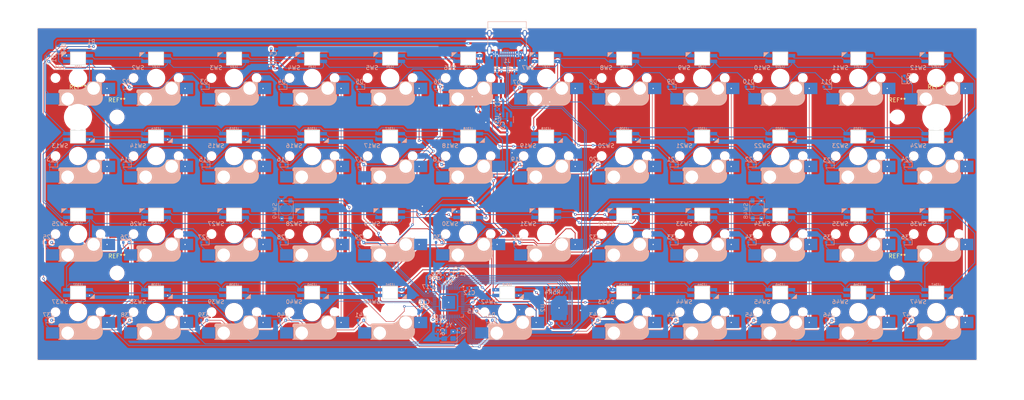
<source format=kicad_pcb>
(kicad_pcb (version 20241229) (generator "pcbnew") (generator_version "9.0")
  (layers (0 "F.Cu" signal) (2 "B.Cu" signal) (13 "F.Paste" user) (15 "B.Paste" user) (5 "F.SilkS" user "F.Silkscreen") (7 "B.SilkS" user "B.Silkscreen") (1 "F.Mask" user) (3 "B.Mask" user) (25 "Edge.Cuts" user))
  (net 0 "")
  (net 1 "GND")
  (net 2 "+5V")
  (net 3 "+3.3V")
  (net 4 "XOUT")
  (net 5 "XIN")
  (net 6 "+1.1V")
  (net 7 "row0")
  (net 8 "Net-(D1-A)")
  (net 9 "Net-(D2-A)")
  (net 10 "Net-(D3-A)")
  (net 11 "Net-(D4-A)")
  (net 12 "Net-(D5-A)")
  (net 13 "Net-(D6-A)")
  (net 14 "Net-(D7-A)")
  (net 15 "Net-(D8-A)")
  (net 16 "Net-(D9-A)")
  (net 17 "Net-(D10-A)")
  (net 18 "Net-(D11-A)")
  (net 19 "Net-(D12-A)")
  (net 20 "Net-(D13-A)")
  (net 21 "row1")
  (net 22 "Net-(D14-A)")
  (net 23 "Net-(D15-A)")
  (net 24 "Net-(D16-A)")
  (net 25 "Net-(D17-A)")
  (net 26 "Net-(D18-A)")
  (net 27 "Net-(D19-A)")
  (net 28 "Net-(D20-A)")
  (net 29 "Net-(D21-A)")
  (net 30 "Net-(D22-A)")
  (net 31 "Net-(D23-A)")
  (net 32 "Net-(D24-A)")
  (net 33 "row2")
  (net 34 "Net-(D25-A)")
  (net 35 "Net-(D26-A)")
  (net 36 "Net-(D27-A)")
  (net 37 "Net-(D28-A)")
  (net 38 "Net-(D29-A)")
  (net 39 "Net-(D30-A)")
  (net 40 "Net-(D31-A)")
  (net 41 "Net-(D32-A)")
  (net 42 "Net-(D33-A)")
  (net 43 "Net-(D34-A)")
  (net 44 "Net-(D35-A)")
  (net 45 "Net-(D36-A)")
  (net 46 "Net-(D37-A)")
  (net 47 "row3")
  (net 48 "Net-(D38-A)")
  (net 49 "Net-(D39-A)")
  (net 50 "Net-(D40-A)")
  (net 51 "Net-(D41-A)")
  (net 52 "Net-(D42-A)")
  (net 53 "Net-(D43-A)")
  (net 54 "Net-(D44-A)")
  (net 55 "Net-(D45-A)")
  (net 56 "Net-(D46-A)")
  (net 57 "Net-(D47-A)")
  (net 58 "Net-(D48-K)")
  (net 59 "USB_DM")
  (net 60 "USB_DP")
  (net 61 "Net-(J1-CC1)")
  (net 62 "Net-(J1-CC2)")
  (net 63 "Net-(LED1-DIN)")
  (net 64 "Net-(LED1-DOUT)")
  (net 65 "Net-(LED2-DOUT)")
  (net 66 "Net-(LED3-DOUT)")
  (net 67 "Net-(LED4-DOUT)")
  (net 68 "Net-(LED5-DOUT)")
  (net 69 "Net-(LED6-DOUT)")
  (net 70 "Net-(LED7-DOUT)")
  (net 71 "Net-(LED8-DOUT)")
  (net 72 "Net-(LED10-DIN)")
  (net 73 "Net-(LED10-DOUT)")
  (net 74 "Net-(LED11-DOUT)")
  (net 75 "Net-(LED12-DOUT)")
  (net 76 "Net-(LED13-DIN)")
  (net 77 "Net-(LED13-DOUT)")
  (net 78 "Net-(LED14-DIN)")
  (net 79 "Net-(LED15-DIN)")
  (net 80 "Net-(LED16-DIN)")
  (net 81 "Net-(LED17-DIN)")
  (net 82 "Net-(LED18-DIN)")
  (net 83 "Net-(LED19-DIN)")
  (net 84 "Net-(LED20-DIN)")
  (net 85 "Net-(LED21-DIN)")
  (net 86 "Net-(LED22-DIN)")
  (net 87 "Net-(LED23-DIN)")
  (net 88 "Net-(LED25-DOUT)")
  (net 89 "Net-(LED26-DOUT)")
  (net 90 "Net-(LED28-DOUT)")
  (net 91 "Net-(LED27-DOUT)")
  (net 92 "Net-(LED30-DOUT)")
  (net 93 "Net-(LED29-DOUT)")
  (net 94 "Net-(LED32-DOUT)")
  (net 95 "Net-(LED31-DOUT)")
  (net 96 "Net-(LED34-DOUT)")
  (net 97 "Net-(LED33-DOUT)")
  (net 98 "Net-(LED36-DOUT)")
  (net 99 "Net-(LED35-DOUT)")
  (net 101 "Net-(LED37-DIN)")
  (net 102 "Net-(LED38-DIN)")
  (net 103 "Net-(LED39-DIN)")
  (net 104 "Net-(LED40-DIN)")
  (net 105 "Net-(LED41-DIN)")
  (net 106 "Net-(LED42-DIN)")
  (net 107 "Net-(LED43-DIN)")
  (net 108 "Net-(LED45-DIN)")
  (net 109 "Net-(LED46-DIN)")
  (net 110 "led")
  (net 111 "Net-(R4-Pad1)")
  (net 112 "QSPI_SS")
  (net 113 "Net-(U1-USB_DM)")
  (net 114 "Net-(U1-USB_DP)")
  (net 115 "RUN")
  (net 116 "col0")
  (net 117 "col1")
  (net 118 "col2")
  (net 119 "col3")
  (net 120 "col4")
  (net 121 "col5")
  (net 122 "col6")
  (net 123 "col7")
  (net 124 "col8")
  (net 125 "col9")
  (net 126 "col10")
  (net 127 "col11")
  (net 129 "QSPI_SD2")
  (net 130 "QSPI_SD0")
  (net 132 "QSPI_SD1")
  (net 133 "QSPI_CLK")
  (net 136 "QSPI_SD3")
  (net 138 "Net-(LED44-DIN)")
  (footprint "isw-kbd-lib-mod:CherryMX_Hotswap_1u" (layer "F.Cu") (at 254.79375 100.0125 180)
    (property "Reference" "SW47")
    (property "Value" "SW_Push" (hide yes))
  )
  (footprint "isw-kbd-lib-mod:CherryMX_Hotswap_1u" (layer "F.Cu") (at 178.59375 80.9625 180)
    (property "Reference" "SW32")
    (property "Value" "SW_Push" (hide yes))
  )
  (footprint "isw-kbd-lib-mod:CherryMX_Hotswap_1u" (layer "F.Cu") (at 140.49375 80.9625 180)
    (property "Reference" "SW30")
    (property "Value" "SW_Push" (hide yes))
  )
  (footprint "MountingHole:MountingHole_3.2mm_M3" (layer "F.Cu") (at 245.26875 90.4875)
    (property "Reference" "REF**")
    (property "Value" "MountingHole_3.2mm_M3")
  )
  (footprint "isw-kbd-lib-mod:CherryMX_Hotswap_1u" (layer "F.Cu") (at 216.69375 42.8625 180)
    (property "Reference" "SW10")
    (property "Value" "SW_Push" (hide yes))
  )
  (footprint "MountingHole:MountingHole_6.4mm_M6" (layer "F.Cu") (at 45.24375 52.3875)
    (property "Reference" "REF**")
    (property "Value" "MountingHole_6.4mm_M6")
  )
  (footprint "MountingHole:MountingHole_6.4mm_M6" (layer "F.Cu") (at 254.79375 52.3875)
    (property "Reference" "REF**")
    (property "Value" "MountingHole_6.4mm_M6")
  )
  (footprint "isw-kbd-lib-mod:CherryMX_Hotswap_1u" (layer "F.Cu") (at 64.29375 100.0125 180)
    (property "Reference" "SW38")
    (property "Value" "SW_Push" (hide yes))
  )
  (footprint "MountingHole:MountingHole_3.2mm_M3" (layer "F.Cu") (at 54.76875 90.4875)
    (property "Reference" "REF**")
    (property "Value" "MountingHole_3.2mm_M3")
  )
  (footprint "isw-kbd-lib-mod:CherryMX_Hotswap_1u" (layer "F.Cu") (at 83.34375 61.9125 180)
    (property "Reference" "SW15")
    (property "Value" "SW_Push" (hide yes))
  )
  (footprint "isw-kbd-lib-mod:CherryMX_Hotswap_1u" (layer "F.Cu") (at 45.24375 80.9625 180)
    (property "Reference" "SW25")
    (property "Value" "SW_Push" (hide yes))
  )
  (footprint "MountingHole:MountingHole_3.2mm_M3" (layer "F.Cu") (at 245.26875 52.3875)
    (property "Reference" "REF**")
    (property "Value" "MountingHole_3.2mm_M3")
  )
  (footprint "isw-kbd-lib-mod:CherryMX_Hotswap_1u" (layer "F.Cu") (at 121.44375 42.8625 180)
    (property "Reference" "SW5")
    (property "Value" "SW_Push" (hide yes))
  )
  (footprint "isw-kbd-lib-mod:CherryMX_Hotswap_1u" (layer "F.Cu") (at 254.79375 61.9125 180)
    (property "Reference" "SW24")
    (property "Value" "SW_Push" (hide yes))
  )
  (footprint "isw-kbd-lib-mod:CherryMX_Hotswap_1u" (layer "F.Cu") (at 45.24375 100.0125 180)
    (property "Reference" "SW37")
    (property "Value" "SW_Push" (hide yes))
  )
  (footprint "isw-kbd-lib-mod:CherryMX_Hotswap_1u" (layer "F.Cu") (at 235.74375 61.9125 180)
    (property "Reference" "SW23")
    (property "Value" "SW_Push" (hide yes))
  )
  (footprint "isw-kbd-lib-mod:CherryMX_Hotswap_1u" (layer "F.Cu") (at 150.01875 100.0125 180)
    (property "Reference" "SW42")
    (property "Value" "SW_Push" (hide yes))
  )
  (footprint "isw-kbd-lib-mod:CherryMX_Hotswap_1u" (layer "F.Cu") (at 178.59375 61.9125 180)
    (property "Reference" "SW20")
    (property "Value" "SW_Push" (hide yes))
  )
  (footprint "isw-kbd-lib-mod:CherryMX_Hotswap_1u" (layer "F.Cu") (at 140.49375 61.9125 180)
    (property "Reference" "SW18")
    (property "Value" "SW_Push" (hide yes))
  )
  (footprint "isw-kbd-lib-mod:CherryMX_Hotswap_1u" (layer "F.Cu") (at 159.54375 42.8625 180)
    (property "Reference" "SW7")
    (property "Value" "SW_Push" (hide yes))
  )
  (footprint "isw-kbd-lib-mod:CherryMX_Hotswap_1u" (layer "F.Cu") (at 178.59375 42.8625 180)
    (property "Reference" "SW8")
    (property "Value" "SW_Push" (hide yes))
  )
  (footprint "isw-kbd-lib-mod:CherryMX_Hotswap_1u" (layer "F.Cu") (at 121.44375 80.9625 180)
    (property "Reference" "SW29")
    (property "Value" "SW_Push" (hide yes))
  )
  (footprint "isw-kbd-lib-mod:CherryMX_Hotswap_1u" (layer "F.Cu") (at 235.74375 42.8625 180)
    (property "Reference" "SW11")
    (property "Value" "SW_Push" (hide yes))
  )
  (footprint "isw-kbd-lib-mod:CherryMX_Hotswap_1u" (layer "F.Cu") (at 197.64375 61.9125 180)
    (property "Reference" "SW21")
    (property "Value" "SW_Push" (hide yes))
  )
  (footprint "isw-kbd-lib-mod:CherryMX_Hotswap_1u" (layer "F.Cu") (at 216.69375 61.9125 180)
    (property "Reference" "SW22")
    (property "Value" "SW_Push" (hide yes))
  )
  (footprint "isw-kbd-lib-mod:CherryMX_Hotswap_1u" (layer "F.Cu") (at 197.64375 100.0125 180)
    (property "Reference" "SW44")
    (property "Value" "SW_Push" (hide yes))
  )
  (footprint "MountingHole:MountingHole_3.2mm_M3" (layer "F.Cu") (at 54.76875 52.3875)
    (property "Reference" "REF**")
    (property "Value" "MountingHole_3.2mm_M3")
  )
  (footprint "isw-kbd-lib-mod:CherryMX_Hotswap_1u" (layer "F.Cu") (at 216.69375 100.0125 180)
    (property "Reference" "SW45")
    (property "Value" "SW_Push" (hide yes))
  )
  (footprint "isw-kbd-lib-mod:CherryMX_Hotswap_1u" (layer "F.Cu") (at 197.64375 80.9625 180)
    (property "Reference" "SW33")
    (property "Value" "SW_Push" (hide yes))
  )
  (footprint "isw-kbd-lib-mod:CherryMX_Hotswap_1u" (layer "F.Cu") (at 102.39375 42.8625 180)
    (property "Reference" "SW4")
    (property "Value" "SW_Push" (hide yes))
  )
  (footprint "isw-kbd-lib-mod:CherryMX_Hotswap_1u" (layer "F.Cu") (at 235.74375 100.0125 180)
    (property "Reference" "SW46")
    (property "Value" "SW_Push" (hide yes))
  )
  (footprint "isw-kbd-lib-mod:CherryMX_Hotswap_1u" (layer "F.Cu") (at 178.59375 100.0125 180)
    (property "Reference" "SW43")
    (property "Value" "SW_Push" (hide yes))
  )
  (footprint "isw-kbd-lib-mod:CherryMX_Hotswap_1u" (layer "F.Cu") (at 64.29375 42.8625 180)
    (property "Reference" "SW2")
    (property "Value" "SW_Push" (hide yes))
  )
  (footprint "isw-kbd-lib-mod:CherryMX_Hotswap_1u" (layer "F.Cu") (at 121.44375 61.9125 180)
    (property "Reference" "SW17")
    (property "Value" "SW_Push" (hide yes))
  )
  (footprint "isw-kbd-lib-mod:CherryMX_Hotswap_1u" (layer "F.Cu") (at 64.29375 80.9625 180)
    (property "Reference" "SW26")
    (property "Value" "SW_Push" (hide yes))
  )
  (footprint "isw-kbd-lib-mod:CherryMX_Hotswap_1u" (layer "F.Cu") (at 45.24375 42.8625 180)
    (property "Reference" "SW1")
    (property "Value" "SW_Push" (hide yes))
  )
  (footprint "isw-kbd-lib-mod:CherryMX_Hotswap_1u" (layer "F.Cu") (at 140.49375 42.8625 180)
    (property "Reference" "SW6")
    (property "Value" "SW_Push" (hide yes))
  )
  (footprint "isw-kbd-lib-mod:CherryMX_Hotswap_1u" (layer "F.Cu") (at 254.79375 42.8625 180)
    (property "Reference" "SW12")
    (property "Value" "SW_Push" (hide yes))
  )
  (footprint "isw-kbd-lib-mod:CherryMX_Hotswap_1u" (layer "F.Cu") (at 102.39375 100.0125 180)
    (property "Reference" "SW40")
    (property "Value" "SW_Push" (hide yes))
  )
  (footprint "isw-kbd-lib-mod:CherryMX_Hotswap_1u" (layer "F.Cu") (at 64.29375 61.9125 180)
    (property "Reference" "SW14")
    (property "Value" "SW_Push" (hide yes))
  )
  (footprint "isw-kbd-lib-mod:CherryMX_Hotswap_1u" (layer "F.Cu") (at 216.69375 80.9625 180)
    (property "Reference" "SW34")
    (property "Value" "SW_Push" (hide yes))
  )
  (footprint "isw-kbd-lib-mod:CherryMX_Hotswap_1u" (layer "F.Cu") (at 102.39375 61.9125 180)
    (property "Reference" "SW16")
    (property "Value" "SW_Push" (hide yes))
  )
  (footprint "isw-kbd-lib-mod:CherryMX_Hotswap_1u" (layer "F.Cu") (at 254.79375 80.9625 180)
    (property "Reference" "SW36")
    (property "Value" "SW_Push" (hide yes))
  )
  (footprint "isw-kbd-lib-mod:CherryMX_Hotswap_1u" (layer "F.Cu") (at 83.34375 100.0125 180)
    (property "Reference" "SW39")
    (property "Value" "SW_Push" (hide yes))
  )
  (footprint "isw-kbd-lib-mod:CherryMX_Hotswap_1u" (layer "F.Cu") (at 159.54375 61.9125 180)
    (property "Reference" "SW19")
    (property "Value" "SW_Push" (hide yes))
  )
  (footprint "isw-kbd-lib-mod:CherryMX_Hotswap_1u" (layer "F.Cu") (at 45.24375 61.9125 180)
    (property "Reference" "SW13")
    (property "Value" "SW_Push" (hide yes))
  )
  (footprint "isw-kbd-lib-mod:CherryMX_Hotswap_1u" (layer "F.Cu") (at 159.54375 80.9625 180)
    (property "Reference" "SW31")
    (property "Value" "SW_Push" (hide yes))
  )
  (footprint "isw-kbd-lib-mod:CherryMX_Hotswap_1u" (layer "F.Cu") (at 102.39375 80.9625 180)
    (property "Reference" "SW28")
    (property "Value" "SW_Push" (hide yes))
  )
  (footprint "isw-kbd-lib-mod:CherryMX_Hotswap_1u" (layer "F.Cu") (at 83.34375 42.8625 180)
    (property "Reference" "SW3")
    (property "Value" "SW_Push" (hide yes))
  )
  (footprint "isw-kbd-lib-mod:CherryMX_Hotswap_1u" (layer "F.Cu") (at 121.44375 100.0125 180)
    (property "Reference" "SW41")
    (property "Value" "SW_Push" (hide yes))
  )
  (footprint "isw-kbd-lib-mod:CherryMX_Hotswap_1u" (layer "F.Cu") (at 197.64375 42.8625 180)
    (property "Reference" "SW9")
    (property "Value" "SW_Push" (hide yes))
  )
  (footprint "isw-kbd-lib-mod:CherryMX_Hotswap_1u" (layer "F.Cu") (at 83.34375 80.9625 180)
    (property "Reference" "SW27")
    (property "Value" "SW_Push" (hide yes))
  )
  (footprint "isw-kbd-lib-mod:CherryMX_Hotswap_1u" (layer "F.Cu") (at 235.74375 80.9625 180)
    (property "Reference" "SW35")
    (property "Value" "SW_Push" (hide yes))
  )
  (footprint "Capacitor_SMD:C_0402_1005Metric" (layer "B.Cu") (at 92.86875 40.48125 180)
    (property "Reference" "C5")
    (property "Value" "1μF")
  )
  (footprint "kbd-lib-mod:YS-SK6812MINI-E" (layer "B.Cu") (at 102.39375 76.2)
    (property "Reference" "LED28")
    (property "Value" "YS-SK6812MINI-E" (hide yes))
    (fp_line (start -1.8 -1.55) (end 1.8 -1.55) (stroke (width 0.1)) (layer "Edge.Cuts"))
    (fp_line (start -1.8 1.55) (end -1.8 -1.55) (stroke (width 0.1)) (layer "Edge.Cuts"))
    (fp_line (start 1.8 -1.55) (end 1.8 1.55) (stroke (width 0.1)) (layer "Edge.Cuts"))
    (fp_line (start 1.8 1.55) (end -1.8 1.55) (stroke (width 0.1)) (layer "Edge.Cuts"))
  )
  (footprint "Diode_SMD:D_SOD-523" (layer "B.Cu") (at 209.55 102 180)
    (property "Reference" "D45")
    (property "Value" "D")
  )
  (footprint "kbd-lib-mod:YS-SK6812MINI-E" (layer "B.Cu") (at 121.44375 76.2)
    (property "Reference" "LED29")
    (property "Value" "YS-SK6812MINI-E" (hide yes))
    (fp_line (start -1.8 -1.55) (end 1.8 -1.55) (stroke (width 0.1)) (layer "Edge.Cuts"))
    (fp_line (start -1.8 1.55) (end -1.8 -1.55) (stroke (width 0.1)) (layer "Edge.Cuts"))
    (fp_line (start 1.8 -1.55) (end 1.8 1.55) (stroke (width 0.1)) (layer "Edge.Cuts"))
    (fp_line (start 1.8 1.55) (end -1.8 1.55) (stroke (width 0.1)) (layer "Edge.Cuts"))
  )
  (footprint "kbd-lib-mod:YS-SK6812MINI-E" (layer "B.Cu") (at 150.01875 95.25 180)
    (property "Reference" "LED42")
    (property "Value" "YS-SK6812MINI-E" (hide yes))
    (fp_line (start 1.8 1.55) (end -1.8 1.55) (stroke (width 0.1)) (layer "Edge.Cuts"))
    (fp_line (start 1.8 -1.55) (end 1.8 1.55) (stroke (width 0.1)) (layer "Edge.Cuts"))
    (fp_line (start -1.8 1.55) (end -1.8 -1.55) (stroke (width 0.1)) (layer "Edge.Cuts"))
    (fp_line (start -1.8 -1.55) (end 1.8 -1.55) (stroke (width 0.1)) (layer "Edge.Cuts"))
  )
  (footprint "Diode_SMD:D_SOD-523" (layer "B.Cu") (at 95.25 102 180)
    (property "Reference" "D40")
    (property "Value" "D")
  )
  (footprint "Capacitor_SMD:C_0402_1005Metric" (layer "B.Cu") (at 130.67 95.01 180)
    (property "Reference" "C17")
    (property "Value" "0.1μF")
  )
  (footprint "Diode_SMD:D_SOD-523" (layer "B.Cu") (at 95 45 180)
    (property "Reference" "D4")
    (property "Value" "D")
  )
  (footprint "Capacitor_SMD:C_0402_1005Metric" (layer "B.Cu") (at 133.75 103.33 180)
    (property "Reference" "C18")
    (property "Value" "0.1μF")
  )
  (footprint "Diode_SMD:D_SOD-523" (layer "B.Cu") (at 209.55 83 180)
    (property "Reference" "D34")
    (property "Value" "D")
  )
  (footprint "Diode_SMD:D_SOD-523" (layer "B.Cu") (at 114 45 180)
    (property "Reference" "D5")
    (property "Value" "D")
  )
  (footprint "Diode_SMD:D_SOD-523" (layer "B.Cu") (at 190.5 83 180)
    (property "Reference" "D33")
    (property "Value" "D")
  )
  (footprint "kbd-lib-mod:YS-SK6812MINI-E" (layer "B.Cu") (at 254.79375 76.2)
    (property "Reference" "LED36")
    (property "Value" "YS-SK6812MINI-E" (hide yes))
    (fp_line (start -1.8 -1.55) (end 1.8 -1.55) (stroke (width 0.1)) (layer "Edge.Cuts"))
    (fp_line (start -1.8 1.55) (end -1.8 -1.55) (stroke (width 0.1)) (layer "Edge.Cuts"))
    (fp_line (start 1.8 -1.55) (end 1.8 1.55) (stroke (width 0.1)) (layer "Edge.Cuts"))
    (fp_line (start 1.8 1.55) (end -1.8 1.55) (stroke (width 0.1)) (layer "Edge.Cuts"))
  )
  (footprint "Diode_SMD:D_SOD-523" (layer "B.Cu") (at 190 45 180)
    (property "Reference" "D9")
    (property "Value" "D")
  )
  (footprint "Diode_SMD:D_SOD-523" (layer "B.Cu") (at 95.25 64 180)
    (property "Reference" "D16")
    (property "Value" "D")
  )
  (footprint "Diode_SMD:D_SOD-523" (layer "B.Cu") (at 76 102 180)
    (property "Reference" "D39")
    (property "Value" "D")
  )
  (footprint "kbd-lib-mod:YS-SK6812MINI-E" (layer "B.Cu") (at 216.69375 38.1)
    (property "Reference" "LED10")
    (property "Value" "YS-SK6812MINI-E" (hide yes))
    (fp_line (start -1.8 -1.55) (end 1.8 -1.55) (stroke (width 0.1)) (layer "Edge.Cuts"))
    (fp_line (start -1.8 1.55) (end -1.8 -1.55) (stroke (width 0.1)) (layer "Edge.Cuts"))
    (fp_line (start 1.8 -1.55) (end 1.8 1.55) (stroke (width 0.1)) (layer "Edge.Cuts"))
    (fp_line (start 1.8 1.55) (end -1.8 1.55) (stroke (width 0.1)) (layer "Edge.Cuts"))
  )
  (footprint "Diode_SMD:D_SOD-523" (layer "B.Cu") (at 57.15 102 180)
    (property "Reference" "D38")
    (property "Value" "D")
  )
  (footprint "Package_TO_SOT_SMD:SOT-23-5" (layer "B.Cu") (at 150 53 -90)
    (property "Reference" "U3")
    (property "Value" "LP2985-3.3")
  )
  (footprint "Diode_SMD:D_SOD-523" (layer "B.Cu") (at 171.45 64 180)
    (property "Reference" "D20")
    (property "Value" "D")
  )
  (footprint "Resistor_SMD:R_0402_1005Metric" (layer "B.Cu") (at 162.1 94)
    (property "Reference" "R5")
    (property "Value" "10kΩ")
  )
  (footprint "Capacitor_SMD:C_0402_1005Metric" (layer "B.Cu") (at 141.72 98.66)
    (property "Reference" "C15")
    (property "Value" "0.1μF")
  )
  (footprint "Diode_SMD:D_SOD-523" (layer "B.Cu") (at 209.55 64 180)
    (property "Reference" "D22")
    (property "Value" "D")
  )
  (footprint "kbd-lib-mod:YS-SK6812MINI-E" (layer "B.Cu") (at 140.49375 57.15 180)
    (property "Reference" "LED18")
    (property "Value" "YS-SK6812MINI-E" (hide yes))
    (fp_line (start 1.8 1.55) (end -1.8 1.55) (stroke (width 0.1)) (layer "Edge.Cuts"))
    (fp_line (start 1.8 -1.55) (end 1.8 1.55) (stroke (width 0.1)) (layer "Edge.Cuts"))
    (fp_line (start -1.8 1.55) (end -1.8 -1.55) (stroke (width 0.1)) (layer "Edge.Cuts"))
    (fp_line (start -1.8 -1.55) (end 1.8 -1.55) (stroke (width 0.1)) (layer "Edge.Cuts"))
  )
  (footprint "Diode_SMD:D_SOD-523" (layer "B.Cu") (at 247 43 90)
    (property "Reference" "D12")
    (property "Value" "D")
  )
  (footprint "kbd-lib-mod:YS-SK6812MINI-E" (layer "B.Cu") (at 216.69375 76.2)
    (property "Reference" "LED34")
    (property "Value" "YS-SK6812MINI-E" (hide yes))
    (fp_line (start -1.8 -1.55) (end 1.8 -1.55) (stroke (width 0.1)) (layer "Edge.Cuts"))
    (fp_line (start -1.8 1.55) (end -1.8 -1.55) (stroke (width 0.1)) (layer "Edge.Cuts"))
    (fp_line (start 1.8 -1.55) (end 1.8 1.55) (stroke (width 0.1)) (layer "Edge.Cuts"))
    (fp_line (start 1.8 1.55) (end -1.8 1.55) (stroke (width 0.1)) (layer "Edge.Cuts"))
  )
  (footprint "Diode_SMD:D_SOD-523" (layer "B.Cu") (at 228.6 102 180)
    (property "Reference" "D46")
    (property "Value" "D")
  )
  (footprint "kbd-lib-mod:YS-SK6812MINI-E" (layer "B.Cu") (at 121.44375 38.1)
    (property "Reference" "LED5")
    (property "Value" "YS-SK6812MINI-E" (hide yes))
    (fp_line (start -1.8 -1.55) (end 1.8 -1.55) (stroke (width 0.1)) (layer "Edge.Cuts"))
    (fp_line (start -1.8 1.55) (end -1.8 -1.55) (stroke (width 0.1)) (layer "Edge.Cuts"))
    (fp_line (start 1.8 -1.55) (end 1.8 1.55) (stroke (width 0.1)) (layer "Edge.Cuts"))
    (fp_line (start 1.8 1.55) (end -1.8 1.55) (stroke (width 0.1)) (layer "Edge.Cuts"))
  )
  (footprint "kbd-lib-mod:YS-SK6812MINI-E" (layer "B.Cu") (at 102.39375 38.1)
    (property "Reference" "LED4")
    (property "Value" "YS-SK6812MINI-E" (hide yes))
    (fp_line (start -1.8 -1.55) (end 1.8 -1.55) (stroke (width 0.1)) (layer "Edge.Cuts"))
    (fp_line (start -1.8 1.55) (end -1.8 -1.55) (stroke (width 0.1)) (layer "Edge.Cuts"))
    (fp_line (start 1.8 -1.55) (end 1.8 1.55) (stroke (width 0.1)) (layer "Edge.Cuts"))
    (fp_line (start 1.8 1.55) (end -1.8 1.55) (stroke (width 0.1)) (layer "Edge.Cuts"))
  )
  (footprint "Capacitor_SMD:C_0402_1005Metric" (layer "B.Cu") (at 92.86875 35.71875)
    (property "Reference" "C4")
    (property "Value" "0.1μF")
  )
  (footprint "Diode_SMD:D_SOD-523" (layer "B.Cu") (at 39 64 180)
    (property "Reference" "D13")
    (property "Value" "D")
  )
  (footprint "Diode_SMD:D_SOD-523" (layer "B.Cu") (at 133.35 83 180)
    (property "Reference" "D30")
    (property "Value" "D")
  )
  (footprint "Diode_SMD:D_SOD-523" (layer "B.Cu") (at 114.3 83 180)
    (property "Reference" "D29")
    (property "Value" "D")
  )
  (footprint "Resistor_SMD:R_0402_1005Metric" (layer "B.Cu") (at 129.65 97.6)
    (property "Reference" "R8")
    (property "Value" "10kΩ")
  )
  (footprint "kbd-lib-mod:YS-SK6812MINI-E" (layer "B.Cu") (at 102.39375 95.25 180)
    (property "Reference" "LED40")
    (property "Value" "YS-SK6812MINI-E" (hide yes))
    (fp_line (start 1.8 1.55) (end -1.8 1.55) (stroke (width 0.1)) (layer "Edge.Cuts"))
    (fp_line (start 1.8 -1.55) (end 1.8 1.55) (stroke (width 0.1)) (layer "Edge.Cuts"))
    (fp_line (start -1.8 1.55) (end -1.8 -1.55) (stroke (width 0.1)) (layer "Edge.Cuts"))
    (fp_line (start -1.8 -1.55) (end 1.8 -1.55) (stroke (width 0.1)) (layer "Edge.Cuts"))
  )
  (footprint "Diode_SMD:D_SOD-523" (layer "B.Cu") (at 152.4 45.24375 180)
    (property "Reference" "D7")
    (property "Value" "D")
  )
  (footprint "Resistor_SMD:R_0402_1005Metric" (layer "B.Cu") (at 48.48 35.16 180)
    (property "Reference" "R1")
    (property "Value" "470Ω")
  )
  (footprint "kbd-lib-mod:YS-SK6812MINI-E" (layer "B.Cu") (at 254.79375 57.15 180)
    (property "Reference" "LED24")
    (property "Value" "YS-SK6812MINI-E" (hide yes))
    (fp_line (start 1.8 1.55) (end -1.8 1.55) (stroke (width 0.1)) (layer "Edge.Cuts"))
    (fp_line (start 1.8 -1.55) (end 1.8 1.55) (stroke (width 0.1)) (layer "Edge.Cuts"))
    (fp_line (start -1.8 1.55) (end -1.8 -1.55) (stroke (width 0.1)) (layer "Edge.Cuts"))
    (fp_line (start -1.8 -1.55) (end 1.8 -1.55) (stroke (width 0.1)) (layer "Edge.Cuts"))
  )
  (footprint "Capacitor_SMD:C_0402_1005Metric" (layer "B.Cu") (at 135.34 91.32 90)
    (property "Reference" "C14")
    (property "Value" "0.1μF")
  )
  (footprint "Diode_SMD:D_SOD-523" (layer "B.Cu") (at 145.7 101.98 180)
    (property "Reference" "D42")
    (property "Value" "D")
  )
  (footprint "kbd-lib-mod:YS-SK6812MINI-E" (layer "B.Cu") (at 64.29375 95.25 180)
    (property "Reference" "LED38")
    (property "Value" "YS-SK6812MINI-E" (hide yes))
    (fp_line (start 1.8 1.55) (end -1.8 1.55) (stroke (width 0.1)) (layer "Edge.Cuts"))
    (fp_line (start 1.8 -1.55) (end 1.8 1.55) (stroke (width 0.1)) (layer "Edge.Cuts"))
    (fp_line (start -1.8 1.55) (end -1.8 -1.55) (stroke (width 0.1)) (layer "Edge.Cuts"))
    (fp_line (start -1.8 -1.55) (end 1.8 -1.55) (stroke (width 0.1)) (layer "Edge.Cuts"))
  )
  (footprint "Diode_SMD:D_SOD-523" (layer "B.Cu") (at 76 45 180)
    (property "Reference" "D3")
    (property "Value" "D")
  )
  (footprint "kbd-lib-mod:YS-SK6812MINI-E" (layer "B.Cu") (at 121.44375 95.25 180)
    (property "Reference" "LED41")
    (property "Value" "YS-SK6812MINI-E" (hide yes))
    (fp_line (start 1.8 1.55) (end -1.8 1.55) (stroke (width 0.1)) (layer "Edge.Cuts"))
    (fp_line (start 1.8 -1.55) (end 1.8 1.55) (stroke (width 0.1)) (layer "Edge.Cuts"))
    (fp_line (start -1.8 1.55) (end -1.8 -1.55) (stroke (width 0.1)) (layer "Edge.Cuts"))
    (fp_line (start -1.8 -1.55) (end 1.8 -1.55) (stroke (width 0.1)) (layer "Edge.Cuts"))
  )
  (footprint "Diode_SMD:D_SOD-523" (layer "B.Cu") (at 38.1 83 180)
    (property "Reference" "D25")
    (property "Value" "D")
  )
  (footprint "Capacitor_SMD:C_0402_1005Metric" (layer "B.Cu") (at 129.67 98.67 180)
    (property "Reference" "C16")
    (property "Value" "0.1μF")
  )
  (footprint "kbd-lib-mod:YS-SK6812MINI-E" (layer "B.Cu") (at 197.64375 38.1)
    (property "Reference" "LED9")
    (property "Value" "YS-SK6812MINI-E" (hide yes))
    (fp_line (start -1.8 -1.55) (end 1.8 -1.55) (stroke (width 0.1)) (layer "Edge.Cuts"))
    (fp_line (start -1.8 1.55) (end -1.8 -1.55) (stroke (width 0.1)) (layer "Edge.Cuts"))
    (fp_line (start 1.8 -1.55) (end 1.8 1.55) (stroke (width 0.1)) (layer "Edge.Cuts"))
    (fp_line (start 1.8 1.55) (end -1.8 1.55) (stroke (width 0.1)) (layer "Edge.Cuts"))
  )
  (footprint "Capacitor_SMD:C_0402_1005Metric" (layer "B.Cu") (at 147.56 50.41 180)
    (property "Reference" "C2")
    (property "Value" "4.7μF")
  )
  (footprint "Diode_SMD:D_SOD-523" (layer "B.Cu") (at 248 102 180)
    (property "Reference" "D47")
    (property "Value" "D")
  )
  (footprint "kbd-lib-mod:YS-SK6812MINI-E" (layer "B.Cu") (at 140.49375 76.2)
    (property "Reference" "LED30")
    (property "Value" "YS-SK6812MINI-E" (hide yes))
    (fp_line (start -1.8 -1.55) (end 1.8 -1.55) (stroke (width 0.1)) (layer "Edge.Cuts"))
    (fp_line (start -1.8 1.55) (end -1.8 -1.55) (stroke (width 0.1)) (layer "Edge.Cuts"))
    (fp_line (start 1.8 -1.55) (end 1.8 1.55) (stroke (width 0.1)) (layer "Edge.Cuts"))
    (fp_line (start 1.8 1.55) (end -1.8 1.55) (stroke (width 0.1)) (layer "Edge.Cuts"))
  )
  (footprint "Diode_SMD:D_SOD-523" (layer "B.Cu") (at 38.1 102 180)
    (property "Reference" "D37")
    (property "Value" "D")
  )
  (footprint "kbd-lib-mod:YS-SK6812MINI-E" (layer "B.Cu") (at 45.24375 95.25 180)
    (property "Reference" "LED37")
    (property "Value" "YS-SK6812MINI-E" (hide yes))
    (fp_line (start 1.8 1.55) (end -1.8 1.55) (stroke (width 0.1)) (layer "Edge.Cuts"))
    (fp_line (start 1.8 -1.55) (end 1.8 1.55) (stroke (width 0.1)) (layer "Edge.Cuts"))
    (fp_line (start -1.8 1.55) (end -1.8 -1.55) (stroke (width 0.1)) (layer "Edge.Cuts"))
    (fp_line (start -1.8 -1.55) (end 1.8 -1.55) (stroke (width 0.1)) (layer "Edge.Cuts"))
  )
  (footprint "Diode_SMD:D_SOD-523" (layer "B.Cu") (at 190.5 64 180)
    (property "Reference" "D21")
    (property "Value" "D")
  )
  (footprint "kbd-lib-mod:YS-SK6812MINI-E" (layer "B.Cu") (at 254.79375 38.1)
    (property "Reference" "LED12")
    (property "Value" "YS-SK6812MINI-E" (hide yes))
    (fp_line (start -1.8 -1.55) (end 1.8 -1.55) (stroke (width 0.1)) (layer "Edge.Cuts"))
    (fp_line (start -1.8 1.55) (end -1.8 -1.55) (stroke (width 0.1)) (layer "Edge.Cuts"))
    (fp_line (start 1.8 -1.55) (end 1.8 1.55) (stroke (width 0.1)) (layer "Edge.Cuts"))
    (fp_line (start 1.8 1.55) (end -1.8 1.55) (stroke (width 0.1)) (layer "Edge.Cuts"))
  )
  (footprint "Diode_SMD:D_SOD-523" (layer "B.Cu") (at 133 45 180)
    (property "Reference" "D6")
    (property "Value" "D")
  )
  (footprint "kbd-lib-mod:YS-SK6812MINI-E" (layer "B.Cu") (at 216.69375 57.15 180)
    (property "Reference" "LED22")
    (property "Value" "YS-SK6812MINI-E" (hide yes))
    (fp_line (start 1.8 1.55) (end -1.8 1.55) (stroke (width 0.1)) (layer "Edge.Cuts"))
    (fp_line (start 1.8 -1.55) (end 1.8 1.55) (stroke (width 0.1)) (layer "Edge.Cuts"))
    (fp_line (start -1.8 1.55) (end -1.8 -1.55) (stroke (width 0.1)) (layer "Edge.Cuts"))
    (fp_line (start -1.8 -1.55) (end 1.8 -1.55) (stroke (width 0.1)) (layer "Edge.Cuts"))
  )
  (footprint "Diode_SMD:D_SOD-523" (layer "B.Cu") (at 76 83 180)
    (property "Reference" "D27")
    (property "Value" "D")
  )
  (footprint "Capacitor_SMD:C_0402_1005Metric" (layer "B.Cu") (at 133.75 102.4 180)
    (property "Reference" "C10")
    (property "Value" "0.1μF")
  )
  (footprint "myparts_rp2040:TSA017A2530B_C2888436" (layer "B.Cu") (at 211 75 -90)
    (property "Reference" "SW48")
    (property "Value" "SW_Push")
  )
  (footprint "Diode_SMD:D_SOD-523" (layer "B.Cu") (at 76.2 64 180)
    (property "Reference" "D15")
    (property "Value" "D")
  )
  (footprint "myparts_rp2040:TSA017A2530B_C2888436" (layer "B.Cu") (at 96 75 -90)
    (property "Reference" "SW49")
    (property "Value" "SW_Push")
  )
  (footprint "Diode_SMD:D_SOD-523" (layer "B.Cu") (at 152.4 64 180)
    (property "Reference" "D19")
    (property "Value" "D")
  )
  (footprint "Resistor_SMD:R_0402_1005Metric" (layer "B.Cu") (at 160.1 94)
    (property "Reference" "R4")
    (property "Value" "1kΩ")
  )
  (footprint "Capacitor_SMD:C_0402_1005Metric" (layer "B.Cu") (at 140.78 94.12)
    (property "Reference" "C12")
    (property "Value" "0.1μF")
  )
  (footprint "Capacitor_SMD:C_0402_1005Metric" (layer "B.Cu") (at 133.11 104.82 90)
    (property "Reference" "C6")
    (property "Value" "27pF")
  )
  (footprint "kbd-lib-mod:YS-SK6812MINI-E" (layer "B.Cu") (at 178.59375 95.25 180)
    (property "Reference" "LED43")
    (property "Value" "YS-SK6812MINI-E" (hide yes))
    (fp_line (start 1.8 1.55) (end -1.8 1.55) (stroke (width 0.1)) (layer "Edge.Cuts"))
    (fp_line (start 1.8 -1.55) (end 1.8 1.55) (stroke (width 0.1)) (layer "Edge.Cuts"))
    (fp_line (start -1.8 1.55) (end -1.8 -1.55) (stroke (width 0.1)) (layer "Edge.Cuts"))
    (fp_line (start -1.8 -1.55) (end 1.8 -1.55) (stroke (width 0.1)) (layer "Edge.Cuts"))
  )
  (footprint "kbd-lib-mod:YS-SK6812MINI-E" (layer "B.Cu") (at 235.74375 38.1)
    (property "Reference" "LED11")
    (property "Value" "YS-SK6812MINI-E" (hide yes))
    (fp_line (start -1.8 -1.55) (end 1.8 -1.55) (stroke (width 0.1)) (layer "Edge.Cuts"))
    (fp_line (start -1.8 1.55) (end -1.8 -1.55) (stroke (width 0.1)) (layer "Edge.Cuts"))
    (fp_line (start 1.8 -1.55) (end 1.8 1.55) (stroke (width 0.1)) (layer "Edge.Cuts"))
    (fp_line (start 1.8 1.55) (end -1.8 1.55) (stroke (width 0.1)) (layer "Edge.Cuts"))
  )
  (footprint "kbd-lib-mod:YS-SK6812MINI-E" (layer "B.Cu") (at 235.74375 95.25 180)
    (property "Reference" "LED46")
    (property "Value" "YS-SK6812MINI-E" (hide yes))
    (fp_line (start 1.8 1.55) (end -1.8 1.55) (stroke (width 0.1)) (layer "Edge.Cuts"))
    (fp_line (start 1.8 -1.55) (end 1.8 1.55) (stroke (width 0.1)) (layer "Edge.Cuts"))
    (fp_line (start -1.8 1.55) (end -1.8 -1.55) (stroke (width 0.1)) (layer "Edge.Cuts"))
    (fp_line (start -1.8 -1.55) (end 1.8 -1.55) (stroke (width 0.1)) (layer "Edge.Cuts"))
  )
  (footprint "Diode_SMD:D_SOD-523" (layer "B.Cu") (at 38.1 38.1 90)
    (property "Reference" "D1")
    (property "Value" "D")
  )
  (footprint "kbd-lib-mod:YS-SK6812MINI-E" (layer "B.Cu") (at 64.29375 76.2)
    (property "Reference" "LED26")
    (property "Value" "YS-SK6812MINI-E" (hide yes))
    (fp_line (start -1.8 -1.55) (end 1.8 -1.55) (stroke (width 0.1)) (layer "Edge.Cuts"))
    (fp_line (start -1.8 1.55) (end -1.8 -1.55) (stroke (width 0.1)) (layer "Edge.Cuts"))
    (fp_line (start 1.8 -1.55) (end 1.8 1.55) (stroke (width 0.1)) (layer "Edge.Cuts"))
    (fp_line (start 1.8 1.55) (end -1.8 1.55) (stroke (width 0.1)) (layer "Edge.Cuts"))
  )
  (footprint "kbd-lib-mod:YS-SK6812MINI-E" (layer "B.Cu") (at 45.24375 57.15 180)
    (property "Reference" "LED13")
    (property "Value" "YS-SK6812MINI-E" (hide yes))
    (fp_line (start 1.8 1.55) (end -1.8 1.55) (stroke (width 0.1)) (layer "Edge.Cuts"))
    (fp_line (start 1.8 -1.55) (end 1.8 1.55) (stroke (width 0.1)) (layer "Edge.Cuts"))
    (fp_line (start -1.8 1.55) (end -1.8 -1.55) (stroke (width 0.1)) (layer "Edge.Cuts"))
    (fp_line (start -1.8 -1.55) (end 1.8 -1.55) (stroke (width 0.1)) (layer "Edge.Cuts"))
  )
  (footprint "Diode_SMD:D_SOD-523" (layer "B.Cu") (at 133.35 64 180)
    (property "Reference" "D18")
    (property "Value" "D")
  )
  (footprint "Diode_SMD:D_SOD-523" (layer "B.Cu") (at 247.65 83 180)
    (property "Reference" "D36")
    (property "Value" "D")
  )
  (footprint "kbd-lib-mod:YS-SK6812MINI-E" (layer "B.Cu") (at 140.49375 38.1)
    (property "Reference" "LED6")
    (property "Value" "YS-SK6812MINI-E" (hide yes))
    (fp_line (start -1.8 -1.55) (end 1.8 -1.55) (stroke (width 0.1)) (layer "Edge.Cuts"))
    (fp_line (start -1.8 1.55) (end -1.8 -1.55) (stroke (width 0.1)) (layer "Edge.Cuts"))
    (fp_line (start 1.8 -1.55) (end 1.8 1.55) (stroke (width 0.1)) (layer "Edge.Cuts"))
    (fp_line (start 1.8 1.55) (end -1.8 1.55) (stroke (width 0.1)) (layer "Edge.Cuts"))
  )
  (footprint "Resistor_SMD:R_0402_1005Metric" (layer "B.Cu") (at 151.8 40.8 -90)
    (property "Reference" "R2")
    (property "Value" "5.1kΩ")
  )
  (footprint "Diode_SMD:D_SOD-523" (layer "B.Cu") (at 171 45 180)
    (property "Reference" "D8")
    (property "Value" "D")
  )
  (footprint "Diode_SMD:D_SOD-523" (layer "B.Cu") (at 171.45 83 180)
    (property "Reference" "D32")
    (property "Value" "D")
  )
  (footprint "Diode_SMD:D_SOD-523" (layer "B.Cu") (at 152.4 83 180)
    (property "Reference" "D31")
    (property "Value" "D")
  )
  (footprint "Capacitor_SMD:C_0402_1005Metric" (layer "B.Cu") (at 136.36 90.29 90)
    (property "Reference" "C13")
    (property "Value" "0.1μF")
  )
  (footprint "Diode_SMD:D_SOD-523" (layer "B.Cu") (at 114.3 102 180)
    (property "Reference" "D41")
    (property "Value" "D")
  )
  (footprint "Capacitor_SMD:C_0402_1005Metric" (layer "B.Cu") (at 138.32 104.48 90)
    (property "Reference" "C7")
    (property "Value" "27pF")
  )
  (footprint "kbd-lib-mod:YS-SK6812MINI-E" (layer "B.Cu") (at 121.44375 57.15 180)
    (property "Reference" "LED17")
    (property "Value" "YS-SK6812MINI-E" (hide yes))
    (fp_line (start 1.8 1.55) (end -1.8 1.55) (stroke (width 0.1)) (layer "Edge.Cuts"))
    (fp_line (start 1.8 -1.55) (end 1.8 1.55) (stroke (width 0.1)) (layer "Edge.Cuts"))
    (fp_line (start -1.8 1.55) (end -1.8 -1.55) (stroke (width 0.1)) (layer "Edge.Cuts"))
    (fp_line (start -1.8 -1.55) (end 1.8 -1.55) (stroke (width 0.1)) (layer "Edge.Cuts"))
  )
  (footprint "kbd-lib-mod:YS-SK6812MINI-E" (layer "B.Cu") (at 45.24375 76.2)
    (property "Reference" "LED25")
    (property "Value" "YS-SK6812MINI-E" (hide yes))
    (fp_line (start -1.8 -1.55) (end 1.8 -1.55) (stroke (width 0.1)) (layer "Edge.Cuts"))
    (fp_line (start -1.8 1.55) (end -1.8 -1.55) (stroke (width 0.1)) (layer "Edge.Cuts"))
    (fp_line (start 1.8 -1.55) (end 1.8 1.55) (stroke (width 0.1)) (layer "Edge.Cuts"))
    (fp_line (start 1.8 1.55) (end -1.8 1.55) (stroke (width 0.1)) (layer "Edge.Cuts"))
  )
  (footprint "Capacitor_SMD:C_0402_1005Metric" (layer "B.Cu") (at 147.73 54.41 90)
    (property "Reference" "C3")
    (property "Value" "10μF")
  )
  (footprint "kbd-lib-mod:YS-SK6812MINI-E" (layer "B.Cu") (at 178.59375 76.2)
    (property "Reference" "LED32")
    (property "Value" "YS-SK6812MINI-E" (hide yes))
    (fp_line (start -1.8 -1.55) (end 1.8 -1.55) (stroke (width 0.1)) (layer "Edge.Cuts"))
    (fp_line (start -1.8 1.55) (end -1.8 -1.55) (stroke (width 0.1)) (layer "Edge.Cuts"))
    (fp_line (start 1.8 -1.55) (end 1.8 1.55) (stroke (width 0.1)) (layer "Edge.Cuts"))
    (fp_line (start 1.8 1.55) (end -1.8 1.55) (stroke (width 0.1)) (layer "Edge.Cuts"))
  )
  (footprint "Diode_SMD:D_SOD-523" (layer "B.Cu") (at 40.48125 35.71875 90)
    (property "Reference" "D48")
    (property "Value" "D")
  )
  (footprint "Diode_SMD:D_SOD-523" (layer "B.Cu") (at 190.5 102 180)
    (property "Reference" "D44")
    (property "Value" "D")
  )
  (footprint "Diode_SMD:D_SOD-523" (layer "B.Cu") (at 247.65 64 180)
    (property "Reference" "D24")
    (property "Value" "D")
  )
  (footprint "kbd-lib-mod:YS-SK6812MINI-E" (layer "B.Cu") (at 178.59375 57.15 180)
    (property "Reference" "LED20")
    (property "Value" "YS-SK6812MINI-E" (hide yes))
    (fp_line (start 1.8 1.55) (end -1.8 1.55) (stroke (width 0.1)) (layer "Edge.Cuts"))
    (fp_line (start 1.8 -1.55) (end 1.8 1.55) (stroke (width 0.1)) (layer "Edge.Cuts"))
    (fp_line (start -1.8 1.55) (end -1.8 -1.55) (stroke (width 0.1)) (layer "Edge.Cuts"))
    (fp_line (start -1.8 -1.55) (end 1.8 -1.55) (stroke (width 0.1)) (layer "Edge.Cuts"))
  )
  (footprint "Diode_SMD:D_SOD-523" (layer "B.Cu") (at 209 45 180)
    (property "Reference" "D10")
    (property "Value" "D")
  )
  (footprint "Diode_SMD:D_SOD-523" (layer "B.Cu") (at 228 45 180)
    (property "Reference" "D11")
    (property "Value" "D")
  )
  (footprint "kbd-lib-mod:YS-SK6812MINI-E" (layer "B.Cu") (at 254.79375 95.25 180)
    (property "Reference" "LED47")
    (property "Value" "YS-SK6812MINI-E" (hide yes))
    (fp_line (start 1.8 1.55) (end -1.8 1.55) (stroke (width 0.1)) (layer "Edge.Cuts"))
    (fp_line (start 1.8 -1.55) (end 1.8 1.55) (stroke (width 0.1)) (layer "Edge.Cuts"))
    (fp_line (start -1.8 1.55) (end -1.8 -1.55) (stroke (width 0.1)) (layer "Edge.Cuts"))
    (fp_line (start -1.8 -1.55) (end 1.8 -1.55) (stroke (width 0.1)) (layer "Edge.Cuts"))
  )
  (footprint "kbd-lib-mod:YS-SK6812MINI-E" (layer "B.Cu") (at 235.74375 57.15 180)
    (property "Reference" "LED23")
    (property "Value" "YS-SK6812MINI-E" (hide yes))
    (fp_line (start 1.8 1.55) (end -1.8 1.55) (stroke (width 0.1)) (layer "Edge.Cuts"))
    (fp_line (start 1.8 -1.55) (end 1.8 1.55) (stroke (width 0.1)) (layer "Edge.Cuts"))
    (fp_line (start -1.8 1.55) (end -1.8 -1.55) (stroke (width 0.1)) (layer "Edge.Cuts"))
    (fp_line (start -1.8 -1.55) (end 1.8 -1.55) (stroke (width 0.1)) (layer "Edge.Cuts"))
  )
  (footprint "Resistor_SMD:R_0402_1005Metric" (layer "B.Cu") (at 148.6 40.8 -90)
    (property "Reference" "R3")
    (property "Value" "5.1kΩ")
  )
  (footprint "kbd-lib-mod:YS-SK6812MINI-E" (layer "B.Cu") (at 159.54375 57.15 180)
    (property "Reference" "LED19")
    (property "Value" "YS-SK6812MINI-E" (hide yes))
    (fp_line (start 1.8 1.55) (end -1.8 1.55) (stroke (width 0.1)) (layer "Edge.Cuts"))
    (fp_line (start 1.8 -1.55) (end 1.8 1.55) (stroke (width 0.1)) (layer "Edge.Cuts"))
    (fp_line (start -1.8 1.55) (end -1.8 -1.55) (stroke (width 0.1)) (layer "Edge.Cuts"))
    (fp_line (start -1.8 -1.55) (end 1.8 -1.55) (stroke (width 0.1)) (layer "Edge.Cuts"))
  )
  (footprint "kbd-lib-mod:YS-SK6812MINI-E" (layer "B.Cu") (at 197.64375 95.25 180)
    (property "Reference" "LED44")
    (property "Value" "YS-SK6812MINI-E" (hide yes))
    (fp_line (start 1.8 1.55) (end -1.8 1.55) (stroke (width 0.1)) (layer "Edge.Cuts"))
    (fp_line (start 1.8 -1.55) (end 1.8 1.55) (stroke (width 0.1)) (layer "Edge.Cuts"))
    (fp_line (start -1.8 1.55) (end -1.8 -1.55) (stroke (width 0.1)) (layer "Edge.Cuts"))
    (fp_line (start -1.8 -1.55) (end 1.8 -1.55) (stroke (width 0.1)) (layer "Edge.Cuts"))
  )
  (footprint "Diode_SMD:D_SOD-523" (layer "B.Cu") (at 228.6 83 180)
    (property "Reference" "D35")
    (property "Value" "D")
  )
  (footprint "Diode_SMD:D_SOD-523" (layer "B.Cu") (at 57 64 180)
    (property "Reference" "D14")
    (property "Value" "D")
  )
  (footprint "kbd-lib-mod:YS-SK6812MINI-E" (layer "B.Cu") (at 83.34375 95.25 180)
    (property "Reference" "LED39")
    (property "Value" "YS-SK6812MINI-E" (hide yes))
    (fp_line (start 1.8 1.55) (end -1.8 1.55) (stroke (width 0.1)) (layer "Edge.Cuts"))
    (fp_line (start 1.8 -1.55) (end 1.8 1.55) (stroke (width 0.1)) (layer "Edge.Cuts"))
    (fp_line (start -1.8 1.55) (end -1.8 -1.55) (stroke (width 0.1)) (layer "Edge.Cuts"))
    (fp_line (start -1.8 -1.55) (end 1.8 -1.55) (stroke (width 0.1)) (layer "Edge.Cuts"))
  )
  (footprint "Diode_SMD:D_SOD-523" (layer "B.Cu") (at 57 83 180)
    (property "Reference" "D26")
    (property "Value" "D")
  )
  (footprint "Diode_SMD:D_SOD-523" (layer "B.Cu") (at 95.3 83 180)
    (property "Reference" "D28")
    (property "Value" "D")
  )
  (footprint "kbd-lib-mod:YS-SK6812MINI-E" (layer "B.Cu") (at 64.29375 57.15 180)
    (property "Reference" "LED14")
    (property "Value" "YS-SK6812MINI-E" (hide yes))
    (fp_line (start 1.8 1.55) (end -1.8 1.55) (stroke (width 0.1)) (layer "Edge.Cuts"))
    (fp_line (start 1.8 -1.55) (end 1.8 1.55) (stroke (width 0.1)) (layer "Edge.Cuts"))
    (fp_line (start -1.8 1.55) (end -1.8 -1.55) (stroke (width 0.1)) (layer "Edge.Cuts"))
    (fp_line (start -1.8 -1.55) (end 1.8 -1.55) (stroke (width 0.1)) (layer "Edge.Cuts"))
  )
  (footprint "Resistor_SMD:R_0402_1005Metric" (layer "B.Cu") (at 133.32 90.99 -90)
    (property "Reference" "R6")
    (property "Value" "22Ω")
  )
  (footprint "kbd-lib-mod:YS-SK6812MINI-E" (layer "B.Cu") (at 216.69375 95.25 180)
    (property "Reference" "LED45")
    (property "Value" "YS-SK6812MINI-E" (hide yes))
    (fp_line (start 1.8 1.55) (end -1.8 1.55) (stroke (width 0.1)) (layer "Edge.Cuts"))
    (fp_line (start 1.8 -1.55) (end 1.8 1.55) (stroke (width 0.1)) (layer "Edge.Cuts"))
    (fp_line (start -1.8 1.55) (end -1.8 -1.55) (stroke (width 0.1)) (layer "Edge.Cuts"))
    (fp_line (start -1.8 -1.55) (end 1.8 -1.55) (stroke (width 0.1)) (layer "Edge.Cuts"))
  )
  (footprint "Capacitor_SMD:C_0402_1005Metric" (layer "B.Cu") (at 132.31 91.27 90)
    (property "Reference" "C9")
    (property "Value" "1μF")
  )
  (footprint "kbd-lib-mod:YS-SK6812MINI-E" (layer "B.Cu") (at 83.34375 76.2)
    (property "Reference" "LED27")
    (property "Value" "YS-SK6812MINI-E" (hide yes))
    (fp_line (start -1.8 -1.55) (end 1.8 -1.55) (stroke (width 0.1)) (layer "Edge.Cuts"))
    (fp_line (start -1.8 1.55) (end -1.8 -1.55) (stroke (width 0.1)) (layer "Edge.Cuts"))
    (fp_line (start 1.8 -1.55) (end 1.8 1.55) (stroke (width 0.1)) (layer "Edge.Cuts"))
    (fp_line (start 1.8 1.55) (end -1.8 1.55) (stroke (width 0.1)) (layer "Edge.Cuts"))
  )
  (footprint "Diode_SMD:D_SOD-523" (layer "B.Cu") (at 114.3 64 180)
    (property "Reference" "D17")
    (property "Value" "D")
  )
  (footprint "Diode_SMD:D_SOD-523" (layer "B.Cu") (at 228.6 64.2 180)
    (property "Reference" "D23")
    (property "Value" "D")
  )
  (footprint "Diode_SMD:D_SOD-523" (layer "B.Cu") (at 171.45 102 180)
    (property "Reference" "D43")
    (property "Value" "D")
  )
  (footprint "Crystal:Crystal_SMD_3225-4Pin_3.2x2.5mm" (layer "B.Cu") (at 135.74 105.63 180)
    (property "Reference" "Y1")
    (property "Value" "Crystal_GND24")
  )
  (footprint "Capacitor_SMD:C_0402_1005Metric" (layer "B.Cu") (at 131.65 92.73 180)
    (property "Reference" "C8")
    (property "Value" "1μF")
  )
  (footprint "kbd-lib-mod:YS-SK6812MINI-E" (layer "B.Cu") (at 45.24375 38.1)
    (property "Reference" "LED1")
    (property "Value" "YS-SK6812MINI-E" (hide yes))
    (fp_line (start -1.8 -1.55) (end 1.8 -1.55) (stroke (width 0.1)) (layer "Edge.Cuts"))
    (fp_line (start -1.8 1.55) (end -1.8 -1.55) (stroke (width 0.1)) (layer "Edge.Cuts"))
    (fp_line (start 1.8 -1.55) (end 1.8 1.55) (stroke (width 0.1)) (layer "Edge.Cuts"))
    (fp_line (start 1.8 1.55) (end -1.8 1.55) (stroke (width 0.1)) (layer "Edge.Cuts"))
  )
  (footprint "Package_SON:WSON-8-1EP_8x6mm_P1.27mm_EP3.4x4.3mm" (layer "B.Cu") (at 162.7 99.0075 -90)
    (property "Reference" "U2")
    (property "Value" "W25Q32JVSSIQ")
  )
  (footprint "kbd-lib-mod:YS-SK6812MINI-E" (layer "B.Cu") (at 235.74375 76.2)
    (property "Reference" "LED35")
    (property "Value" "YS-SK6812MINI-E" (hide yes))
    (fp_line (start -1.8 -1.55) (end 1.8 -1.55) (stroke (width 0.1)) (layer "Edge.Cuts"))
    (fp_line (start -1.8 1.55) (end -1.8 -1.55) (stroke (width 0.1)) (layer "Edge.Cuts"))
    (fp_line (start 1.8 -1.55) (end 1.8 1.55) (stroke (width 0.1)) (layer "Edge.Cuts"))
    (fp_line (start 1.8 1.55) (end -1.8 1.55) (stroke (width 0.1)) (layer "Edge.Cuts"))
  )
  (footprint "Resistor_SMD:R_0402_1005Metric" (layer "B.Cu") (at 134.3 90.99 -90)
    (property "Reference" "R7")
    (property "Value" "22Ω")
  )
  (footprint "kbd-lib-mod:YS-SK6812MINI-E" (layer "B.Cu") (at 102.39375 57.15 180)
    (property "Reference" "LED16")
    (property "Value" "YS-SK6812MINI-E" (hide yes))
    (fp_line (start 1.8 1.55) (end -1.8 1.55) (stroke (width 0.1)) (layer "Edge.Cuts"))
    (fp_line (start 1.8 -1.55) (end 1.8 1.55) (stroke (width 0.1)) (layer "Edge.Cuts"))
    (fp_line (start -1.8 1.55) (end -1.8 -1.55) (stroke (width 0.1)) (layer "Edge.Cuts"))
    (fp_line (start -1.8 -1.55) (end 1.8 -1.55) (stroke (width 0.1)) (layer "Edge.Cuts"))
  )
  (footprint "kbd-lib-mod:YS-SK6812MINI-E" (layer "B.Cu") (at 64.29375 38.1)
    (property "Reference" "LED2")
    (property "Value" "YS-SK6812MINI-E" (hide yes))
    (fp_line (start -1.8 -1.55) (end 1.8 -1.55) (stroke (width 0.1)) (layer "Edge.Cuts"))
    (fp_line (start -1.8 1.55) (end -1.8 -1.55) (stroke (width 0.1)) (layer "Edge.Cuts"))
    (fp_line (start 1.8 -1.55) (end 1.8 1.55) (stroke (width 0.1)) (layer "Edge.Cuts"))
    (fp_line (start 1.8 1.55) (end -1.8 1.55) (stroke (width 0.1)) (layer "Edge.Cuts"))
  )
  (footprint "kbd-lib-mod:YS-SK6812MINI-E" (layer "B.Cu") (at 83.34375 57.15 180)
    (property "Reference" "LED15")
    (property "Value" "YS-SK6812MINI-E" (hide yes))
    (fp_line (start 1.8 1.55) (end -1.8 1.55) (stroke (width 0.1)) (layer "Edge.Cuts"))
    (fp_line (start 1.8 -1.55) (end 1.8 1.55) (stroke (width 0.1)) (layer "Edge.Cuts"))
    (fp_line (start -1.8 1.55) (end -1.8 -1.55) (stroke (width 0.1)) (layer "Edge.Cuts"))
    (fp_line (start -1.8 -1.55) (end 1.8 -1.55) (stroke (width 0.1)) (layer "Edge.Cuts"))
  )
  (footprint "Package_DFN_QFN:QFN-56-1EP_7x7mm_P0.4mm_EP3.2x3.2mm" (layer "B.Cu") (at 135.73 97.63125 180)
    (property "Reference" "U1")
    (property "Value" "RP2040")
  )
  (footprint "Capacitor_SMD:C_0402_1005Metric" (layer "B.Cu") (at 138.06 90.01 90)
    (property "Reference" "C11")
    (property "Value" "0.1μF")
  )
  (footprint "Diode_SMD:D_SOD-523" (layer "B.Cu") (at 57 45 180)
    (property "Reference" "D2")
    (property "Value" "D")
  )
  (footprint "kbd-lib-mod:YS-SK6812MINI-E" (layer "B.Cu") (at 197.64375 57.15 180)
    (property "Reference" "LED21")
    (property "Value" "YS-SK6812MINI-E" (hide yes))
    (fp_line (start 1.8 1.55) (end -1.8 1.55) (stroke (width 0.1)) (layer "Edge.Cuts"))
    (fp_line (start 1.8 -1.55) (end 1.8 1.55) (stroke (width 0.1)) (layer "Edge.Cuts"))
    (fp_line (start -1.8 1.55) (end -1.8 -1.55) (stroke (width 0.1)) (layer "Edge.Cuts"))
    (fp_line (start -1.8 -1.55) (end 1.8 -1.55) (stroke (width 0.1)) (layer "Edge.Cuts"))
  )
  (footprint "kbd-lib-mod:YS-SK6812MINI-E" (layer "B.Cu") (at 197.64375 76.2)
    (property "Reference" "LED33")
    (property "Value" "YS-SK6812MINI-E" (hide yes))
    (fp_line (start -1.8 -1.55) (end 1.8 -1.55) (stroke (width 0.1)) (layer "Edge.Cuts"))
    (fp_line (start -1.8 1.55) (end -1.8 -1.55) (stroke (width 0.1)) (layer "Edge.Cuts"))
    (fp_line (start 1.8 -1.55) (end 1.8 1.55) (stroke (width 0.1)) (layer "Edge.Cuts"))
    (fp_line (start 1.8 1.55) (end -1.8 1.55) (stroke (width 0.1)) (layer "Edge.Cuts"))
  )
  (footprint "Connector_USB:USB_C_Receptacle_HRO_TYPE-C-31-M-12" (layer "B.Cu") (at 150 33)
    (property "Reference" "J1")
    (property "Value" "USB_C_Receptacle_USB2.0_14P")
  )
  (footprint "kbd-lib-mod:YS-SK6812MINI-E" (layer "B.Cu") (at 159.54375 38.1)
    (property "Reference" "LED7")
    (property "Value" "YS-SK6812MINI-E" (hide yes))
    (fp_line (start -1.8 -1.55) (end 1.8 -1.55) (stroke (width 0.1)) (layer "Edge.Cuts"))
    (fp_line (start -1.8 1.55) (end -1.8 -1.55) (stroke (width 0.1)) (layer "Edge.Cuts"))
    (fp_line (start 1.8 -1.55) (end 1.8 1.55) (stroke (width 0.1)) (layer "Edge.Cuts"))
    (fp_line (start 1.8 1.55) (end -1.8 1.55) (stroke (width 0.1)) (layer "Edge.Cuts"))
  )
  (footprint "kbd-lib-mod:YS-SK6812MINI-E" (layer "B.Cu") (at 178.59375 38.1)
    (property "Reference" "LED8")
    (property "Value" "YS-SK6812MINI-E" (hide yes))
    (fp_line (start -1.8 -1.55) (end 1.8 -1.55) (stroke (width 0.1)) (layer "Edge.Cuts"))
    (fp_line (start -1.8 1.55) (end -1.8 -1.55) (stroke (width 0.1)) (layer "Edge.Cuts"))
    (fp_line (start 1.8 -1.55) (end 1.8 1.55) (stroke (width 0.1)) (layer "Edge.Cuts"))
    (fp_line (start 1.8 1.55) (end -1.8 1.55) (stroke (width 0.1)) (layer "Edge.Cuts"))
  )
  (footprint "kbd-lib-mod:YS-SK6812MINI-E" (layer "B.Cu") (at 159.54375 76.2)
    (property "Reference" "LED31")
    (property "Value" "YS-SK6812MINI-E" (hide yes))
    (fp_line (start -1.8 -1.55) (end 1.8 -1.55) (stroke (width 0.1)) (layer "Edge.Cuts"))
    (fp_line (start -1.8 1.55) (end -1.8 -1.55) (stroke (width 0.1)) (layer "Edge.Cuts"))
    (fp_line (start 1.8 -1.55) (end 1.8 1.55) (stroke (width 0.1)) (layer "Edge.Cuts"))
    (fp_line (start 1.8 1.55) (end -1.8 1.55) (stroke (width 0.1)) (layer "Edge.Cuts"))
  )
  (footprint "kbd-lib-mod:YS-SK6812MINI-E" (layer "B.Cu") (at 83.34375 38.1)
    (property "Reference" "LED3")
    (property "Value" "YS-SK6812MINI-E" (hide yes))
    (fp_line (start -1.8 -1.55) (end 1.8 -1.55) (stroke (width 0.1)) (layer "Edge.Cuts"))
    (fp_line (start -1.8 1.55) (end -1.8 -1.55) (stroke (width 0.1)) (layer "Edge.Cuts"))
    (fp_line (start 1.8 -1.55) (end 1.8 1.55) (stroke (width 0.1)) (layer "Edge.Cuts"))
    (fp_line (start 1.8 1.55) (end -1.8 1.55) (stroke (width 0.1)) (layer "Edge.Cuts"))
  )
  (gr_rect (start 35.26875 30.6) (end 264.76875 111.8) (stroke (width 0.05)) (fill no) (layer "Edge.Cuts"))
  (segment (start 135.34 90.84) (end 132.36 90.84) (width 0.2) (layer "F.Cu") (net 1))
  (segment (start 132.36 90.84) (end 132.31 90.79) (width 0.2) (layer "F.Cu") (net 1))
  (via (at 212.075 72.825) (size 0.6) (drill 0.3) (layers "F.Cu" "B.Cu") (net 1))
  (via (at 219.49375 57.85) (size 0.6) (drill 0.3) (layers "F.Cu" "B.Cu") (net 1))
  (via (at 147.26 52.89) (size 0.6) (drill 0.3) (layers "F.Cu" "B.Cu") (net 1))
  (via (at 48.04375 57.85) (size 0.6) (drill 0.3) (layers "F.Cu" "B.Cu") (net 1))
  (via (at 131.17 92.73) (size 0.6) (drill 0.3) (layers "F.Cu" "B.Cu") (net 1))
  (via (at 154.37 38.51) (size 0.6) (drill 0.3) (layers "F.Cu" "B.Cu") (net 1))
  (via (at 67.09375 57.85) (size 0.6) (drill 0.3) (layers "F.Cu" "B.Cu") (net 1))
  (via (at 150.13 53.3) (size 0.6) (drill 0.3) (layers "F.Cu" "B.Cu") (net 1))
  (via (at 129.19 98.67) (size 0.6) (drill 0.3) (layers "F.Cu" "B.Cu") (net 1))
  (via (at 132.31 90.79) (size 0.6) (drill 0.3) (layers "F.Cu" "B.Cu") (net 1))
  (via (at 67.09375 95.95) (size 0.6) (drill 0.3) (layers "F.Cu" "B.Cu") (net 1))
  (via (at 95 77.175) (size 0.6) (drill 0.3) (layers "F.Cu" "B.Cu") (net 1))
  (via (at 42.44375 37.4) (size 0.6) (drill 0.3) (layers "F.Cu" "B.Cu") (net 1))
  (via (at 93.56 39.5) (size 0.6) (drill 0.3) (layers "F.Cu" "B.Cu") (net 1))
  (via (at 200.44375 57.85) (size 0.6) (drill 0.3) (layers "F.Cu" "B.Cu") (net 1))
  (via (at 86.14375 57.85) (size 0.6) (drill 0.3) (layers "F.Cu" "B.Cu") (net 1))
  (via (at 144.81 53.68) (size 0.6) (drill 0.3) (layers "F.Cu" "B.Cu") (net 1))
  (via (at 94.925 72.825) (size 0.6) (drill 0.3) (layers "F.Cu" "B.Cu") (net 1))
  (via (at 133.27 103.33) (size 0.6) (drill 0.3) (layers "F.Cu" "B.Cu") (net 1))
  (via (at 141.26 94.12) (size 0.6) (drill 0.3) (layers "F.Cu" "B.Cu") (net 1))
  (via (at 137.42 103.05) (size 0.6) (drill 0.3) (layers "F.Cu" "B.Cu") (net 1))
  (via (at 151.23 61.1) (size 0.6) (drill 0.3) (layers "F.Cu" "B.Cu") (net 1))
  (via (at 142.2 98.66) (size 0.6) (drill 0.3) (layers "F.Cu" "B.Cu") (net 1))
  (via (at 130.19 95.01) (size 0.6) (drill 0.3) (layers "F.Cu" "B.Cu") (net 1))
  (via (at 152.81875 95.95) (size 0.6) (drill 0.3) (layers "F.Cu" "B.Cu") (net 1))
  (via (at 181.39375 57.85) (size 0.6) (drill 0.3) (layers "F.Cu" "B.Cu") (net 1))
  (via (at 105.19375 57.85) (size 0.6) (drill 0.3) (layers "F.Cu" "B.Cu") (net 1))
  (via (at 153.1 38.61) (size 0.6) (drill 0.3) (layers "F.Cu" "B.Cu") (net 1))
  (via (at 148.6 41.31) (size 0.6) (drill 0.3) (layers "F.Cu" "B.Cu") (net 1))
  (via (at 48.04375 95.95) (size 0.6) (drill 0.3) (layers "F.Cu" "B.Cu") (net 1))
  (via (at 238.54375 57.85) (size 0.6) (drill 0.3) (layers "F.Cu" "B.Cu") (net 1))
  (via (at 153.25 37.045) (size 0.6) (drill 0.3) (layers "F.Cu" "B.Cu") (net 1))
  (via (at 156.74375 37.4) (size 0.6) (drill 0.3) (layers "F.Cu" "B.Cu") (net 1))
  (via (at 136.84 104.78) (size 0.6) (drill 0.3) (layers "F.Cu" "B.Cu") (net 1))
  (via (at 135.73125 97.63125) (size 0.6) (drill 0.3) (layers "F.Cu" "B.Cu") (net 1))
  (via (at 146.75 37) (size 0.6) (drill 0.3) (layers "F.Cu" "B.Cu") (net 1))
  (via (at 153.04 99.42) (size 0.6) (drill 0.3) (layers "F.Cu" "B.Cu") (net 1))
  (via (at 162.7 99.0075) (size 0.6) (drill 0.3) (layers "F.Cu" "B.Cu") (net 1))
  (via (at 212.075 77.175) (size 0.6) (drill 0.3) (layers "F.Cu" "B.Cu") (net 1))
  (via (at 167.95 99.59) (size 0.6) (drill 0.3) (layers "F.Cu" "B.Cu") (net 1))
  (via (at 129.32 74.17) (size 0.6) (drill 0.3) (layers "F.Cu" "B.Cu") (net 1))
  (via (at 124.24375 95.95) (size 0.6) (drill 0.3) (layers "F.Cu" "B.Cu") (net 1))
  (via (at 137.69375 75.5) (size 0.6) (drill 0.3) (layers "F.Cu" "B.Cu") (net 1))
  (via (at 151.8 41.31) (size 0.6) (drill 0.3) (layers "F.Cu" "B.Cu") (net 1))
  (via (at 135.34 90.84) (size 0.6) (drill 0.3) (layers "F.Cu" "B.Cu") (net 1))
  (segment (start 149.698999 52.826) (end 148.97 52.826) (width 0.2) (layer "B.Cu") (net 1))
  (segment (start 153.25 38.46) (end 153.1 38.61) (width 0.2) (layer "B.Cu") (net 1))
  (segment (start 153.25 37.045) (end 153.25 37.6) (width 0.2) (layer "B.Cu") (net 1))
  (segment (start 147.73 53.93) (end 147.73 53.81) (width 0.2) (layer "B.Cu") (net 1))
  (segment (start 150 52.07) (end 150 52.524999) (width 0.2) (layer "B.Cu") (net 1))
  (segment (start 153.25 37.045) (end 153.405 37.045) (width 0.2) (layer "B.Cu") (net 1))
  (segment (start 150 52.524999) (end 149.698999 52.826) (width 0.2) (layer "B.Cu") (net 1))
  (segment (start 147.73 53.81) (end 148.709032 52.830968) (width 0.2) (layer "B.Cu") (net 1))
  (segment (start 148.97 52.826) (end 148.709032 52.826) (width 0.2) (layer "B.Cu") (net 1))
  (segment (start 147.17 53.93) (end 146.8 53.56) (width 0.2) (layer "B.Cu") (net 1))
  (segment (start 146.8 53) (end 146.91 52.89) (width 0.2) (layer "B.Cu") (net 1))
  (segment (start 135.14 106.48) (end 136.84 104.78) (width 0.2) (layer "B.Cu") (net 1))
  (segment (start 147.17 52.98) (end 147.26 52.89) (width 0.2) (layer "B.Cu") (net 1))
  (segment (start 146.8 53.56) (end 146.8 53) (width 0.2) (layer "B.Cu") (net 1))
  (segment (start 136.73 101.06875) (end 136.73 101.61) (width 0.12) (layer "B.Cu") (net 1))
  (segment (start 133.27 102.4) (end 133.27 103.33) (width 0.12) (layer "B.Cu") (net 1))
  (segment (start 154.32 36.13) (end 154.32 38.46) (width 0.2) (layer "B.Cu") (net 1))
  (segment (start 153.405 37.045) (end 154.32 36.13) (width 0.2) (layer "B.Cu") (net 1))
  (segment (start 136.73 101.61) (end 136.73 102.36) (width 0.12) (layer "B.Cu") (net 1))
  (segment (start 148.709032 52.826) (end 148.709032 52.830968) (width 0.2) (layer "B.Cu") (net 1))
  (segment (start 162.7 99.0075) (end 162.7 97.1625) (width 0.12) (layer "B.Cu") (net 1))
  (segment (start 136.84 104.78) (end 138.14 104.78) (width 0.2) (layer "B.Cu") (net 1))
  (segment (start 154.32 38.46) (end 154.37 38.51) (width 0.2) (layer "B.Cu") (net 1))
  (segment (start 136.73 102.36) (end 137.42 103.05) (width 0.12) (layer "B.Cu") (net 1))
  (segment (start 147.88 54.03) (end 148.12 54.03) (width 0.2) (layer "B.Cu") (net 1))
  (segment (start 136.36 89.81) (end 138.03 89.81) (width 0.2) (layer "B.Cu") (net 1))
  (segment (start 147.73 53.93) (end 147.17 53.93) (width 0.2) (layer "B.Cu") (net 1))
  (segment (start 146.91 52.89) (end 147.26 52.89) (width 0.2) (layer "B.Cu") (net 1))
  (segment (start 136.73125 101.06875) (end 136.73125 101.436924) (width 0.2) (layer "B.Cu") (net 1))
  (segment (start 153.25 37.045) (end 153.25 38.46) (width 0.2) (layer "B.Cu") (net 1))
  (segment (start 147.08 51.196968) (end 147.08 50.41) (width 0.2) (layer "B.Cu") (net 1))
  (segment (start 150 51.8625) (end 150 52.07) (width 0.2) (layer "B.Cu") (net 1))
  (segment (start 148.709032 52.826) (end 147.08 51.196968) (width 0.2) (layer "B.Cu") (net 1))
  (segment (start 136.36 89.82) (end 135.34 90.84) (width 0.2) (layer "B.Cu") (net 1))
  (segment (start 138.14 104.78) (end 138.32 104.96) (width 0.2) (layer "B.Cu") (net 1))
  (segment (start 162.7 97.1625) (end 164.605 95.2575) (width 0.12) (layer "B.Cu") (net 1))
  (segment (start 136.36 89.81) (end 136.36 89.82) (width 0.2) (layer "B.Cu") (net 1))
  (segment (start 134.64 106.48) (end 135.14 106.48) (width 0.2) (layer "B.Cu") (net 1))
  (segment (start 147.88 54.03) (end 147.72 54.03) (width 0.2) (layer "B.Cu") (net 1))
  (segment (start 152.45 37.045) (end 147.55 37.045) (width 0.2) (layer "F.Cu") (net 2))
  (segment (start 147.55 37.045) (end 147.936 36.659) (width 0.5) (layer "F.Cu") (net 2))
  (segment (start 147.936 36.659) (end 147.936 35.25786) (width 0.5) (layer "F.Cu") (net 2))
  (segment (start 147.33907 34.66093) (end 147.06714 34.389) (width 0.5) (layer "F.Cu") (net 2))
  (segment (start 148.5 43) (end 148.5 47.8) (width 0.5) (layer "F.Cu") (net 2))
  (segment (start 147.06714 34.389) (end 140.57 34.389) (width 0.5) (layer "F.Cu") (net 2))
  (segment (start 148.5 47.8) (end 148.7 48) (width 0.5) (layer "F.Cu") (net 2))
  (segment (start 147.936 35.25786) (end 147.33907 34.66093) (width 0.5) (layer "F.Cu") (net 2))
  (via (at 148.5 43) (size 0.6) (drill 0.3) (layers "F.Cu" "B.Cu") (net 2))
  (via (at 152.45 37.045) (size 0.6) (drill 0.3) (layers "F.Cu" "B.Cu") (net 2))
  (via (at 140.57 34.389) (size 0.6) (drill 0.3) (layers "F.Cu" "B.Cu") (net 2))
  (via (at 147.55 37.045) (size 0.6) (drill 0.3) (layers "F.Cu" "B.Cu") (net 2))
  (via (at 148.7 48) (size 0.6) (drill 0.3) (layers "F.Cu" "B.Cu") (net 2))
  (segment (start 149.6541 50) (end 149.05 50) (width 0.5) (layer "B.Cu") (net 2))
  (segment (start 148.85 48.15) (end 148.7 48) (width 0.5) (layer "B.Cu") (net 2))
  (segment (start 149.06875 48.36875) (end 148.85 48.15) (width 0.5) (layer "B.Cu") (net 2))
  (segment (start 149.05 48.35) (end 149.05 50) (width 0.5) (layer "B.Cu") (net 2))
  (segment (start 149.05 50) (end 149.05 51.8625) (width 0.5) (layer "B.Cu") (net 2))
  (segment (start 150.96875 51.8166) (end 150.96875 51.25) (width 0.5) (layer "B.Cu") (net 2))
  (segment (start 150.95 51.2959) (end 149.6541 50) (width 0.5) (layer "B.Cu") (net 2))
  (segment (start 40.48125 35.01875) (end 41.111 34.389) (width 0.5) (layer "B.Cu") (net 2))
  (segment (start 147.55 37.045) (end 147.55 42.05) (width 0.5) (layer "B.Cu") (net 2))
  (segment (start 41.111 34.389) (end 140.57 34.389) (width 0.5) (layer "B.Cu") (net 2))
  (segment (start 147.55 42.05) (end 148.5 43) (width 0.5) (layer "B.Cu") (net 2))
  (segment (start 149.05 51.8625) (end 149.05 51.53) (width 0.2) (layer "B.Cu") (net 2))
  (segment (start 150.95 51.8625) (end 150.95 51.2959) (width 0.5) (layer "B.Cu") (net 2))
  (segment (start 148.85 48.15) (end 149.05 48.35) (width 0.5) (layer "B.Cu") (net 2))
  (segment (start 148.04 50.41) (end 148.04 50.8525) (width 0.2) (layer "B.Cu") (net 2))
  (segment (start 148.04 50.8525) (end 149.05 51.8625) (width 0.2) (layer "B.Cu") (net 2))
  (segment (start 141.497802 47.4035) (end 136.44475 42.350448) (width 0.5) (layer "F.Cu") (net 3))
  (segment (start 143.996427 101.2735) (end 142.56 99.837073) (width 0.12) (layer "F.Cu") (net 3))
  (segment (start 148.065107 102.201733) (end 147.136874 101.2735) (width 0.12) (layer "F.Cu") (net 3))
  (segment (start 147.136874 101.2735) (end 143.996427 101.2735) (width 0.12) (layer "F.Cu") (net 3))
  (segment (start 93.34875 40.48125) (end 92.38875 39.52125) (width 0.5) (layer "F.Cu") (net 3))
  (segment (start 160.75 102.76) (end 159.1465 104.3635) (width 0.12) (layer "F.Cu") (net 3))
  (segment (start 148.39 56.15) (end 142.98 50.74) (width 0.5) (layer "F.Cu") (net 3))
  (segment (start 159.1465 104.3635) (end 150.23395 104.3635) (width 0.12) (layer "F.Cu") (net 3))
  (segment (start 148.065107 102.489905) (end 148.065107 102.201733) (width 0.12) (layer "F.Cu") (net 3))
  (segment (start 142.56 99.837073) (end 142.56 99.77) (width 0.12) (layer "F.Cu") (net 3))
  (segment (start 94.24775 40.48125) (end 98.93 35.799) (width 0.5) (layer "F.Cu") (net 3))
  (segment (start 136.44475 42.350448) (end 136.44475 39.26375) (width 0.5) (layer "F.Cu") (net 3))
  (segment (start 136.44475 39.26375) (end 132.98 35.799) (width 0.5) (layer "F.Cu") (net 3))
  (segment (start 150.00775 56.15) (end 148.39 56.15) (width 0.5) (layer "F.Cu") (net 3))
  (segment (start 150.23395 104.3635) (end 148.065107 102.489905) (width 0.12) (layer "F.Cu") (net 3))
  (segment (start 93.34875 40.48125) (end 94.24775 40.48125) (width 0.5) (layer "F.Cu") (net 3))
  (segment (start 132.98 35.799) (end 98.93 35.799) (width 0.5) (layer "F.Cu") (net 3))
  (segment (start 92.38875 39.52125) (end 92.38875 35.71875) (width 0.5) (layer "F.Cu") (net 3))
  (via (at 160.76375 102.72625) (size 0.6) (drill 0.3) (layers "F.Cu" "B.Cu") (net 3))
  (via (at 150.00775 56.15) (size 0.6) (drill 0.3) (layers "F.Cu" "B.Cu") (net 3))
  (via (at 93.34875 40.48125) (size 0.6) (drill 0.3) (layers "F.Cu" "B.Cu") (net 3))
  (via (at 142.98 50.74) (size 0.6) (drill 0.3) (layers "F.Cu" "B.Cu") (net 3))
  (via (at 142.56 99.77) (size 0.6) (drill 0.3) (layers "F.Cu" "B.Cu") (net 3))
  (via (at 141.497802 47.4035) (size 0.6) (drill 0.3) (layers "F.Cu" "B.Cu") (net 3))
  (via (at 92.38875 35.71875) (size 0.6) (drill 0.3) (layers "F.Cu" "B.Cu") (net 3))
  (segment (start 133.19175 95.03125) (end 133.53125 95.37075) (width 0.2) (layer "B.Cu") (net 3))
  (segment (start 137.9 99) (end 137.9 99.4645) (width 0.4) (layer "B.Cu") (net 3))
  (segment (start 137.9 96) (end 137.9 98.7) (width 0.4) (layer "B.Cu") (net 3))
  (segment (start 133.53125 94.19375) (end 133.53125 95.37075) (width 0.2) (layer "B.Cu") (net 3))
  (segment (start 140.3 94.12) (end 140.3 94.53125) (width 0.2) (layer "B.Cu") (net 3))
  (segment (start 133.73025 95.63025) (end 137.53025 95.63025) (width 0.4) (layer "B.Cu") (net 3))
  (segment (start 142.40225 73.899) (end 133.7469 73.899) (width 0.5) (layer "B.Cu") (net 3))
  (segment (start 135.53125 94.19375) (end 135.53125 95.62925) (width 0.2) (layer "B.Cu") (net 3))
  (segment (start 133.7469 73.899) (end 131.2 76.4459) (width 0.5) (layer "B.Cu") (net 3))
  (segment (start 130.18875 98.63125) (end 130.15 98.67) (width 0.12) (layer "B.Cu") (net 3))
  (segment (start 134.23 103.33) (end 135.53125 102.02875) (width 0.2) (layer "B.Cu") (net 3))
  (segment (start 140.3 94.53125) (end 139.8 95.03125) (width 0.2) (layer "B.Cu") (net 3))
  (segment (start 135.13125 94.19375) (end 135.53125 94.19375) (width 0.2) (layer "B.Cu") (net 3))
  (segment (start 138.33125 95.03125) (end 137.63225 95.73025) (width 0.2) (layer "B.Cu") (net 3))
  (segment (start 135.8 99.63225) (end 135.5 99.63225) (width 0.4) (layer "B.Cu") (net 3))
  (segment (start 139.16875 95.03125) (end 138.33125 95.03125) (width 0.2) (layer "B.Cu") (net 3))
  (segment (start 132.29375 95.03125) (end 133.19175 95.03125) (width 0.2) (layer "B.Cu") (net 3))
  (segment (start 161.346 95.045582) (end 161.346 95.9095) (width 0.2) (layer "B.Cu") (net 3))
  (segment (start 137.96875 98.63125) (end 137.9 98.7) (width 0.2) (layer "B.Cu") (net 3))
  (segment (start 136.069 92.049) (end 136.069 91.061) (width 0.2) (layer "B.Cu") (net 3))
  (segment (start 130.3 93.749943) (end 131.581307 95.03125) (width 0.2) (layer "B.Cu") (net 3))
  (segment (start 132.29375 98.63125) (end 133.43125 98.63125) (width 0.2) (layer "B.Cu") (net 3))
  (segment (start 160.249 102.2115) (end 160.76375 102.72625) (width 0.2) (layer "B.Cu") (net 3))
  (segment (start 131.2 76.4459) (end 131.2 90.470318) (width 0.5) (layer "B.Cu") (net 3))
  (segment (start 135.53125 92.647686) (end 136.099468 92.079468) (width 0.2) (layer "B.Cu") (net 3))
  (segment (start 162.61 94) (end 161.9785 94.6315) (width 0.2) (layer "B.Cu") (net 3))
  (segment (start 135.13125 92.45125) (end 135.34 92.2425) (width 0.2) (layer "B.Cu") (net 3))
  (segment (start 130.3 91.370318) (end 130.3 93.7) (width 0.5) (layer "B.Cu") (net 3))
  (segment (start 137.73225 99.63225) (end 135.8 99.63225) (width 0.4) (layer "B.Cu") (net 3))
  (segment (start 133.53125 95.37075) (end 133.7605 95.6) (width 0.2) (layer "B.Cu") (net 3))
  (segment (start 130.3 93.7) (end 130.3 93.749943) (width 0.2) (layer "B.Cu") (net 3))
  (segment (start 137.63225 95.73025) (end 137.802 95.9) (width 0.4) (layer "B.Cu") (net 3))
  (segment (start 160.249 97.0065) (end 160.249 102.2115) (width 0.2) (layer "B.Cu") (net 3))
  (segment (start 137.9 99) (end 137.9 99.2645) (width 0.4) (layer "B.Cu") (net 3))
  (segment (start 135.1 95.6) (end 135.13125 95.63125) (width 0.4) (layer "B.Cu") (net 3))
  (segment (start 150.00775 66.2935) (end 142.40225 73.899) (width 0.5) (layer "B.Cu") (net 3))
  (segment (start 139.1675 98.63125) (end 137.96875 98.63125) (width 0.2) (layer "B.Cu") (net 3))
  (segment (start 136.069 91.061) (end 136.36 90.77) (width 0.2) (layer "B.Cu") (net 3))
  (segment (start 136.099468 92.079468) (end 136.069 92.049) (width 0.2) (layer "B.Cu") (net 3))
  (segment (start 142.56 99.77) (end 142.62 99.77) (width 0.12) (layer "B.Cu") (net 3))
  (segment (start 161.760082 94.6315) (end 161.346 95.045582) (width 0.2) (layer "B.Cu") (net 3))
  (segment (start 133.13125 93.73125) (end 132.13 92.73) (width 0.2) (layer "B.Cu") (net 3))
  (segment (start 133.13 94.9695) (end 133.19175 95.03125) (width 0.12) (layer "B.Cu") (net 3))
  (segment (start 142.98 50.74) (end 142.98 48.885698) (width 0.5) (layer "B.Cu") (net 3))
  (segment (start 133.5 98.7) (end 133.5 95.8605) (width 0.4) (layer "B.Cu") (net 3))
  (segment (start 137.9 99.4645) (end 137.73225 99.63225) (width 0.4) (layer "B.Cu") (net 3))
  (segment (start 160.76375 102.72625) (end 160.795 102.7575) (width 0.2) (layer "B.Cu") (net 3))
  (segment (start 135.34 92.2425) (end 135.34 91.8) (width 0.2) (layer "B.Cu") (net 3))
  (segment (start 137.53025 95.63025) (end 137.9 96) (width 0.4) (layer "B.Cu") (net 3))
  (segment (start 142.98 48.885698) (end 141.497802 47.4035) (width 0.5) (layer "B.Cu") (net 3))
  (segment (start 137.9 98.7) (end 137.9 99) (width 0.4) (layer "B.Cu") (net 3))
  (segment (start 161.9785 94.6315) (end 161.760082 94.6315) (width 0.2) (layer "B.Cu") (net 3))
  (segment (start 131.2 90.470318) (end 130.3 91.370318) (width 0.5) (layer "B.Cu") (net 3))
  (segment (start 139.1875 98.65) (end 139.16875 98.63125) (width 0.12) (layer "B.Cu") (net 3))
  (segment (start 135.13125 95.63125) (end 135.13125 95.4) (width 0.2) (layer "B.Cu") (net 3))
  (segment (start 149.06875 53.681249) (end 149.06875 53.525) (width 0.2) (layer "B.Cu") (net 3))
  (segment (start 139.16875 95.03125) (end 139.8 95.03125) (width 0.2) (layer "B.Cu") (net 3))
  (segment (start 137.802 95.902) (end 137.9 96) (width 0.4) (layer "B.Cu") (net 3))
  (segment (start 147.73 54.89) (end 148.2975 54.89) (width 0.2) (layer "B.Cu") (net 3))
  (segment (start 133.13125 94.19375) (end 133.13125 93.73125) (width 0.2) (layer "B.Cu") (net 3))
  (segment (start 150.00775 55.09525) (end 150.00775 56.15) (width 0.5) (layer "B.Cu") (net 3))
  (segment (start 135.53125 95.62925) (end 135.43025 95.73025) (width 0.2) (layer "B.Cu") (net 3))
  (segment (start 130.15 98.67) (end 130.15 97.61) (width 0.12) (layer "B.Cu") (net 3))
  (segment (start 141.24 98.66) (end 142.35 99.77) (width 0.12) (layer "B.Cu") (net 3))
  (segment (start 131.581307 95.03125) (end 132.29375 95.03125) (width 0.2) (layer "B.Cu") (net 3))
  (segment (start 135.53125 94.19375) (end 135.53125 92.647686) (width 0.2) (layer "B.Cu") (net 3))
  (segment (start 133.5 95.8605) (end 133.73025 95.63025) (width 0.4) (layer "B.Cu") (net 3))
  (segment (start 161.346 95.9095) (end 160.249 97.0065) (width 0.2) (layer "B.Cu") (net 3))
  (segment (start 148.2975 54.89) (end 149.05 54.1375) (width 0.2) (layer "B.Cu") (net 3))
  (segment (start 135.13125 92.45125) (end 135.13125 94.19375) (width 0.2) (layer "B.Cu") (net 3))
  (segment (start 133.5 99.3) (end 133.5 98.7) (width 0.4) (layer "B.Cu") (net 3))
  (segment (start 141.23 98.65) (end 139.1875 98.65) (width 0.12) (layer "B.Cu") (net 3))
  (segment (start 130.15 97.61) (end 130.16 97.6) (width 0.12) (layer "B.Cu") (net 3))
  (segment (start 133.43125 98.63125) (end 133.5 98.7) (width 0.2) (layer "B.Cu") (net 3))
  (segment (start 135.13125 95.4) (end 135.13125 94.19375) (width 0.2) (layer "B.Cu") (net 3))
  (segment (start 133.83225 99.63225) (end 133.5 99.3) (width 0.4) (layer "B.Cu") (net 3))
  (segment (start 133.13 94.19375) (end 133.13 94.9695) (width 0.2) (layer "B.Cu") (net 3))
  (segment (start 135.5 99.63225) (end 133.83225 99.63225) (width 0.4) (layer "B.Cu") (net 3))
  (segment (start 132.2925 98.63125) (end 130.18875 98.63125) (width 0.12) (layer "B.Cu") (net 3))
  (segment (start 150.00775 56.15) (end 150.00775 66.2935) (width 0.5) (layer "B.Cu") (net 3))
  (segment (start 135.53125 102.02875) (end 135.53125 101.06875) (width 0.2) (layer "B.Cu") (net 3))
  (segment (start 135.4 95.7) (end 135.43025 95.73025) (width 0.2) (layer "B.Cu") (net 3))
  (segment (start 135.53125 101.06875) (end 135.53125 99.6635) (width 0.2) (layer "B.Cu") (net 3))
  (segment (start 149.05 54.1375) (end 150.00775 55.09525) (width 0.5) (layer "B.Cu") (net 3))
  (segment (start 135.53125 99.6635) (end 135.5 99.63225) (width 0.2) (layer "B.Cu") (net 3))
  (segment (start 141.24 98.66) (end 141.23 98.65) (width 0.12) (layer "B.Cu") (net 3))
  (segment (start 142.35 99.77) (end 142.56 99.77) (width 0.12) (layer "B.Cu") (net 3))
  (segment (start 134.64 104.78) (end 134.59 104.73) (width 0.2) (layer "B.Cu") (net 4))
  (segment (start 134.59 104.73) (end 134.59 104.48674) (width 0.2) (layer "B.Cu") (net 4))
  (segment (start 135.93125 101.06875) (end 135.93125 101.604024) (width 0.2) (layer "B.Cu") (net 4))
  (segment (start 135.93025 103.14649) (end 135.93025 101.605024) (width 0.2) (layer "B.Cu") (net 4))
  (segment (start 133.11 104.34) (end 134.2 104.34) (width 0.2) (layer "B.Cu") (net 4))
  (segment (start 134.59 104.48674) (end 135.93025 103.14649) (width 0.2) (layer "B.Cu") (net 4))
  (segment (start 134.2 104.34) (end 134.64 104.78) (width 0.2) (layer "B.Cu") (net 4))
  (segment (start 137.73755 106.48) (end 138.93 105.28755) (width 0.2) (layer "B.Cu") (net 5))
  (segment (start 136.84 106.48) (end 137.73755 106.48) (width 0.2) (layer "B.Cu") (net 5))
  (segment (start 136.33125 101.06875) (end 136.33125 102.76125) (width 0.12) (layer "B.Cu") (net 5))
  (segment (start 136.33125 102.76125) (end 137.57 104) (width 0.12) (layer "B.Cu") (net 5))
  (segment (start 138.93 104.61) (end 138.32 104) (width 0.2) (layer "B.Cu") (net 5))
  (segment (start 138.32 104) (end 137.64125 104) (width 0.2) (layer "B.Cu") (net 5))
  (segment (start 137.57 104) (end 137.64125 104) (width 0.12) (layer "B.Cu") (net 5))
  (segment (start 138.93 105.28755) (end 138.93 104.61) (width 0.2) (layer "B.Cu") (net 5))
  (segment (start 134.5 97.1) (end 134.5 102) (width 0.2) (layer "F.Cu") (net 6))
  (segment (start 132.31 94.91) (end 132.75 95.35) (width 0.2) (layer "F.Cu") (net 6))
  (segment (start 136.48 91.65) (end 136.67 91.65) (width 0.2) (layer "F.Cu") (net 6))
  (segment (start 136.67 91.65) (end 136.94 91.65) (width 0.2) (layer "F.Cu") (net 6))
  (segment (start 135.91 92.22) (end 136.48 91.65) (width 0.2) (layer "F.Cu") (net 6))
  (segment (start 132.31 91.75) (end 132.31 94.91) (width 0.2) (layer "F.Cu") (net 6))
  (segment (start 134.5 93.63) (end 135.91 92.22) (width 0.2) (layer "F.Cu") (net 6))
  (segment (start 134.5 97.1) (end 134.5 93.63) (width 0.2) (layer "F.Cu") (net 6))
  (segment (start 132.75 95.35) (end 134.5 97.1) (width 0.2) (layer "F.Cu") (net 6))
  (via (at 132.31 91.75) (size 0.6) (drill 0.3) (layers "F.Cu" "B.Cu") (net 6))
  (via (at 134.5 102) (size 0.6) (drill 0.3) (layers "F.Cu" "B.Cu") (net 6))
  (via (at 136.67 91.65) (size 0.6) (drill 0.3) (layers "F.Cu" "B.Cu") (net 6))
  (segment (start 137.7 90.62) (end 136.67 91.65) (width 0.2) (layer "B.Cu") (net 6))
  (segment (start 134.916637 102) (end 134.5 102) (width 0.2) (layer "B.Cu") (net 6))
  (segment (start 133.93125 93.33125) (end 133.89125 93.33125) (width 0.2) (layer "B.Cu") (net 6))
  (segment (start 136.67 92.019468) (end 136.67 91.65) (width 0.12) (layer "B.Cu") (net 6))
  (segment (start 138.06 90.62) (end 137.7 90.62) (width 0.2) (layer "B.Cu") (net 6))
  (segment (start 135.93125 94.19375) (end 135.93125 92.758218) (width 0.12) (layer "B.Cu") (net 6))
  (segment (start 133.89125 93.33125) (end 132.31 91.75) (width 0.2) (layer "B.Cu") (net 6))
  (segment (start 135.93125 92.758218) (end 136.67 92.019468) (width 0.12) (layer "B.Cu") (net 6))
  (segment (start 133.93125 94.19375) (end 133.93125 93.33125) (width 0.2) (layer "B.Cu") (net 6))
  (segment (start 135.13125 101.06875) (end 135.13125 101.785387) (width 0.2) (layer "B.Cu") (net 6))
  (segment (start 135.13125 101.785387) (end 134.916637 102) (width 0.2) (layer "B.Cu") (net 6))
  (segment (start 136.67 91.65) (end 136.67 91.55) (width 0.12) (layer "B.Cu") (net 6))
  (segment (start 57.85 45.15) (end 52.951 40.251) (width 0.2) (layer "F.Cu") (net 7))
  (segment (start 126.93 78.65) (end 127.06475 78.51525) (width 0.12) (layer "F.Cu") (net 7))
  (segment (start 141.229959 48.601) (end 137.628959 45) (width 0.2) (layer "F.Cu") (net 7))
  (segment (start 127.06475 63.574823) (end 133.7 56.939573) (width 0.12) (layer "F.Cu") (net 7))
  (segment (start 153.1 45.24375) (end 149.74275 48.601) (width 0.2) (layer "F.Cu") (net 7))
  (segment (start 127.06475 78.51525) (end 127.06475 63.574823) (width 0.12) (layer "F.Cu") (net 7))
  (segment (start 52.951 40.251) (end 39.551 40.251) (width 0.2) (layer "F.Cu") (net 7))
  (segment (start 149.74275 48.601) (end 141.229959 48.601) (width 0.2) (layer "F.Cu") (net 7))
  (segment (start 133.7 56.939573) (end 133.7 45) (width 0.12) (layer "F.Cu") (net 7))
  (segment (start 137.628959 45) (end 133.7 45) (width 0.2) (layer "F.Cu") (net 7))
  (segment (start 39.551 40.251) (end 38.1 38.8) (width 0.2) (layer "F.Cu") (net 7))
  (via (at 126.93 78.65) (size 0.6) (drill 0.3) (layers "F.Cu" "B.Cu") (net 7))
  (via (at 57.85 45.15) (size 0.6) (drill 0.3) (layers "F.Cu" "B.Cu") (net 7))
  (via (at 38.1 38.8) (size 0.6) (drill 0.3) (layers "F.Cu" "B.Cu") (net 7))
  (via (at 133.7 45) (size 0.6) (drill 0.3) (layers "F.Cu" "B.Cu") (net 7))
  (via (at 153.1 45.24375) (size 0.6) (drill 0.3) (layers "F.Cu" "B.Cu") (net 7))
  (segment (start 57.7 45) (end 57.85 45.15) (width 0.2) (layer "B.Cu") (net 7))
  (segment (start 95.7 45) (end 95.9135 45.2135) (width 0.2) (layer "B.Cu") (net 7))
  (segment (start 179.902858 45.2135) (end 183.554858 41.5615) (width 0.2) (layer "B.Cu") (net 7))
  (segment (start 198.647041 45.2135) (end 202.299041 41.5615) (width 0.2) (layer "B.Cu") (net 7))
  (segment (start 65.602858 45.2135) (end 69.254858 41.5615) (width 0.2) (layer "B.Cu") (net 7))
  (segment (start 183.554858 41.5615) (end 187.2615 41.5615) (width 0.2) (layer "B.Cu") (net 7))
  (segment (start 211 45) (end 209.7 45) (width 0.2) (layer "B.Cu") (net 7))
  (segment (start 73.2615 41.5615) (end 76.7 45) (width 0.2) (layer "B.Cu") (net 7))
  (segment (start 69.254858 41.5615) (end 73.2615 41.5615) (width 0.2) (layer "B.Cu") (net 7))
  (segment (start 122.417566 45.2135) (end 114.9135 45.2135) (width 0.2) (layer "B.Cu") (net 7))
  (segment (start 160.487316 45.24375) (end 153.1 45.24375) (width 0.2) (layer "B.Cu") (net 7))
  (segment (start 168.2615 41.5615) (end 164.169566 41.5615) (width 0.2) (layer "B.Cu") (net 7))
  (segment (start 92.2615 41.5615) (end 87.969566 41.5615) (width 0.2) (layer "B.Cu") (net 7))
  (segment (start 228.7 45) (end 225.2615 41.5615) (width 0.2) (layer "B.Cu") (net 7))
  (segment (start 123.40275 82.328316) (end 126.93 78.801066) (width 0.2) (layer "B.Cu") (net 7))
  (segment (start 114.9135 45.2135) (end 114.7 45) (width 0.2) (layer "B.Cu") (net 7))
  (segment (start 190.9135 45.2135) (end 198.647041 45.2135) (width 0.2) (layer "B.Cu") (net 7))
  (segment (start 126.979066 40.652) (end 122.417566 45.2135) (width 0.2) (layer "B.Cu") (net 7))
  (segment (start 111.2615 41.5615) (end 114.7 45) (width 0.2) (layer "B.Cu") (net 7))
  (segment (start 247 43.7) (end 244.8615 41.5615) (width 0.2) (layer "B.Cu") (net 7))
  (segment (start 228.9135 45.2135) (end 236.717566 45.2135) (width 0.2) (layer "B.Cu") (net 7))
  (segment (start 171.7 45) (end 168.2615 41.5615) (width 0.2) (layer "B.Cu") (net 7))
  (segment (start 131.459982 95.581) (end 129.880018 95.581) (width 0.12) (layer "B.Cu") (net 7))
  (segment (start 123.40275 89.103732) (end 123.40275 82.328316) (width 0.2) (layer "B.Cu") (net 7))
  (segment (start 171.9135 45.2135) (end 179.902858 45.2135) (width 0.2) (layer "B.Cu") (net 7))
  (segment (start 95.9135 45.2135) (end 103.397041 45.2135) (width 0.2) (layer "B.Cu") (net 7))
  (segment (start 103.397041 45.2135) (end 107.049041 41.5615) (width 0.2) (layer "B.Cu") (net 7))
  (segment (start 171.7 45) (end 171.9135 45.2135) (width 0.2) (layer "B.Cu") (net 7))
  (segment (start 84.317566 45.2135) (end 76.9135 45.2135) (width 0.2) (layer "B.Cu") (net 7))
  (segment (start 202.299041 41.5615) (end 206.2615 41.5615) (width 0.2) (layer "B.Cu") (net 7))
  (segment (start 244.8615 41.5615) (end 240.369566 41.5615) (width 0.2) (layer "B.Cu") (net 7))
  (segment (start 129.880018 95.581) (end 123.40275 89.103732) (width 0.2) (layer "B.Cu") (net 7))
  (segment (start 107.049041 41.5615) (end 111.2615 41.5615) (width 0.2) (layer "B.Cu") (net 7))
  (segment (start 57.85 45.15) (end 57.9135 45.2135) (width 0.2) (layer "B.Cu") (net 7))
  (segment (start 240.369566 41.5615) (end 236.717566 45.2135) (width 0.2) (layer "B.Cu") (net 7))
  (segment (start 131.609732 95.43125) (end 131.459982 95.581) (width 0.12) (layer "B.Cu") (net 7))
  (segment (start 57.9135 45.2135) (end 65.602858 45.2135) (width 0.2) (layer "B.Cu") (net 7))
  (segment (start 221.319566 41.5615) (end 217.667566 45.2135) (width 0.2) (layer "B.Cu") (net 7))
  (segment (start 129.352 40.652) (end 126.979066 40.652) (width 0.2) (layer "B.Cu") (net 7))
  (segment (start 95.7 45) (end 92.2615 41.5615) (width 0.2) (layer "B.Cu") (net 7))
  (segment (start 164.169566 41.5615) (end 160.487316 45.24375) (width 0.2) (layer "B.Cu") (net 7))
  (segment (start 206.2615 41.5615) (end 209.7 45) (width 0.2) (layer "B.Cu") (net 7))
  (segment (start 228.7 45) (end 228.9135 45.2135) (width 0.2) (layer "B.Cu") (net 7))
  (segment (start 225.2615 41.5615) (end 221.319566 41.5615) (width 0.2) (layer "B.Cu") (net 7))
  (segment (start 187.2615 41.5615) (end 190.7 45) (width 0.2) (layer "B.Cu") (net 7))
  (segment (start 133.7 45) (end 129.352 40.652) (width 0.2) (layer "B.Cu") (net 7))
  (segment (start 87.969566 41.5615) (end 84.317566 45.2135) (width 0.2) (layer "B.Cu") (net 7))
  (segment (start 76.9135 45.2135) (end 76.7 45) (width 0.2) (layer "B.Cu") (net 7))
  (segment (start 126.93 78.801066) (end 126.93 78.65) (width 0.2) (layer "B.Cu") (net 7))
  (segment (start 217.667566 45.2135) (end 211.2135 45.2135) (width 0.2) (layer "B.Cu") (net 7))
  (segment (start 211.2135 45.2135) (end 211 45) (width 0.2) (layer "B.Cu") (net 7))
  (segment (start 132.2925 95.43125) (end 131.609732 95.43125) (width 0.12) (layer "B.Cu") (net 7))
  (segment (start 190.7 45) (end 190.9135 45.2135) (width 0.2) (layer "B.Cu") (net 7))
  (segment (start 38.1 37.4) (end 37.449 38.051) (width 0.2) (layer "B.Cu") (net 8))
  (segment (start 37.449 38.051) (end 37.449 45.98975) (width 0.2) (layer "B.Cu") (net 8))
  (segment (start 37.449 45.98975) (end 39.40175 47.9425) (width 0.2) (layer "B.Cu") (net 8))
  (segment (start 56.3 45.79075) (end 58.45175 47.9425) (width 0.2) (layer "B.Cu") (net 9))
  (segment (start 56.3 45) (end 56.3 45.79075) (width 0.2) (layer "B.Cu") (net 9))
  (segment (start 75.3 45.74075) (end 77.50175 47.9425) (width 0.2) (layer "B.Cu") (net 10))
  (segment (start 75.3 45) (end 75.3 45.74075) (width 0.2) (layer "B.Cu") (net 10))
  (segment (start 94.3 45.69075) (end 96.55175 47.9425) (width 0.2) (layer "B.Cu") (net 11))
  (segment (start 94.3 45) (end 94.3 45.69075) (width 0.2) (layer "B.Cu") (net 11))
  (segment (start 113.3 45) (end 113.3 45.64075) (width 0.2) (layer "B.Cu") (net 12))
  (segment (start 113.3 45.64075) (end 115.60175 47.9425) (width 0.2) (layer "B.Cu") (net 12))
  (segment (start 132.3 45) (end 132.3 45.59075) (width 0.2) (layer "B.Cu") (net 13))
  (segment (start 132.3 45.59075) (end 134.65175 47.9425) (width 0.2) (layer "B.Cu") (net 13))
  (segment (start 151.7 45.24375) (end 151.7 45.94075) (width 0.2) (layer "B.Cu") (net 14))
  (segment (start 151.7 45.94075) (end 153.70175 47.9425) (width 0.2) (layer "B.Cu") (net 14))
  (segment (start 170.3 45.49075) (end 172.75175 47.9425) (width 0.2) (layer "B.Cu") (net 15))
  (segment (start 170.3 45) (end 170.3 45.49075) (width 0.2) (layer "B.Cu") (net 15))
  (segment (start 189.3 45) (end 189.3 45.44075) (width 0.2) (layer "B.Cu") (net 16))
  (segment (start 189.3 45.44075) (end 191.80175 47.9425) (width 0.2) (layer "B.Cu") (net 16))
  (segment (start 208.3 45.39075) (end 210.85175 47.9425) (width 0.2) (layer "B.Cu") (net 17))
  (segment (start 208.3 45) (end 208.3 45.39075) (width 0.2) (layer "B.Cu") (net 17))
  (segment (start 229.90175 47.60175) (end 229.90175 47.9425) (width 0.2) (layer "B.Cu") (net 18))
  (segment (start 227.3 45) (end 229.90175 47.60175) (width 0.2) (layer "B.Cu") (net 18))
  (segment (start 248.95175 44.551749) (end 248.95175 47.9425) (width 0.2) (layer "B.Cu") (net 19))
  (segment (start 247 42.3) (end 247 42.599999) (width 0.2) (layer "B.Cu") (net 19))
  (segment (start 247 42.599999) (end 248.95175 44.551749) (width 0.2) (layer "B.Cu") (net 19))
  (segment (start 38.3 64) (end 38.3 65.89075) (width 0.2) (layer "B.Cu") (net 20))
  (segment (start 38.3 65.89075) (end 39.40175 66.9925) (width 0.2) (layer "B.Cu") (net 20))
  (segment (start 137.578959 64) (end 134.05 64) (width 0.2) (layer "F.Cu") (net 21))
  (segment (start 153.3635 64.2635) (end 160.547041 64.2635) (width 0.2) (layer "F.Cu") (net 21))
  (segment (start 169.8465 66.3035) (end 172.15 64) (width 0.2) (layer "F.Cu") (net 21))
  (segment (start 153.1 64) (end 150.7965 66.3035) (width 0.2) (layer "F.Cu") (net 21))
  (segment (start 153.1 64) (end 153.3635 64.2635) (width 0.2) (layer "F.Cu") (net 21))
  (segment (start 139.882459 66.3035) (end 137.578959 64) (width 0.2) (layer "F.Cu") (net 21))
  (segment (start 118.61 80.75) (end 115.02 77.16) (width 0.12) (layer "F.Cu") (net 21))
  (segment (start 162.587041 66.3035) (end 169.8465 66.3035) (width 0.2) (layer "F.Cu") (net 21))
  (segment (start 115.02 77.16) (end 115.02 64.05) (width 0.12) (layer "F.Cu") (net 21))
  (segment (start 160.547041 64.2635) (end 162.587041 66.3035) (width 0.2) (layer "F.Cu") (net 21))
  (segment (start 150.7965 66.3035) (end 139.882459 66.3035) (width 0.2) (layer "F.Cu") (net 21))
  (via (at 153.1 64) (size 0.6) (drill 0.3) (layers "F.Cu" "B.Cu") (net 21))
  (via (at 153.1 64) (size 0.6) (drill 0.3) (layers "F.Cu" "B.Cu") (net 21))
  (via (at 172.15 64) (size 0.6) (drill 0.3) (layers "F.Cu" "B.Cu") (net 21))
  (via (at 115.015 64.015) (size 0.6) (drill 0.3) (layers "F.Cu" "B.Cu") (net 21))
  (via (at 134.05 64) (size 0.6) (drill 0.3) (layers "F.Cu" "B.Cu") (net 21))
  (via (at 118.61 80.75) (size 0.6) (drill 0.3) (layers "F.Cu" "B.Cu") (net 21))
  (segment (start 77.931434 64) (end 82.369934 59.5615) (width 0.2) (layer "B.Cu") (net 21))
  (segment (start 129.747055 95.902) (end 122.400998 88.555943) (width 0.12) (layer "B.Cu") (net 21))
  (segment (start 44.399 59.301) (end 53.001 59.301) (width 0.2) (layer "B.Cu") (net 21))
  (segment (start 211 64) (end 215.4385 59.5615) (width 0.2) (layer "B.Cu") (net 21))
  (segment (start 63.319934 59.5615) (end 72.4615 59.5615) (width 0.2) (layer "B.Cu") (net 21))
  (segment (start 58.881434 64) (end 63.319934 59.5615) (width 0.2) (layer "B.Cu") (net 21))
  (segment (start 186.7615 59.5615) (end 191.2 64) (width 0.2) (layer "B.Cu") (net 21))
  (segment (start 196.669934 59.5615) (end 205.8115 59.5615) (width 0.2) (layer "B.Cu") (net 21))
  (segment (start 172.15 64) (end 173.181434 64) (width 0.2) (layer "B.Cu") (net 21))
  (segment (start 131.592944 95.902) (end 129.747055 95.902) (width 0.12) (layer "B.Cu") (net 21))
  (segment (start 191.2 64) (end 192.231434 64) (width 0.2) (layer "B.Cu") (net 21))
  (segment (start 192.231434 64) (end 196.669934 59.5615) (width 0.2) (layer "B.Cu") (net 21))
  (segment (start 96.981434 64) (end 101.419934 59.5615) (width 0.2) (layer "B.Cu") (net 21))
  (segment (start 205.8115 59.5615) (end 210.25 64) (width 0.2) (layer "B.Cu") (net 21))
  (segment (start 115 64) (end 115.015 64.015) (width 0.2) (layer "B.Cu") (net 21))
  (segment (start 230.131434 64.2) (end 234.769934 59.5615) (width 0.2) (layer "B.Cu") (net 21))
  (segment (start 57.7 64) (end 58.881434 64) (width 0.2) (layer "B.Cu") (net 21))
  (segment (start 229.3 64.2) (end 230.131434 64.2) (width 0.2) (layer "B.Cu") (net 21))
  (segment (start 130.6615 60.6115) (end 134.05 64) (width 0.2) (layer "B.Cu") (net 21))
  (segment (start 131.663695 95.83125) (end 131.592944 95.902) (width 0.12) (layer "B.Cu") (net 21))
  (segment (start 101.419934 59.5615) (end 110.5615 59.5615) (width 0.2) (layer "B.Cu") (net 21))
  (segment (start 122.400998 88.555943) (end 122.400998 85.187996) (width 0.2) (layer "B.Cu") (net 21))
  (segment (start 115.015 64.015) (end 115.2635 64.2635) (width 0.2) (layer "B.Cu") (net 21))
  (segment (start 224.6615 59.5615) (end 229.3 64.2) (width 0.2) (layer "B.Cu") (net 21))
  (segment (start 122.752858 64.2635) (end 126.404858 60.6115) (width 0.2) (layer "B.Cu") (net 21))
  (segment (start 173.181434 64) (end 177.619934 59.5615) (width 0.2) (layer "B.Cu") (net 21))
  (segment (start 210.25 64) (end 211 64) (width 0.2) (layer "B.Cu") (net 21))
  (segment (start 39.7 64) (end 44.399 59.301) (width 0.2) (layer "B.Cu") (net 21))
  (segment (start 243.9115 59.5615) (end 248.35 64) (width 0.2) (layer "B.Cu") (net 21))
  (segment (start 234.769934 59.5615) (end 243.9115 59.5615) (width 0.2) (layer "B.Cu") (net 21))
  (segment (start 126.404858 60.6115) (end 130.6615 60.6115) (width 0.2) (layer "B.Cu") (net 21))
  (segment (start 72.4615 59.5615) (end 76.9 64) (width 0.2) (layer "B.Cu") (net 21))
  (segment (start 110.5615 59.5615) (end 115 64) (width 0.2) (layer "B.Cu") (net 21))
  (segment (start 132.2925 95.83125) (end 131.663695 95.83125) (width 0.12) (layer "B.Cu") (net 21))
  (segment (start 82.369934 59.5615) (end 91.5115 59.5615) (width 0.2) (layer "B.Cu") (net 21))
  (segment (start 53.001 59.301) (end 57.7 64) (width 0.2) (layer "B.Cu") (net 21))
  (segment (start 177.619934 59.5615) (end 186.7615 59.5615) (width 0.2) (layer "B.Cu") (net 21))
  (segment (start 118.61 80.75) (end 118.61 81.453566) (width 0.2) (layer "B.Cu") (net 21))
  (segment (start 95.95 64) (end 96.981434 64) (width 0.2) (layer "B.Cu") (net 21))
  (segment (start 91.5115 59.5615) (end 95.95 64) (width 0.2) (layer "B.Cu") (net 21))
  (segment (start 115.2635 64.2635) (end 122.752858 64.2635) (width 0.2) (layer "B.Cu") (net 21))
  (segment (start 76.9 64) (end 77.931434 64) (width 0.2) (layer "B.Cu") (net 21))
  (segment (start 118.61 81.453566) (end 122.34443 85.187996) (width 0.2) (layer "B.Cu") (net 21))
  (segment (start 215.4385 59.5615) (end 224.6615 59.5615) (width 0.2) (layer "B.Cu") (net 21))
  (segment (start 56.3 64.84075) (end 58.45175 66.9925) (width 0.2) (layer "B.Cu") (net 22))
  (segment (start 56.3 64) (end 56.3 64.84075) (width 0.2) (layer "B.Cu") (net 22))
  (segment (start 75.5 64) (end 75.5 64.99075) (width 0.2) (layer "B.Cu") (net 23))
  (segment (start 75.5 64.99075) (end 77.50175 66.9925) (width 0.2) (layer "B.Cu") (net 23))
  (segment (start 96.55175 66.9925) (end 96.55175 66.55175) (width 0.2) (layer "B.Cu") (net 24))
  (segment (start 94.55 64.55) (end 94.55 64) (width 0.2) (layer "B.Cu") (net 24))
  (segment (start 96.55175 66.55175) (end 94.55 64.55) (width 0.2) (layer "B.Cu") (net 24))
  (segment (start 113.6 64.99075) (end 115.60175 66.9925) (width 0.2) (layer "B.Cu") (net 25))
  (segment (start 113.6 64) (end 113.6 64.99075) (width 0.2) (layer "B.Cu") (net 25))
  (segment (start 134.65175 66.65175) (end 132.65 64.65) (width 0.2) (layer "B.Cu") (net 26))
  (segment (start 134.65175 66.9925) (end 134.65175 66.65175) (width 0.2) (layer "B.Cu") (net 26))
  (segment (start 132.65 64.65) (end 132.65 64) (width 0.2) (layer "B.Cu") (net 26))
  (segment (start 151.7 64.99075) (end 151.7 64) (width 0.2) (layer "B.Cu") (net 27))
  (segment (start 153.70175 66.9925) (end 151.7 64.99075) (width 0.2) (layer "B.Cu") (net 27))
  (segment (start 172.75175 66.9925) (end 170.75 64.99075) (width 0.2) (layer "B.Cu") (net 28))
  (segment (start 170.75 64.99075) (end 170.75 64) (width 0.2) (layer "B.Cu") (net 28))
  (segment (start 189.8 64) (end 189.8 64.99075) (width 0.2) (layer "B.Cu") (net 29))
  (segment (start 189.8 64.99075) (end 191.80175 66.9925) (width 0.2) (layer "B.Cu") (net 29))
  (segment (start 208.85 64) (end 208.85 64.99075) (width 0.2) (layer "B.Cu") (net 30))
  (segment (start 208.85 64.99075) (end 210.85175 66.9925) (width 0.2) (layer "B.Cu") (net 30))
  (segment (start 227.9 64.2) (end 227.9 64.99075) (width 0.2) (layer "B.Cu") (net 31))
  (segment (start 227.9 64.99075) (end 229.90175 66.9925) (width 0.2) (layer "B.Cu") (net 31))
  (segment (start 246.95 64.99075) (end 248.95175 66.9925) (width 0.2) (layer "B.Cu") (net 32))
  (segment (start 246.95 64) (end 246.95 64.99075) (width 0.2) (layer "B.Cu") (net 32))
  (segment (start 134.05 83) (end 130.7115 79.6615) (width 0.2) (layer "F.Cu") (net 33))
  (segment (start 172.15 83) (end 169.7965 85.3535) (width 0.2) (layer "F.Cu") (net 33))
  (segment (start 46.247041 83.3135) (end 48.287041 85.3535) (width 0.2) (layer "F.Cu") (net 33))
  (segment (start 122.6865 83.3135) (end 115.3135 83.3135) (width 0.2) (layer "F.Cu") (net 33))
  (segment (start 126.3385 79.6615) (end 122.6865 83.3135) (width 0.2) (layer "F.Cu") (net 33))
  (segment (start 130.7115 79.6615) (end 126.3385 79.6615) (width 0.2) (layer "F.Cu") (net 33))
  (segment (start 156.578959 83) (end 153.1 83) (width 0.2) (layer "F.Cu") (net 33))
  (segment (start 169.7965 85.3535) (end 158.932459 85.3535) (width 0.2) (layer "F.Cu") (net 33))
  (segment (start 158.932459 85.3535) (end 156.578959 83) (width 0.2) (layer "F.Cu") (net 33))
  (segment (start 38.8 83) (end 39.1135 83.3135) (width 0.2) (layer "F.Cu") (net 33))
  (segment (start 55.3465 85.3535) (end 57.7 83) (width 0.2) (layer "F.Cu") (net 33))
  (segment (start 48.287041 85.3535) (end 55.3465 85.3535) (width 0.2) (layer "F.Cu") (net 33))
  (segment (start 115.3135 83.3135) (end 115 83) (width 0.2) (layer "F.Cu") (net 33))
  (segment (start 39.1135 83.3135) (end 46.247041 83.3135) (width 0.2) (layer "F.Cu") (net 33))
  (via (at 172.15 83) (size 0.6) (drill 0.3) (layers "F.Cu" "B.Cu") (net 33))
  (via (at 115 83) (size 0.6) (drill 0.3) (layers "F.Cu" "B.Cu") (net 33))
  (via (at 38.8 83) (size 0.6) (drill 0.3) (layers "F.Cu" "B.Cu") (net 33))
  (via (at 57.7 83) (size 0.6) (drill 0.3) (layers "F.Cu" "B.Cu") (net 33))
  (via (at 134.05 83) (size 0.6) (drill 0.3) (layers "F.Cu" "B.Cu") (net 33))
  (via (at 153.1 83) (size 0.6) (drill 0.3) (layers "F.Cu" "B.Cu") (net 33))
  (segment (start 153.1 83) (end 149.7615 79.6615) (width 0.2) (layer "B.Cu") (net 33))
  (segment (start 115 83) (end 118.478959 83) (width 0.2) (layer "B.Cu") (net 33))
  (segment (start 120.75475 87.363657) (end 120.75475 87.16) (width 0.12) (layer "B.Cu") (net 33))
  (segment (start 96.3135 83.3135) (end 96 83) (width 0.2) (layer "B.Cu") (net 33))
  (segment (start 191.2 83) (end 187.8615 79.6615) (width 0.2) (layer "B.Cu") (net 33))
  (segment (start 77.0135 83.3135) (end 76.7 83) (width 0.2) (layer "B.Cu") (net 33))
  (segment (start 76.7 83) (end 73.3615 79.6615) (width 0.2) (layer "B.Cu") (net 33))
  (segment (start 103.367566 83.3135) (end 96.3135 83.3135) (width 0.2) (layer "B.Cu") (net 33))
  (segment (start 229.6135 83.3135) (end 229.3 83) (width 0.2) (layer "B.Cu") (net 33))
  (segment (start 107.019566 79.6615) (end 103.367566 83.3135) (width 0.2) (layer "B.Cu") (net 33))
  (segment (start 115 83) (end 111.6615 79.6615) (width 0.2) (layer "B.Cu") (net 33))
  (segment (start 129.622343 96.23125) (end 120.75475 87.363657) (width 0.12) (layer "B.Cu") (net 33))
  (segment (start 221.319566 79.6615) (end 217.667566 83.3135) (width 0.2) (layer "B.Cu") (net 33))
  (segment (start 145.119566 79.6615) (end 141.467566 83.3135) (width 0.2) (layer "B.Cu") (net 33))
  (segment (start 202.269566 79.6615) (end 198.617566 83.3135) (width 0.2) (layer "B.Cu") (net 33))
  (segment (start 187.8615 79.6615) (end 180.617566 79.6615) (width 0.2) (layer "B.Cu") (net 33))
  (segment (start 198.617566 83.3135) (end 191.5135 83.3135) (width 0.2) (layer "B.Cu") (net 33))
  (segment (start 245.0115 79.6615) (end 240.369566 79.6615) (width 0.2) (layer "B.Cu") (net 33))
  (segment (start 73.3615 79.6615) (end 68.919566 79.6615) (width 0.2) (layer "B.Cu") (net 33))
  (segment (start 120.75475 87.16) (end 120.75475 87.283657) (width 0.2) (layer "B.Cu") (net 33))
  (segment (start 96 83) (end 92.6615 79.6615) (width 0.2) (layer "B.Cu") (net 33))
  (segment (start 118.478959 83) (end 120.75475 85.275791) (width 0.2) (layer "B.Cu") (net 33))
  (segment (start 134.3635 83.3135) (end 134.05 83) (width 0.2) (layer "B.Cu") (net 33))
  (segment (start 65.267566 83.3135) (end 58.0135 83.3135) (width 0.2) (layer "B.Cu") (net 33))
  (segment (start 141.467566 83.3135) (end 134.3635 83.3135) (width 0.2) (layer "B.Cu") (net 33))
  (segment (start 84.317566 83.3135) (end 77.0135 83.3135) (width 0.2) (layer "B.Cu") (net 33))
  (segment (start 217.667566 83.3135) (end 210.5635 83.3135) (width 0.2) (layer "B.Cu") (net 33))
  (segment (start 120.75475 85.275791) (end 120.75475 87.16) (width 0.2) (layer "B.Cu") (net 33))
  (segment (start 191.5135 83.3135) (end 191.2 83) (width 0.2) (layer "B.Cu") (net 33))
  (segment (start 172.896142 83) (end 172.15 83) (width 0.2) (layer "B.Cu") (net 33))
  (segment (start 177.284642 78.6115) (end 172.896142 83) (width 0.2) (layer "B.Cu") (net 33))
  (segment (start 236.717566 83.3135) (end 229.6135 83.3135) (width 0.2) (layer "B.Cu") (net 33))
  (segment (start 132.2925 96.23125) (end 129.622343 96.23125) (width 0.12) (layer "B.Cu") (net 33))
  (segment (start 206.9115 79.6615) (end 202.269566 79.6615) (width 0.2) (layer "B.Cu") (net 33))
  (segment (start 240.369566 79.6615) (end 236.717566 83.3135) (width 0.2) (layer "B.Cu") (net 33))
  (segment (start 87.969566 79.6615) (end 84.317566 83.3135) (width 0.2) (layer "B.Cu") (net 33))
  (segment (start 179.567566 78.6115) (end 177.284642 78.6115) (width 0.2) (layer "B.Cu") (net 33))
  (segment (start 180.617566 79.6615) (end 179.567566 78.6115) (width 0.2) (layer "B.Cu") (net 33))
  (segment (start 248.35 83) (end 245.0115 79.6615) (width 0.2) (layer "B.Cu") (net 33))
  (segment (start 210.25 83) (end 206.9115 79.6615) (width 0.2) (layer "B.Cu") (net 33))
  (segment (start 92.6615 79.6615) (end 87.969566 79.6615) (width 0.2) (layer "B.Cu") (net 33))
  (segment (start 68.919566 79.6615) (end 65.267566 83.3135) (width 0.2) (layer "B.Cu") (net 33))
  (segment (start 229.3 83) (end 225.9615 79.6615) (width 0.2) (layer "B.Cu") (net 33))
  (segment (start 111.6615 79.6615) (end 107.019566 79.6615) (width 0.2) (layer "B.Cu") (net 33))
  (segment (start 58.0135 83.3135) (end 57.7 83) (width 0.2) (layer "B.Cu") (net 33))
  (segment (start 149.7615 79.6615) (end 145.119566 79.6615) (width 0.2) (layer "B.Cu") (net 33))
  (segment (start 210.5635 83.3135) (end 210.25 83) (width 0.2) (layer "B.Cu") (net 33))
  (segment (start 225.9615 79.6615) (end 221.319566 79.6615) (width 0.2) (layer "B.Cu") (net 33))
  (segment (start 37.4 84.04075) (end 39.40175 86.0425) (width 0.2) (layer "B.Cu") (net 34))
  (segment (start 37.4 83) (end 37.4 84.04075) (width 0.2) (layer "B.Cu") (net 34))
  (segment (start 56.3 83) (end 56.3 83.89075) (width 0.2) (layer "B.Cu") (net 35))
  (segment (start 56.3 83.89075) (end 58.45175 86.0425) (width 0.2) (layer "B.Cu") (net 35))
  (segment (start 75.3 83.84075) (end 77.50175 86.0425) (width 0.2) (layer "B.Cu") (net 36))
  (segment (start 75.3 83) (end 75.3 83.84075) (width 0.2) (layer "B.Cu") (net 36))
  (segment (start 94.6 83) (end 94.6 84.09075) (width 0.2) (layer "B.Cu") (net 37))
  (segment (start 96.254625 85.745375) (end 96.55175 86.0425) (width 0.2) (layer "B.Cu") (net 37))
  (segment (start 94.6 84.09075) (end 96.254625 85.745375) (width 0.2) (layer "B.Cu") (net 37))
  (segment (start 113.6 84.04075) (end 113.6 83) (width 0.2) (layer "B.Cu") (net 38))
  (segment (start 115.60175 86.0425) (end 113.6 84.04075) (width 0.2) (layer "B.Cu") (net 38))
  (segment (start 132.65 83) (end 132.65 84.04075) (width 0.2) (layer "B.Cu") (net 39))
  (segment (start 132.65 84.04075) (end 134.65175 86.0425) (width 0.2) (layer "B.Cu") (net 39))
  (segment (start 151.7 83) (end 151.7 84.04075) (width 0.2) (layer "B.Cu") (net 40))
  (segment (start 151.7 84.04075) (end 153.70175 86.0425) (width 0.2) (layer "B.Cu") (net 40))
  (segment (start 170.75 84.04075) (end 172.75175 86.0425) (width 0.2) (layer "B.Cu") (net 41))
  (segment (start 170.75 83) (end 170.75 84.04075) (width 0.2) (layer "B.Cu") (net 41))
  (segment (start 189.8 84.04075) (end 191.80175 86.0425) (width 0.2) (layer "B.Cu") (net 42))
  (segment (start 189.8 83) (end 189.8 84.04075) (width 0.2) (layer "B.Cu") (net 42))
  (segment (start 208.85 83) (end 208.85 84.04075) (width 0.2) (layer "B.Cu") (net 43))
  (segment (start 208.85 84.04075) (end 210.85175 86.0425) (width 0.2) (layer "B.Cu") (net 43))
  (segment (start 227.9 83) (end 227.9 84.04075) (width 0.2) (layer "B.Cu") (net 44))
  (segment (start 227.9 84.04075) (end 229.90175 86.0425) (width 0.2) (layer "B.Cu") (net 44))
  (segment (start 246.95 84.04075) (end 248.95175 86.0425) (width 0.2) (layer "B.Cu") (net 45))
  (segment (start 246.95 83) (end 246.95 84.04075) (width 0.2) (layer "B.Cu") (net 45))
  (segment (start 37.4 103.09075) (end 39.40175 105.0925) (width 0.2) (layer "B.Cu") (net 46))
  (segment (start 37.4 102) (end 37.4 103.09075) (width 0.2) (layer "B.Cu") (net 46))
  (segment (start 74.3365 104.3635) (end 63.585891 104.3635) (width 0.12) (layer "F.Cu") (net 47))
  (segment (start 226.9365 104.3635) (end 215.985891 104.3635) (width 0.12) (layer "F.Cu") (net 47))
  (segment (start 235.035891 104.3635) (end 232.672391 102) (width 0.12) (layer "F.Cu") (net 47))
  (segment (start 116.2 103.2) (end 123.34011 103.2) (width 0.12) (layer "F.Cu") (net 47))
  (segment (start 213.622391 102) (end 210.25 102) (width 0.12) (layer "F.Cu") (net 47))
  (segment (start 145.66775 103.56225) (end 146.4 102.83) (width 0.12) (layer "F.Cu") (net 47))
  (segment (start 42.172391 102) (end 38.8 102) (width 0.12) (layer "F.Cu") (net 47))
  (segment (start 57.85 102) (end 55.4865 104.3635) (width 0.12) (layer "F.Cu") (net 47))
  (segment (start 146.4 101.98) (end 150.1145 104.6845) (width 0.12) (layer "F.Cu") (net 47))
  (segment (start 82.635891 104.3635) (end 80.272391 102) (width 0.12) (layer "F.Cu") (net 47))
  (segment (start 115 102) (end 112.6365 104.3635) (width 0.12) (layer "F.Cu") (net 47))
  (segment (start 124.015055 103.874945) (end 128.610109 108.47) (width 0.12) (layer "F.Cu") (net 47))
  (segment (start 55.4865 104.3635) (end 44.535891 104.3635) (width 0.12) (layer "F.Cu") (net 47))
  (segment (start 169.4655 104.6845) (end 172.15 102) (width 0.12) (layer "F.Cu") (net 47))
  (segment (start 210.25 102) (end 207.8865 104.3635) (width 0.12) (layer "F.Cu") (net 47))
  (segment (start 145.66775 103.56225) (end 145.66775 106.00225) (width 0.12) (layer "F.Cu") (net 47))
  (segment (start 232.672391 102) (end 229.3 102) (width 0.12) (layer "F.Cu") (net 47))
  (segment (start 150.1145 104.6845) (end 169.4655 104.6845) (width 0.12) (layer "F.Cu") (net 47))
  (segment (start 145.66775 106.00225) (end 143.2 108.47) (width 0.12) (layer "F.Cu") (net 47))
  (segment (start 188.8365 104.3635) (end 177.885891 104.3635) (width 0.12) (layer "F.Cu") (net 47))
  (segment (start 76.7 102) (end 74.3365 104.3635) (width 0.12) (layer "F.Cu") (net 47))
  (segment (start 248.7 102) (end 246.3365 104.3635) (width 0.12) (layer "F.Cu") (net 47))
  (segment (start 229.3 102) (end 226.9365 104.3635) (width 0.12) (layer "F.Cu") (net 47))
  (segment (start 128.610109 108.47) (end 143.2 108.47) (width 0.12) (layer "F.Cu") (net 47))
  (segment (start 196.935891 104.3635) (end 194.572391 102) (width 0.12) (layer "F.Cu") (net 47))
  (segment (start 207.8865 104.3635) (end 196.935891 104.3635) (width 0.12) (layer "F.Cu") (net 47))
  (segment (start 123.34011 103.2) (end 124.015055 103.874945) (width 0.12) (layer "F.Cu") (net 47))
  (segment (start 146.4 102.83) (end 146.4 101.98) (width 0.12) (layer "F.Cu") (net 47))
  (segment (start 93.5865 104.3635) (end 82.635891 104.3635) (width 0.12) (layer "F.Cu") (net 47))
  (segment (start 61.222391 102) (end 57.85 102) (width 0.12) (layer "F.Cu") (net 47))
  (segment (start 99.322391 102) (end 95.95 102) (width 0.12) (layer "F.Cu") (net 47))
  (segment (start 246.3365 104.3635) (end 235.035891 104.3635) (width 0.12) (layer "F.Cu") (net 47))
  (segment (start 191.2 102) (end 188.8365 104.3635) (width 0.12) (layer "F.Cu") (net 47))
  (segment (start 112.6365 104.3635) (end 101.685891 104.3635) (width 0.12) (layer "F.Cu") (net 47))
  (segment (start 44.535891 104.3635) (end 42.172391 102) (width 0.12) (layer "F.Cu") (net 47))
  (segment (start 101.685891 104.3635) (end 99.322391 102) (width 0.12) (layer "F.Cu") (net 47))
  (segment (start 115 102) (end 116.2 103.2) (width 0.12) (layer "F.Cu") (net 47))
  (segment (start 63.585891 104.3635) (end 61.222391 102) (width 0.12) (layer "F.Cu") (net 47))
  (segment (start 215.985891 104.3635) (end 213.622391 102) (width 0.12) (layer "F.Cu") (net 47))
  (segment (start 194.572391 102) (end 191.2 102) (width 0.12) (layer "F.Cu") (net 47))
  (segment (start 95.95 102) (end 93.5865 104.3635) (width 0.12) (layer "F.Cu") (net 47))
  (segment (start 175.522391 102) (end 172.15 102) (width 0.12) (layer "F.Cu") (net 47))
  (segment (start 177.885891 104.3635) (end 175.522391 102) (width 0.12) (layer "F.Cu") (net 47))
  (segment (start 80.272391 102) (end 76.7 102) (width 0.12) (layer "F.Cu") (net 47))
  (via (at 95.95 102) (size 0.6) (drill 0.3) (layers "F.Cu" "B.Cu") (net 47))
  (via (at 76.7 102) (size 0.6) (drill 0.3) (layers "F.Cu" "B.Cu") (net 47))
  (via (at 146.4 101.98) (size 0.6) (drill 0.3) (layers "F.Cu" "B.Cu") (net 47))
  (via (at 115 102) (size 0.6) (drill 0.3) (layers "F.Cu" "B.Cu") (net 47))
  (via (at 229.3 102) (size 0.6) (drill 0.3) (layers "F.Cu" "B.Cu") (net 47))
  (via (at 210.25 102) (size 0.6) (drill 0.3) (layers "F.Cu" "B.Cu") (net 47))
  (via (at 248.7 102) (size 0.6) (drill 0.3) (layers "F.Cu" "B.Cu") (net 47))
  (via (at 143.2 108.47) (size 0.6) (drill 0.3) (layers "F.Cu" "B.Cu") (net 47))
  (via (at 38.8 102) (size 0.6) (drill 0.3) (layers "F.Cu" "B.Cu") (net 47))
  (via (at 191.2 102) (size 0.6) (drill 0.3) (layers "F.Cu" "B.Cu") (net 47))
  (via (at 172.15 102) (size 0.6) (drill 0.3) (layers "F.Cu" "B.Cu") (net 47))
  (via (at 57.85 102) (size 0.6) (drill 0.3) (layers "F.Cu" "B.Cu") (net 47))
  (segment (start 137.93 101.06875) (end 137.93 101.547456) (width 0.12) (layer "B.Cu") (net 47))
  (segment (start 143.2 108.47) (end 143.27 108.47) (width 0.12) (layer "B.Cu") (net 47))
  (segment (start 141.848399 108.47) (end 143.2 108.47) (width 0.12) (layer "B.Cu") (net 47))
  (segment (start 140.407547 107.029148) (end 141.848399 108.47) (width 0.12) (layer "B.Cu") (net 47))
  (segment (start 137.93 101.547456) (end 140.407547 104.025003) (width 0.12) (layer "B.Cu") (net 47))
  (segment (start 140.407547 104.025003) (end 140.407547 107.029148) (width 0.12) (layer "B.Cu") (net 47))
  (segment (start 56.45 103.09075) (end 58.45175 105.0925) (width 0.2) (layer "B.Cu") (net 48))
  (segment (start 56.45 102) (end 56.45 103.09075) (width 0.2) (layer "B.Cu") (net 48))
  (segment (start 75.3 102.89075) (end 77.50175 105.0925) (width 0.2) (layer "B.Cu") (net 49))
  (segment (start 75.3 102) (end 75.3 102.89075) (width 0.2) (layer "B.Cu") (net 49))
  (segment (start 96.229625 104.770375) (end 96.55175 105.0925) (width 0.2) (layer "B.Cu") (net 50))
  (segment (start 94.55 102) (end 94.55 103.09075) (width 0.2) (layer "B.Cu") (net 50))
  (segment (start 94.55 103.09075) (end 96.229625 104.770375) (width 0.2) (layer "B.Cu") (net 50))
  (segment (start 113.6 103.09075) (end 115.60175 105.0925) (width 0.2) (layer "B.Cu") (net 51))
  (segment (start 113.6 102) (end 113.6 103.09075) (width 0.2) (layer "B.Cu") (net 51))
  (segment (start 144.17675 105.0925) (end 145 104.26925) (width 0.12) (layer "B.Cu") (net 52))
  (segment (start 145 104.26925) (end 145 101.98) (width 0.12) (layer "B.Cu") (net 52))
  (segment (start 170.75 102) (end 170.75 103.09075) (width 0.2) (layer "B.Cu") (net 53))
  (segment (start 170.75 103.09075) (end 172.75175 105.0925) (width 0.2) (layer "B.Cu") (net 53))
  (segment (start 189.8 103.09075) (end 191.80175 105.0925) (width 0.2) (layer "B.Cu") (net 54))
  (segment (start 189.8 102) (end 189.8 103.09075) (width 0.2) (layer "B.Cu") (net 54))
  (segment (start 208.85 103.09075) (end 210.85175 105.0925) (width 0.2) (layer "B.Cu") (net 55))
  (segment (start 208.85 102) (end 208.85 103.09075) (width 0.2) (layer "B.Cu") (net 55))
  (segment (start 227.9 103.09075) (end 229.90175 105.0925) (width 0.2) (layer "B.Cu") (net 56))
  (segment (start 227.9 102) (end 227.9 103.09075) (width 0.2) (layer "B.Cu") (net 56))
  (segment (start 247.3 103.44075) (end 248.95175 105.0925) (width 0.2) (layer "B.Cu") (net 57))
  (segment (start 247.3 102) (end 247.3 103.44075) (width 0.2) (layer "B.Cu") (net 57))
  (segment (start 156.5 52.6) (end 156.5 54.9) (width 0.2) (layer "F.Cu") (net 58))
  (segment (start 175.79375 94.5) (end 174.39275 93.099) (width 0.2) (layer "F.Cu") (net 58))
  (segment (start 147.969808 93.099) (end 147.21875 93.850058) (width 0.2) (layer "F.Cu") (net 58))
  (segment (start 147.21875 93.850058) (end 147.21875 94.55) (width 0.2) (layer "F.Cu") (net 58))
  (segment (start 160.4 48.7) (end 156.5 52.6) (width 0.2) (layer "F.Cu") (net 58))
  (segment (start 160.4 45.738541) (end 160.4 48.7) (width 0.2) (layer "F.Cu") (net 58))
  (segment (start 181.39375 77.599942) (end 181.39375 76.9) (width 0.2) (layer "F.Cu") (net 58))
  (segment (start 141.1 72.5) (end 144.9 76.3) (width 0.2) (layer "F.Cu") (net 58))
  (segment (start 162.34375 43.794791) (end 160.4 45.738541) (width 0.2) (layer "F.Cu") (net 58))
  (segment (start 144.9 76.3) (end 144.9 77) (width 0.2) (layer "F.Cu") (net 58))
  (segment (start 162.34375 38.8) (end 162.34375 43.794791) (width 0.2) (layer "F.Cu") (net 58))
  (segment (start 167.6 78.2) (end 167.751 78.351) (width 0.2) (layer "F.Cu") (net 58))
  (segment (start 174.39275 93.099) (end 147.969808 93.099) (width 0.2) (layer "F.Cu") (net 58))
  (segment (start 180.642692 78.351) (end 181.39375 77.599942) (width 0.2) (layer "F.Cu") (net 58))
  (segment (start 167.751 78.351) (end 180.642692 78.351) (width 0.2) (layer "F.Cu") (net 58))
  (via (at 147.21875 94.55) (size 0.6) (drill 0.3) (layers "F.Cu" "B.Cu") (net 58))
  (via (at 162.34375 38.8) (size 0.6) (drill 0.3) (layers "F.Cu" "B.Cu") (net 58))
  (via (at 160.4 48.7) (size 0.6) (drill 0.3) (layers "F.Cu" "B.Cu") (net 58))
  (via (at 144.9 77) (size 0.6) (drill 0.3) (layers "F.Cu" "B.Cu") (net 58))
  (via (at 181.39375 76.9) (size 0.6) (drill 0.3) (layers "F.Cu" "B.Cu") (net 58))
  (via (at 167.6 78.2) (size 0.6) (drill 0.3) (layers "F.Cu" "B.Cu") (net 58))
  (via (at 141.1 72.5) (size 0.6) (drill 0.3) (layers "F.Cu" "B.Cu") (net 58))
  (via (at 156.5 54.9) (size 0.6) (drill 0.3) (layers "F.Cu" "B.Cu") (net 58))
  (via (at 175.79375 94.5) (size 0.6) (drill 0.3) (layers "F.Cu" "B.Cu") (net 58))
  (segment (start 219.49375 76.9) (end 220.94475 78.351) (width 0.2) (layer "B.Cu") (net 58))
  (segment (start 66.342692 78.351) (end 67.09375 77.599942) (width 0.2) (layer "B.Cu") (net 58))
  (segment (start 195.594808 54.999) (end 194.84375 55.750058) (width 0.2) (layer "B.Cu") (net 58))
  (segment (start 60.89275 55.849) (end 52.949305 55.849) (width 0.2) (layer "B.Cu") (net 58))
  (segment (start 162.34375 39.499942) (end 161.592692 40.251) (width 0.2) (layer "B.Cu") (net 58))
  (segment (start 233.694808 93.099) (end 232.94375 93.850058) (width 0.2) (layer "B.Cu") (net 58))
  (segment (start 94.258032 38.8) (end 95.939282 40.48125) (width 0.2) (layer "B.Cu") (net 58))
  (segment (start 251.99375 94.55) (end 251.99375 88.920209) (width 0.2) (layer "B.Cu") (net 58))
  (segment (start 42.44375 89.028209) (end 42.44375 94.55) (width 0.2) (layer "B.Cu") (net 58))
  (segment (start 42.44375 56.45) (end 37.098 51.10425) (width 0.2) (layer "B.Cu") (net 58))
  (segment (start 162.34375 38.8) (end 163.79475 40.251) (width 0.2) (layer "B.Cu") (net 58))
  (segment (start 193.39275 93.099) (end 176.544808 93.099) (width 0.2) (layer "B.Cu") (net 58))
  (segment (start 181.39375 76.9) (end 182.84475 78.351) (width 0.2) (layer "B.Cu") (net 58))
  (segment (start 118.64375 56.45) (end 117.93025 55.7365) (width 0.2) (layer "B.Cu") (net 58))
  (segment (start 251.99375 94.55) (end 250.54275 93.099) (width 0.2) (layer "B.Cu") (net 58))
  (segment (start 124.54475 54.999) (end 119.394808 54.999) (width 0.2) (layer "B.Cu") (net 58))
  (segment (start 175.79375 55.750058) (end 175.79375 56.45) (width 0.2) (layer "B.Cu") (net 58))
  (segment (start 85.392692 40.251) (end 86.14375 39.499942) (width 0.2) (layer "B.Cu") (net 58))
  (segment (start 168.04375 48.7) (end 160.4 48.7) (width 0.2) (layer "B.Cu") (net 58))
  (segment (start 105.19375 77.599942) (end 105.19375 76.9) (width 0.2) (layer "B.Cu") (net 58))
  (segment (start 182.84475 40.251) (end 199.692692 40.251) (width 0.2) (layer "B.Cu") (net 58))
  (segment (start 37.098 51.10425) (end 37.098 37.480744) (width 0.2) (layer "B.Cu") (net 58))
  (segment (start 124.24375 38.8) (end 125.69475 40.251) (width 0.2) (layer "B.Cu") (net 58))
  (segment (start 200.44375 38.8) (end 201.89475 40.251) (width 0.2) (layer "B.Cu") (net 58))
  (segment (start 47.484271 44.354271) (end 47.20275 44.635791) (width 0.2) (layer "B.Cu") (net 58))
  (segment (start 125.69475 40.251) (end 142.542692 40.251) (width 0.2) (layer "B.Cu") (net 58))
  (segment (start 48.04375 43.794791) (end 47.484271 44.354271) (width 0.2) (layer "B.Cu") (net 58))
  (segment (start 233.694808 54.999) (end 232.94375 55.750058) (width 0.2) (layer "B.Cu") (net 58))
  (segment (start 194.84375 56.45) (end 193.39275 54.999) (width 0.2) (layer "B.Cu") (net 58))
  (segment (start 144.9 77) (end 143.39375 77) (width 0.2) (layer "B.Cu") (net 58))
  (segment (start 67.09375 77.599942) (end 67.09375 76.9) (width 0.2) (layer "B.Cu") (net 58))
  (segment (start 239.99475 40.251) (end 256.842692 40.251) (width 0.2) (layer "B.Cu") (net 58))
  (segment (start 200.44375 77.599942) (end 200.44375 76.9) (width 0.2) (layer "B.Cu") (net 58))
  (segment (start 218.742692 78.351) (end 219.49375 77.599942) (width 0.2) (layer "B.Cu") (net 58))
  (segment (start 156.5 56.20625) (end 156.74375 56.45) (width 0.2) (layer "B.Cu") (net 58))
  (segment (start 194.84375 93.850058) (end 194.84375 94.55) (width 0.2) (layer "B.Cu") (net 58))
  (segment (start 68.54475 40.251) (end 85.392692 40.251) (width 0.2) (layer "B.Cu") (net 58))
  (segment (start 251.99375 56.45) (end 250.54275 54.999) (width 0.2) (layer "B.Cu") (net 58))
  (segment (start 47.20275 84.269209) (end 42.44375 89.028209) (width 0.2) (layer "B.Cu") (net 58))
  (segment (start 39.83025 33.9885) (end 39.83025 35.76775) (width 0.2) (layer "B.Cu") (net 58))
  (segment (start 162.34375 76.9) (end 166.3 76.9) (width 0.2) (layer "B.Cu") (net 58))
  (segment (start 39.83025 35.76775) (end 40.48125 36.41875) (width 0.2) (layer "B.Cu") (net 58))
  (segment (start 67.09375 76.9) (end 68.54475 78.351) (width 0.2) (layer "B.Cu") (net 58))
  (segment (start 104.775 40.48125) (end 105.19375 40.0625) (width 0.2) (layer "B.Cu") (net 58))
  (segment (start 67.09375 39.499942) (end 67.09375 38.8) (width 0.2) (layer "B.Cu") (net 58))
  (segment (start 219.49375 39.499942) (end 219.49375 38.8) (width 0.2) (layer "B.Cu") (net 58))
  (segment (start 49.49475 78.351) (end 66.342692 78.351) (width 0.2) (layer "B.Cu") (net 58))
  (segment (start 232.94375 93.850058) (end 232.94375 94.55) (width 0.2) (layer "B.Cu") (net 58))
  (segment (start 200.44375 76.9) (end 201.89475 78.351) (width 0.2) (layer "B.Cu") (net 58))
  (segment (start 176.544808 54.999) (end 175.79375 55.750058) (width 0.2) (layer "B.Cu") (net 58))
  (segment (start 213.89375 56.45) (end 212.44275 54.999) (width 0.2) (layer "B.Cu") (net 58))
  (segment (start 237.792692 78.351) (end 238.54375 77.599942) (width 0.2) (layer "B.Cu") (net 58))
  (segment (start 124.24375 77.599942) (end 124.24375 76.9) (width 0.2) (layer "B.Cu") (net 58))
  (segment (start 237.792692 40.251) (end 238.54375 39.499942) (width 0.2) (layer "B.Cu") (net 58))
  (segment (start 117.19275 93.099) (end 100.344808 93.099) (width 0.2) (layer "B.Cu") (net 58))
  (segment (start 155.59275 35.790676) (end 153.383859 33.581785) (width 0.2) (layer "B.Cu") (net 58))
  (segment (start 124.24375 39.499942) (end 124.24375 38.8) (width 0.2) (layer "B.Cu") (net 58))
  (segment (start 238.54375 77.599942) (end 238.54375 76.9) (width 0.2) (layer "B.Cu") (net 58))
  (segment (start 95.939282 40.48125) (end 104.775 40.48125) (width 0.2) (layer "B.Cu") (net 58))
  (segment (start 41.743808 56.45) (end 42.44375 56.45) (width 0.2) (layer "B.Cu") (net 58))
  (segment (start 48.04375 76.9) (end 48.04375 77.599942) (width 0.2) (layer "B.Cu") (net 58))
  (segment (start 238.54375 38.8) (end 239.99475 40.251) (width 0.2) (layer "B.Cu") (net 58))
  (segment (start 238.54375 76.9) (end 239.99475 78.351) (width 0.2) (layer "B.Cu") (net 58))
  (segment (start 42.2605 40.48125) (end 40.48125 38.702) (width 0.2) (layer "B.Cu") (net 58))
  (segment (start 67.09375 38.8) (end 68.54475 40.251) (width 0.2) (layer "B.Cu") (net 58))
  (segment (start 106.64475 40.251) (end 123.492692 40.251) (width 0.2) (layer "B.Cu") (net 58))
  (segment (start 62.244808 93.099) (end 61.49375 93.850058) (width 0.2) (layer "B.Cu") (net 58))
  (segment (start 99.59375 56.45) (end 98.14275 54.999) (width 0.2) (layer "B.Cu") (net 58))
  (segment (start 99.59375 94.55) (end 98.14275 93.099) (width 0.2) (layer "B.Cu") (net 58))
  (segment (start 104.442692 78.351) (end 105.19375 77.599942) (width 0.2) (layer "B.Cu") (net 58))
  (segment (start 161.592692 78.351) (end 162.34375 77.599942) (width 0.2) (layer "B.Cu") (net 58))
  (segment (start 213.89375 94.55) (end 212.44275 93.099) (width 0.2) (layer "B.Cu") (net 58))
  (segment (start 166.3 76.9) (end 167.6 78.2) (width 0.2) (layer "B.Cu") (net 58))
  (segment (start 161.592692 40.251) (end 156.33025 40.251) (width 0.2) (layer "B.Cu") (net 58))
  (segment (start 232.94375 94.55) (end 231.49275 93.099) (width 0.2) (layer "B.Cu") (net 58))
  (segment (start 42.03025 78.351) (end 36.72175 73.0425) (width 0.2) (layer "B.Cu") (net 58))
  (segment (start 48.04375 81.894791) (end 47.20275 82.735791) (width 0.2) (layer "B.Cu") (net 58))
  (segment (start 238.54375 39.499942) (end 238.54375 38.8) (width 0.2) (layer "B.Cu") (net 58))
  (segment (start 181.39375 39.499942) (end 181.39375 38.8) (width 0.2) (layer "B.Cu") (net 58))
  (segment (start 218.742692 40.251) (end 219.49375 39.499942) (width 0.2) (layer "B.Cu") (net 58))
  (segment (start 105.180192 55.7365) (end 104.442692 54.999) (width 0.2) (layer "B.Cu") (net 58))
  (segment (start 98.14275 93.099) (end 81.294808 93.099) (width 0.2) (layer "B.Cu") (net 58))
  (segment (start 61.49375 56.45) (end 60.89275 55.849) (width 0.2) (layer "B.Cu") (net 58))
  (segment (start 79.09275 93.099) (end 62.244808 93.099) (width 0.2) (layer "B.Cu") (net 58))
  (segment (start 194.84375 55.750058) (end 194.84375 56.45) (width 0.2) (layer "B.Cu") (net 58))
  (segment (start 214.644808 54.999) (end 213.89375 55.750058) (width 0.2) (layer "B.Cu") (net 58))
  (segment (start 255.18 85.733959) (end 255.18 83.901066) (width 0.2) (layer "B.Cu") (net 58))
  (segment (start 47.20275 82.735791) (end 47.20275 84.269209) (width 0.2) (layer "B.Cu") (net 58))
  (segment (start 100.344808 54.999) (end 99.59375 55.750058) (width 0.2) (layer "B.Cu") (net 58))
  (segment (start 162.34375 38.8) (end 162.34375 39.499942) (width 0.2) (layer "B.Cu") (net 58))
  (segment (start 48.04375 76.9) (end 49.49475 78.351) (width 0.2) (layer "B.Cu") (net 58))
  (segment (start 42.44375 93.850058) (end 42.44375 94.55) (width 0.2) (layer "B.Cu") (net 58))
  (segment (start 125.39475 55.849) (end 124.54475 54.999) (width 0.2) (layer "B.Cu") (net 58))
  (segment (start 219.49375 38.8) (end 220.94475 40.251) (width 0.2) (layer "B.Cu") (net 58))
  (segment (start 212.44275 93.099) (end 195.594808 93.099) (width 0.2) (layer "B.Cu") (net 58))
  (segment (start 99.59375 55.750058) (end 99.59375 56.45) (width 0.2) (layer "B.Cu") (net 58))
  (segment (start 176.544808 93.099) (end 175.79375 93.850058) (width 0.2) (layer "B.Cu") (net 58))
  (segment (start 48.04375 38.8) (end 49.49475 40.251) (width 0.2) (layer "B.Cu") (net 58))
  (segment (start 99.59375 93.850058) (end 99.59375 94.55) (width 0.2) (layer "B.Cu") (net 58))
  (segment (start 162.34375 77.599942) (end 162.34375 76.9) (width 0.2) (layer "B.Cu") (net 58))
  (segment (start 61.49375 93.850058) (end 61.49375 94.55) (width 0.2) (layer "B.Cu") (net 58))
  (segment (start 48.04375 38.8) (end 48.04375 43.794791) (width 0.2) (layer "B.Cu") (net 58))
  (segment (start 143.29375 76.9) (end 144.74475 78.351) (width 0.2) (layer "B.Cu") (net 58))
  (segment (start 194.84375 94.55) (end 193.39275 93.099) (width 0.2) (layer "B.Cu") (net 58))
  (segment (start 201.89475 40.251) (end 218.742692 40.251) (width 0.2) (layer "B.Cu") (net 58))
  (segment (start 86.14375 77.599942) (end 86.14375 76.9) (width 0.2) (layer "B.Cu") (net 58))
  (segment (start 118.64375 94.55) (end 117.19275 93.099) (width 0.2) (layer "B.Cu") (net 58))
  (segment (start 155.59275 39.5135) (end 155.59275 35.790676) (width 0.2) (layer "B.Cu") (net 58))
  (segment (start 141.1 72.5) (end 141.3 72.5) (width 0.2) (layer "B.Cu") (net 58))
  (segment (start 175.79375 56.45) (end 168.04375 48.7) (width 0.2) (layer "B.Cu") (net 58))
  (segment (start 47.20275 44.635791) (end 47.20275 49.324628) (width 0.2) (layer "B.Cu") (net 58))
  (segment (start 137.09275 55.849) (end 125.39475 55.849) (width 0.2) (layer "B.Cu") (net 58))
  (segment (start 86.14375 39.499942) (end 86.14375 38.8) (width 0.2) (layer "B.Cu") (net 58))
  (segment (start 40.236965 33.581785) (end 39.83025 33.9885) (width 0.2) (layer "B.Cu") (net 58))
  (segment (start 81.294808 54.999) (end 80.54375 55.750058) (width 0.2) (layer "B.Cu") (net 58))
  (segment (start 38.159994 36.41875) (end 40.48125 36.41875) (width 0.2) (layer "B.Cu") (net 58))
  (segment (start 36.72175 73.0425) (end 36.72175 61.472058) (width 0.2) (layer "B.Cu") (net 58))
  (segment (start 37.098 37.480744) (end 38.159994 36.41875) (width 0.2) (layer "B.Cu") (net 58))
  (segment (start 175.79375 94.5) (end 175.79375 94.55) (width 0.2) (layer "B.Cu") (net 58))
  (segment (start 142.542692 40.251) (end 143.29375 39.499942) (width 0.2) (layer "B.Cu") (net 58))
  (segment (start 124.24375 76.9) (end 129.9 76.9) (width 0.2) (layer "B.Cu") (net 58))
  (segment (start 256.842692 78.351) (end 257.59375 77.599942) (width 0.2) (layer "B.Cu") (net 58))
  (segment (start 48.04375 77.599942) (end 47.292692 78.351) (width 0.2) (layer "B.Cu") (net 58))
  (segment (start 156.33025 40.251) (end 155.59275 39.5135) (width 0.2) (layer "B.Cu") (net 58))
  (segment (start 66.342692 40.251) (end 67.09375 39.499942) (width 0.2) (layer "B.Cu") (net 58))
  (segment (start 47.20275 49.324628) (end 52.949305 55.071183) (width 0.2) (layer "B.Cu") (net 58))
  (segment (start 105.19375 40.0625) (end 105.19375 38.8) (width 0.2) (layer "B.Cu") (net 58))
  (segment (start 232.94375 55.750058) (end 232.94375 56.45) (width 0.2) (layer "B.Cu") (net 58))
  (segment (start 213.89375 93.850058) (end 213.89375 94.55) (width 0.2) (layer "B.Cu") (net 58))
  (segment (start 143.39375 77) (end 143.29375 76.9) (width 0.2) (layer "B.Cu") (net 58))
  (segment (start 220.94475 78.351) (end 237.792692 78.351) (width 0.2) (layer "B.Cu") (net 58))
  (segment (start 123.492692 40.251) (end 124.24375 39.499942) (width 0.2) (layer "B.Cu") (net 58))
  (segment (start 143.29375 39.499942) (end 143.29375 38.8) (width 0.2) (layer "B.Cu") (net 58))
  (segment (start 257.59375 77.599942) (end 257.59375 76.9) (width 0.2) (layer "B.Cu") (net 58))
  (segment (start 80.54375 55.750058) (end 80.54375 56.45) (width 0.2) (layer "B.Cu") (net 58))
  (segment (start 182.84475 78.351) (end 199.692692 78.351) (width 0.2) (layer "B.Cu") (net 58))
  (segment (start 117.93025 55.7365) (end 105.180192 55.7365) (width 0.2) (layer "B.Cu") (net 58))
  (segment (start 200.44375 39.499942) (end 200.44375 38.8) (width 0.2) (layer "B.Cu") (net 58))
  (segment (start 153.383859 33.581785) (end 40.236965 33.581785) (width 0.2) (layer "B.Cu") (net 58))
  (segment (start 255.18 83.901066) (end 257.59375 81.487316) (width 0.2) (layer "B.Cu") (net 58))
  (segment (start 201.89475 78.351) (end 218.742692 78.351) (width 0.2) (layer "B.Cu") (net 58))
  (segment (start 232.94375 56.45) (end 231.49275 54.999) (width 0.2) (layer "B.Cu") (net 58))
  (segment (start 87.59475 78.351) (end 104.442692 78.351) (width 0.2) (layer "B.Cu") (net 58))
  (segment (start 47.292692 78.351) (end 42.03025 78.351) (width 0.2) (layer "B.Cu") (net 58))
  (segment (start 80.54375 93.850058) (end 80.54375 94.55) (width 0.2) (layer "B.Cu") (net 58))
  (segment (start 81.294808 93.099) (end 80.54375 93.850058) (width 0.2) (layer "B.Cu") (net 58))
  (segment (start 214.644808 93.099) (end 213.89375 93.850058) (width 0.2) (layer "B.Cu") (net 58))
  (segment (start 213.89375 55.750058) (end 213.89375 56.45) (width 0.2) (layer "B.Cu") (net 58))
  (segment (start 118.64375 55.750058) (end 118.64375 56.45) (width 0.2) (layer "B.Cu") (net 58))
  (segment (start 104.442692 54.999) (end 100.344808 54.999) (width 0.2) (layer "B.Cu") (net 58))
  (segment (start 61.49375 55.750058) (end 61.49375 56.45) (width 0.2) (layer "B.Cu") (net 58))
  (segment (start 48.04375 38.8) (end 48.04375 39.499942) (width 0.2) (layer "B.Cu") (net 58))
  (segment (start 257.59375 81.487316) (end 257.59375 76.9) (width 0.2) (layer "B.Cu") (net 58))
  (segment (start 100.344808 93.099) (end 99.59375 93.850058) (width 0.2) (layer "B.Cu") (net 58))
  (segment (start 180.642692 40.251) (end 181.39375 39.499942) (width 0.2) (layer "B.Cu") (net 58))
  (segment (start 60.04275 93.099) (end 43.194808 93.099) (width 0.2) (layer "B.Cu") (net 58))
  (segment (start 199.692692 40.251) (end 200.44375 39.499942) (width 0.2) (layer "B.Cu") (net 58))
  (segment (start 129.9 76.9) (end 134.3 72.5) (width 0.2) (layer "B.Cu") (net 58))
  (segment (start 79.09275 54.999) (end 62.244808 54.999) (width 0.2) (layer "B.Cu") (net 58))
  (segment (start 144.74475 78.351) (end 161.592692 78.351) (width 0.2) (layer "B.Cu") (net 58))
  (segment (start 239.99475 78.351) (end 256.842692 78.351) (width 0.2) (layer "B.Cu") (net 58))
  (segment (start 251.99375 88.920209) (end 255.18 85.733959) (width 0.2) (layer "B.Cu") (net 58))
  (segment (start 80.54375 94.55) (end 79.09275 93.099) (width 0.2) (layer "B.Cu") (net 58))
  (segment (start 85.392692 78.351) (end 86.14375 77.599942) (width 0.2) (layer "B.Cu") (net 58))
  (segment (start 43.194808 93.099) (end 42.44375 93.850058) (width 0.2) (layer "B.Cu") (net 58))
  (segment (start 231.49275 54.999) (end 214.644808 54.999) (width 0.2) (layer "B.Cu") (net 58))
  (segment (start 48.04375 39.499942) (end 47.062442 40.48125) (width 0.2) (layer "B.Cu") (net 58))
  (segment (start 219.49375 77.599942) (end 219.49375 76.9) (width 0.2) (layer "B.Cu") (net 58))
  (segment (start 80.54375 56.45) (end 79.09275 54.999) (width 0.2) (layer "B.Cu") (net 58))
  (segment (start 40.48125 38.702) (end 40.48125 36.41875) (width 0.2) (layer "B.Cu") (net 58))
  (segment (start 86.14375 76.9) (end 87.59475 78.351) (width 0.2) (layer "B.Cu") (net 58))
  (segment (start 123.492692 78.351) (end 124.24375 77.599942) (width 0.2) (layer "B.Cu") (net 58))
  (segment (start 98.14275 54.999) (end 81.294808 54.999) (width 0.2) (layer "B.Cu") (net 58))
  (segment (start 61.49375 94.55) (end 60.04275 93.099) (width 0.2) (layer "B.Cu") (net 58))
  (segment (start 62.244808 54.999) (end 61.49375 55.750058) (width 0.2) (layer "B.Cu") (net 58))
  (segment (start 250.54275 54.999) (end 233.694808 54.999) (width 0.2) (layer "B.Cu") (net 58))
  (segment (start 134.3 72.5) (end 141.1 72.5) (width 0.2) (layer "B.Cu") (net 58))
  (segment (start 52.949305 55.071183) (end 52.949305 55.849) (width 0.2) (layer "B.Cu") (net 58))
  (segment (start 156.5 54.9) (end 156.5 56.20625) (width 0.2) (layer "B.Cu") (net 58))
  (segment (start 220.94475 40.251) (end 237.792692 40.251) (width 0.2) (layer "B.Cu") (net 58))
  (segment (start 195.594808 93.099) (end 194.84375 93.850058) (width 0.2) (layer "B.Cu") (net 58))
  (segment (start 231.49275 93.099) (end 214.644808 93.099) (width 0.2) (layer "B.Cu") (net 58))
  (segment (start 49.49475 40.251) (end 66.342692 40.251) (width 0.2) (layer "B.Cu") (net 58))
  (segment (start 68.54475 78.351) (end 85.392692 78.351) (width 0.2) (layer "B.Cu") (net 58))
  (segment (start 106.64475 78.351) (end 123.492692 78.351) (width 0.2) (layer "B.Cu") (net 58))
  (segment (start 47.062442 40.48125) (end 42.2605 40.48125) (width 0.2) (layer "B.Cu") (net 58))
  (segment (start 193.39275 54.999) (end 176.544808 54.999) (width 0.2) (layer "B.Cu") (net 58))
  (segment (start 48.04375 76.9) (end 48.04375 81.894791) (width 0.2) (layer "B.Cu") (net 58))
  (segment (start 163.79475 40.251) (end 180.642692 40.251) (width 0.2) (layer "B.Cu") (net 58))
  (segment (start 257.59375 39.499942) (end 257.59375 38.8) (width 0.2) (layer "B.Cu") (net 58))
  (segment (start 119.394808 54.999) (end 118.64375 55.750058) (width 0.2) (layer "B.Cu") (net 58))
  (segment (start 175.79375 93.850058) (end 175.79375 94.5) (width 0.2) (layer "B.Cu") (net 58))
  (segment (start 250.54275 93.099) (end 233.694808 93.099) (width 0.2) (layer "B.Cu") (net 58))
  (segment (start 36.72175 61.472058) (end 41.743808 56.45) (width 0.2) (layer "B.Cu") (net 58))
  (segment (start 256.842692 40.251) (end 257.59375 39.499942) (width 0.2) (layer "B.Cu") (net 58))
  (segment (start 86.14375 38.8) (end 94.258032 38.8) (width 0.2) (layer "B.Cu") (net 58))
  (segment (start 181.39375 38.8) (end 182.84475 40.251) (width 0.2) (layer "B.Cu") (net 58))
  (segment (start 105.19375 38.8) (end 106.64475 40.251) (width 0.2) (layer "B.Cu") (net 58))
  (segment (start 212.44275 54.999) (end 195.594808 54.999) (width 0.2) (layer "B.Cu") (net 58))
  (segment (start 137.69375 56.45) (end 137.09275 55.849) (width 0.2) (layer "B.Cu") (net 58))
  (segment (start 105.19375 76.9) (end 106.64475 78.351) (width 0.2) (layer "B.Cu") (net 58))
  (segment (start 199.692692 78.351) (end 200.44375 77.599942) (width 0.2) (layer "B.Cu") (net 58))
  (segment (start 135.24065 88.55935) (end 133.32 90.48) (width 0.2) (layer "B.Cu") (net 59))
  (segment (start 165.5419 88.55935) (end 135.24065 88.55935) (width 0.2) (layer "B.Cu") (net 59))
  (segment (start 149.85775 49.04485) (end 149.85775 39.69685) (width 0.2) (layer "B.Cu") (net 59))
  (segment (start 151.13 50.251) (end 163.301 50.251) (width 0.2) (layer "B.Cu") (net 59))
  (segment (start 150.199 36.069) (end 150.25 36.12) (width 0.2) (layer "B.Cu") (net 59))
  (segment (start 149.349 36.069) (end 150.199 36.069) (width 0.2) (layer "B.Cu") (net 59))
  (segment (start 168.90775 85.1935) (end 165.5419 88.55935) (width 0.2) (layer "B.Cu") (net 59))
  (segment (start 163.301 50.251) (end 168.90775 55.85775) (width 0.2) (layer "B.Cu") (net 59))
  (segment (start 149.318 37) (end 149.25 37.068) (width 0.2) (layer "B.Cu") (net 59))
  (segment (start 149.25 39.0891) (end 149.25 38.045) (width 0.2) (layer "B.Cu") (net 59))
  (segment (start 149.25 37.045) (end 149.25 36.168) (width 0.2) (layer "B.Cu") (net 59))
  (segment (start 151.0639 50.251) (end 149.85775 49.04485) (width 0.2) (layer "B.Cu") (net 59))
  (segment (start 149.25 37.068) (end 149.25 38.045) (width 0.2) (layer "B.Cu") (net 59))
  (segment (start 168.90775 55.85775) (end 168.90775 85.1935) (width 0.2) (layer "B.Cu") (net 59))
  (segment (start 149.85775 39.69685) (end 149.25 39.0891) (width 0.2) (layer "B.Cu") (net 59))
  (segment (start 150.25 37.068) (end 150.182 37) (width 0.2) (layer "B.Cu") (net 59))
  (segment (start 149.25 36.168) (end 149.349 36.069) (width 0.2) (layer "B.Cu") (net 59))
  (segment (start 150.25 36.12) (end 150.25 37.045) (width 0.2) (layer "B.Cu") (net 59))
  (segment (start 149.75 39.022) (end 149.75 37.351) (width 0.2) (layer "B.Cu") (net 60))
  (segment (start 150.29 39.071) (end 150.701 39.071) (width 0.2) (layer "B.Cu") (net 60))
  (segment (start 150.26875 48.88875) (end 150.26875 39.09225) (width 0.2) (layer "B.Cu") (net 60))
  (segment (start 151.23 49.85) (end 150.26875 48.88875) (width 0.2) (layer "B.Cu") (net 60))
  (segment (start 134.3 90.48) (end 135.81965 88.96035) (width 0.2) (layer "B.Cu") (net 60))
  (segment (start 135.81965 88.96035) (end 138.3 88.96035) (width 0.2) (layer "B.Cu") (net 60))
  (segment (start 150.29 39.071) (end 149.799 39.071) (width 0.2) (layer "B.Cu") (net 60))
  (segment (start 165.708 88.96035) (end 169.30875 85.3596) (width 0.2) (layer "B.Cu") (net 60))
  (segment (start 150.701 39.071) (end 150.75 39.022) (width 0.2) (layer "B.Cu") (net 60))
  (segment (start 163.51 49.85) (end 151.23 49.85) (width 0.2) (layer "B.Cu") (net 60))
  (segment (start 138.29675 88.96035) (end 165.708 88.96035) (width 0.2) (layer "B.Cu") (net 60))
  (segment (start 169.30875 85.3596) (end 169.30875 55.64875) (width 0.2) (layer "B.Cu") (net 60))
  (segment (start 150.26875 39.09225) (end 150.29 39.071) (width 0.2) (layer "B.Cu") (net 60))
  (segment (start 149.799 39.071) (end 149.75 39.022) (width 0.2) (layer "B.Cu") (net 60))
  (segment (start 169.30875 55.64875) (end 163.51 49.85) (width 0.2) (layer "B.Cu") (net 60))
  (segment (start 134.3 90.48) (end 134.4442 90.6242) (width 0.2) (layer "B.Cu") (net 60))
  (segment (start 150.75 39.022) (end 150.75 37.045) (width 0.2) (layer "B.Cu") (net 60))
  (segment (start 148.6 40.29) (end 148.75 40.14) (width 0.2) (layer "B.Cu") (net 61))
  (segment (start 148.75 40.14) (end 148.75 37.045) (width 0.2) (layer "B.Cu") (net 61))
  (segment (start 151.75 40.24) (end 151.75 37.045) (width 0.2) (layer "B.Cu") (net 62))
  (segment (start 151.8 40.29) (end 151.75 40.24) (width 0.2) (layer "B.Cu") (net 62))
  (segment (start 41.29275 36.6865) (end 41.29275 38.0865) (width 0.2) (layer "B.Cu") (net 63))
  (segment (start 42.81925 35.16) (end 41.29275 36.6865) (width 0.2) (layer "B.Cu") (net 63))
  (segment (start 42.00625 38.8) (end 42.44375 38.8) (width 0.2) (layer "B.Cu") (net 63))
  (segment (start 41.29275 38.0865) (end 42.00625 38.8) (width 0.2) (layer "B.Cu") (net 63))
  (segment (start 47.97 35.16) (end 42.81925 35.16) (width 0.2) (layer "B.Cu") (net 63))
  (segment (start 48.48125 37.4) (end 49.28025 38.199) (width 0.2) (layer "B.Cu") (net 64))
  (segment (start 48.04375 37.4) (end 48.48125 37.4) (width 0.2) (layer "B.Cu") (net 64))
  (segment (start 60.89275 38.199) (end 61.49375 38.8) (width 0.2) (layer "B.Cu") (net 64))
  (segment (start 49.28025 38.199) (end 60.89275 38.199) (width 0.2) (layer "B.Cu") (net 64))
  (segment (start 47.97 37.32625) (end 48.04375 37.4) (width 0.2) (layer "B.Cu") (net 64))
  (segment (start 69.3 38.2) (end 68.3 38.2) (width 0.2) (layer "B.Cu") (net 65))
  (segment (start 69.301 38.199) (end 69.3 38.2) (width 0.2) (layer "B.Cu") (net 65))
  (segment (start 68.3 38.2) (end 67.5 37.4) (width 0.2) (layer "B.Cu") (net 65))
  (segment (start 80.54375 38.8) (end 79.94275 38.199) (width 0.2) (layer "B.Cu") (net 65))
  (segment (start 67.5 37.4) (end 67.09375 37.4) (width 0.2) (layer "B.Cu") (net 65))
  (segment (start 79.94275 38.199) (end 69.301 38.199) (width 0.2) (layer "B.Cu") (net 65))
  (segment (start 86.58125 37.4) (end 87.38025 38.199) (width 0.2) (layer "B.Cu") (net 66))
  (segment (start 86.69 37.4) (end 86.14375 37.4) (width 0.2) (layer "B.Cu") (net 66))
  (segment (start 98.99275 38.199) (end 99.59375 38.8) (width 0.2) (layer "B.Cu") (net 66))
  (segment (start 87.38025 38.199) (end 98.99275 38.199) (width 0.2) (layer "B.Cu") (net 66))
  (segment (start 86.14375 37.4) (end 86.58125 37.4) (width 0.2) (layer "B.Cu") (net 66))
  (segment (start 105.63125 37.4) (end 106.43025 38.199) (width 0.2) (layer "B.Cu") (net 67))
  (segment (start 118.04275 38.199) (end 118.64375 38.8) (width 0.2) (layer "B.Cu") (net 67))
  (segment (start 106.43025 38.199) (end 118.04275 38.199) (width 0.2) (layer "B.Cu") (net 67))
  (segment (start 105.19375 37.4) (end 105.63125 37.4) (width 0.2) (layer "B.Cu") (net 67))
  (segment (start 124.68125 37.4) (end 125.48025 38.199) (width 0.2) (layer "B.Cu") (net 68))
  (segment (start 125.48025 38.199) (end 137.09275 38.199) (width 0.2) (layer "B.Cu") (net 68))
  (segment (start 137.09275 38.199) (end 137.69375 38.8) (width 0.2) (layer "B.Cu") (net 68))
  (segment (start 124.24375 37.4) (end 124.68125 37.4) (width 0.2) (layer "B.Cu") (net 68))
  (segment (start 143.29375 37.4) (end 143.29375 38.94375) (width 0.12) (layer "F.Cu") (net 69))
  (segment (start 156.74375 38.8) (end 156.74375 39.34625) (width 0.12) (layer "F.Cu") (net 69))
  (segment (start 155.39 40.7) (end 155.625 40.465) (width 0.12) (layer "F.Cu") (net 69))
  (segment (start 156.74375 39.34625) (end 155.625 40.465) (width 0.12) (layer "F.Cu") (net 69))
  (segment (start 143.29375 38.94375) (end 145.05 40.7) (width 0.12) (layer "F.Cu") (net 69))
  (segment (start 145.05 40.7) (end 155.39 40.7) (width 0.12) (layer "F.Cu") (net 69))
  (via (at 156.74375 38.8) (size 0.6) (drill 0.3) (layers "F.Cu" "B.Cu") (net 69))
  (via (at 143.29375 37.4) (size 0.6) (drill 0.3) (layers "F.Cu" "B.Cu") (net 69))
  (segment (start 143.29375 37.4) (end 143.32375 37.37) (width 0.12) (layer "B.Cu") (net 69))
  (segment (start 173.87825 38.0865) (end 163.03025 38.0865) (width 0.2) (layer "B.Cu") (net 70))
  (segment (start 175.79375 38.8) (end 174.59175 38.8) (width 0.2) (layer "B.Cu") (net 70))
  (segment (start 163.03025 38.0865) (end 162.34375 37.4) (width 0.2) (layer "B.Cu") (net 70))
  (segment (start 174.59175 38.8) (end 173.87825 38.0865) (width 0.2) (layer "B.Cu") (net 70))
  (segment (start 194.40625 38.8) (end 193.61625 38.01) (width 0.2) (layer "B.Cu") (net 71))
  (segment (start 194.84375 38.8) (end 194.40625 38.8) (width 0.2) (layer "B.Cu") (net 71))
  (segment (start 182.00375 38.01) (end 181.39375 37.4) (width 0.2) (layer "B.Cu") (net 71))
  (segment (start 193.61625 38.01) (end 182.00375 38.01) (width 0.2) (layer "B.Cu") (net 71))
  (segment (start 213.29275 38.199) (end 201.68025 38.199) (width 0.2) (layer "B.Cu") (net 72))
  (segment (start 213.89375 38.8) (end 213.29275 38.199) (width 0.2) (layer "B.Cu") (net 72))
  (segment (start 201.68025 38.199) (end 200.88125 37.4) (width 0.2) (layer "B.Cu") (net 72))
  (segment (start 200.88125 37.4) (end 200.44375 37.4) (width 0.2) (layer "B.Cu") (net 72))
  (segment (start 232.94375 38.8) (end 232.50625 38.8) (width 0.2) (layer "B.Cu") (net 73))
  (segment (start 232.50625 38.8) (end 231.70725 38.001) (width 0.2) (layer "B.Cu") (net 73))
  (segment (start 220.09475 38.001) (end 219.49375 37.4) (width 0.2) (layer "B.Cu") (net 73))
  (segment (start 231.70725 38.001) (end 220.09475 38.001) (width 0.2) (layer "B.Cu") (net 73))
  (segment (start 251.55625 38.8) (end 250.78625 38.03) (width 0.2) (layer "B.Cu") (net 74))
  (segment (start 250.78625 38.03) (end 239.17375 38.03) (width 0.2) (layer "B.Cu") (net 74))
  (segment (start 251.99375 38.8) (end 251.55625 38.8) (width 0.2) (layer "B.Cu") (net 74))
  (segment (start 239.17375 38.03) (end 238.54375 37.4) (width 0.2) (layer "B.Cu") (net 74))
  (segment (start 258.03125 37.4) (end 264.16775 43.5365) (width 0.2) (layer "B.Cu") (net 75))
  (segment (start 264.16775 43.5365) (end 264.16775 49.876) (width 0.2) (layer "B.Cu") (net 75))
  (segment (start 257.59375 37.4) (end 258.03125 37.4) (width 0.2) (layer "B.Cu") (net 75))
  (segment (start 264.16775 49.876) (end 257.59375 56.45) (width 0.2) (layer "B.Cu") (net 75))
  (segment (start 48.39575 56.45) (end 48.04375 56.45) (width 0.2) (layer "B.Cu") (net 76))
  (segment (start 49.19475 57.249) (end 48.39575 56.45) (width 0.2) (layer "B.Cu") (net 76))
  (segment (start 61.49375 57.85) (end 60.89275 57.249) (width 0.2) (layer "B.Cu") (net 76))
  (segment (start 60.89275 57.249) (end 49.19475 57.249) (width 0.2) (layer "B.Cu") (net 76))
  (segment (start 41.966358 57.85) (end 42.44375 57.85) (width 0.2) (layer "B.Cu") (net 77))
  (segment (start 37.12275 72.8415) (end 37.12275 62.693608) (width 0.2) (layer "B.Cu") (net 77))
  (segment (start 41.18125 76.9) (end 37.12275 72.8415) (width 0.2) (layer "B.Cu") (net 77))
  (segment (start 42.44375 76.9) (end 41.18125 76.9) (width 0.2) (layer "B.Cu") (net 77))
  (segment (start 37.12275 62.693608) (end 41.966358 57.85) (width 0.2) (layer "B.Cu") (net 77))
  (segment (start 80.54375 57.85) (end 80.10625 57.85) (width 0.2) (layer "B.Cu") (net 78))
  (segment (start 79.30725 57.051) (end 67.69475 57.051) (width 0.2) (layer "B.Cu") (net 78))
  (segment (start 67.69475 57.051) (end 67.09375 56.45) (width 0.2) (layer "B.Cu") (net 78))
  (segment (start 80.10625 57.85) (end 79.30725 57.051) (width 0.2) (layer "B.Cu") (net 78))
  (segment (start 99.59375 57.85) (end 99.3 57.85) (width 0.2) (layer "B.Cu") (net 79))
  (segment (start 99.3 57.85) (end 98.501 57.051) (width 0.2) (layer "B.Cu") (net 79))
  (segment (start 86.74475 57.051) (end 86.14375 56.45) (width 0.2) (layer "B.Cu") (net 79))
  (segment (start 98.501 57.051) (end 86.74475 57.051) (width 0.2) (layer "B.Cu") (net 79))
  (segment (start 118.64375 57.85) (end 118.04275 57.249) (width 0.2) (layer "B.Cu") (net 80))
  (segment (start 118.04275 57.249) (end 106.43025 57.249) (width 0.2) (layer "B.Cu") (net 80))
  (segment (start 105.63125 56.45) (end 105.19375 56.45) (width 0.2) (layer "B.Cu") (net 80))
  (segment (start 106.43025 57.249) (end 105.63125 56.45) (width 0.2) (layer "B.Cu") (net 80))
  (segment (start 137.69375 57.85) (end 137.09275 57.249) (width 0.2) (layer "B.Cu") (net 81))
  (segment (start 124.68125 56.45) (end 124.24375 56.45) (width 0.2) (layer "B.Cu") (net 81))
  (segment (start 137.09275 57.249) (end 125.48025 57.249) (width 0.2) (layer "B.Cu") (net 81))
  (segment (start 125.48025 57.249) (end 124.68125 56.45) (width 0.2) (layer "B.Cu") (net 81))
  (segment (start 151.52 59.53) (end 148.27 59.53) (width 0.2) (layer "F.Cu") (net 82))
  (via (at 148.27 59.53) (size 0.6) (drill 0.3) (layers "F.Cu" "B.Cu") (net 82))
  (via (at 151.52 59.53) (size 0.6) (drill 0.3) (layers "F.Cu" "B.Cu") (net 82))
  (segment (start 151.52 59.53) (end 151.5 59.53) (width 0.2) (layer "B.Cu") (net 82))
  (segment (start 156.74375 57.85) (end 155.06375 59.53) (width 0.2) (layer "B.Cu") (net 82))
  (segment (start 145.19 56.45) (end 143.29375 56.45) (width 0.2) (layer "B.Cu") (net 82))
  (segment (start 148.27 59.53) (end 145.19 56.45) (width 0.2) (layer "B.Cu") (net 82))
  (segment (start 155.06375 59.53) (end 151.52 59.53) (width 0.2) (layer "B.Cu") (net 82))
  (segment (start 167.5 59.3) (end 167.33 59.3) (width 0.2) (layer "F.Cu") (net 83))
  (segment (start 170.97 59.3) (end 167.5 59.3) (width 0.2) (layer "F.Cu") (net 83))
  (via (at 167.5 59.3) (size 0.6) (drill 0.3) (layers "F.Cu" "B.Cu") (net 83))
  (via (at 170.97 59.3) (size 0.6) (drill 0.3) (layers "F.Cu" "B.Cu") (net 83))
  (segment (start 164.65 56.45) (end 162.34375 56.45) (width 0.2) (layer "B.Cu") (net 83))
  (segment (start 170.97 59.3) (end 170.93 59.3) (width 0.2) (layer "B.Cu") (net 83))
  (segment (start 175.79375 57.85) (end 174.34375 59.3) (width 0.2) (layer "B.Cu") (net 83))
  (segment (start 174.34375 59.3) (end 170.97 59.3) (width 0.2) (layer "B.Cu") (net 83))
  (segment (start 167.5 59.3) (end 164.65 56.45) (width 0.2) (layer "B.Cu") (net 83))
  (segment (start 182.63025 57.249) (end 181.83125 56.45) (width 0.2) (layer "B.Cu") (net 84))
  (segment (start 194.84375 57.85) (end 194.24275 57.249) (width 0.2) (layer "B.Cu") (net 84))
  (segment (start 181.83125 56.45) (end 181.39375 56.45) (width 0.2) (layer "B.Cu") (net 84))
  (segment (start 194.24275 57.249) (end 182.63025 57.249) (width 0.2) (layer "B.Cu") (net 84))
  (segment (start 213.89375 57.85) (end 213.29275 57.249) (width 0.2) (layer "B.Cu") (net 85))
  (segment (start 200.88125 56.45) (end 200.44375 56.45) (width 0.2) (layer "B.Cu") (net 85))
  (segment (start 213.29275 57.249) (end 201.68025 57.249) (width 0.2) (layer "B.Cu") (net 85))
  (segment (start 201.68025 57.249) (end 200.88125 56.45) (width 0.2) (layer "B.Cu") (net 85))
  (segment (start 220.73025 57.249) (end 219.93125 56.45) (width 0.2) (layer "B.Cu") (net 86))
  (segment (start 232.94375 57.85) (end 232.34275 57.249) (width 0.2) (layer "B.Cu") (net 86))
  (segment (start 219.93125 56.45) (end 219.49375 56.45) (width 0.2) (layer "B.Cu") (net 86))
  (segment (start 232.34275 57.249) (end 220.73025 57.249) (width 0.2) (layer "B.Cu") (net 86))
  (segment (start 238.98125 56.45) (end 238.54375 56.45) (width 0.2) (layer "B.Cu") (net 87))
  (segment (start 251.99375 57.85) (end 251.39275 57.249) (width 0.2) (layer "B.Cu") (net 87))
  (segment (start 251.39275 57.249) (end 239.78025 57.249) (width 0.2) (layer "B.Cu") (net 87))
  (segment (start 239.78025 57.249) (end 238.98125 56.45) (width 0.2) (layer "B.Cu") (net 87))
  (segment (start 48.04375 75.5) (end 48.48125 75.5) (width 0.2) (layer "B.Cu") (net 88))
  (segment (start 48.48125 75.5) (end 49.19475 76.2135) (width 0.2) (layer "B.Cu") (net 88))
  (segment (start 60.80725 76.2135) (end 61.49375 76.9) (width 0.2) (layer "B.Cu") (net 88))
  (segment (start 49.19475 76.2135) (end 60.80725 76.2135) (width 0.2) (layer "B.Cu") (net 88))
  (segment (start 67.53125 75.5) (end 68.24475 76.2135) (width 0.2) (layer "B.Cu") (net 89))
  (segment (start 67.09375 75.5) (end 67.53125 75.5) (width 0.2) (layer "B.Cu") (net 89))
  (segment (start 79.85725 76.2135) (end 80.54375 76.9) (width 0.2) (layer "B.Cu") (net 89))
  (segment (start 68.24475 76.2135) (end 79.85725 76.2135) (width 0.2) (layer "B.Cu") (net 89))
  (segment (start 105.19375 75.5) (end 105.63125 75.5) (width 0.2) (layer "B.Cu") (net 90))
  (segment (start 117.95725 76.2135) (end 118.64375 76.9) (width 0.2) (layer "B.Cu") (net 90))
  (segment (start 106.34475 76.2135) (end 117.95725 76.2135) (width 0.2) (layer "B.Cu") (net 90))
  (segment (start 105.63125 75.5) (end 106.34475 76.2135) (width 0.2) (layer "B.Cu") (net 90))
  (segment (start 86.14375 75.5) (end 86.58125 75.5) (width 0.2) (layer "B.Cu") (net 91))
  (segment (start 87.29475 76.2135) (end 98.90725 76.2135) (width 0.2) (layer "B.Cu") (net 91))
  (segment (start 86.58125 75.5) (end 87.29475 76.2135) (width 0.2) (layer "B.Cu") (net 91))
  (segment (start 98.90725 76.2135) (end 99.59375 76.9) (width 0.2) (layer "B.Cu") (net 91))
  (segment (start 144.44475 76.2135) (end 156.05725 76.2135) (width 0.2) (layer "B.Cu") (net 92))
  (segment (start 143.29375 75.5) (end 143.73125 75.5) (width 0.2) (layer "B.Cu") (net 92))
  (segment (start 156.05725 76.2135) (end 156.74375 76.9) (width 0.2) (layer "B.Cu") (net 92))
  (segment (start 143.73125 75.5) (end 144.44475 76.2135) (width 0.2) (layer "B.Cu") (net 92))
  (segment (start 128.5875 76.2) (end 135.73125 76.2) (width 0.2) (layer "F.Cu") (net 93))
  (via (at 128.5875 76.2) (size 0.6) (drill 0.3) (layers "F.Cu" "B.Cu") (net 93))
  (via (at 135.73125 76.2) (size 0.6) (drill 0.3) (layers "F.Cu" "B.Cu") (net 93))
  (segment (start 124.24375 75.5) (end 127.8875 75.5) (width 0.2) (layer "B.Cu") (net 93))
  (segment (start 127.8875 75.5) (end 128.5875 76.2) (width 0.2) (layer "B.Cu") (net 93))
  (segment (start 136.43125 76.9) (end 137.69375 76.9) (width 0.2) (layer "B.Cu") (net 93))
  (segment (start 135.73125 76.2) (end 136.43125 76.9) (width 0.2) (layer "B.Cu") (net 93))
  (segment (start 194.15725 76.2135) (end 194.84375 76.9) (width 0.2) (layer "B.Cu") (net 94))
  (segment (start 182.54475 76.2135) (end 194.15725 76.2135) (width 0.2) (layer "B.Cu") (net 94))
  (segment (start 181.83125 75.5) (end 182.54475 76.2135) (width 0.2) (layer "B.Cu") (net 94))
  (segment (start 181.39375 75.5) (end 181.83125 75.5) (width 0.2) (layer "B.Cu") (net 94))
  (segment (start 166.6875 76.2) (end 173.83125 76.2) (width 0.2) (layer "F.Cu") (net 95))
  (via (at 166.6875 76.2) (size 0.6) (drill 0.3) (layers "F.Cu" "B.Cu") (net 95))
  (via (at 173.83125 76.2) (size 0.6) (drill 0.3) (layers "F.Cu" "B.Cu") (net 95))
  (segment (start 162.34375 75.5) (end 165.9875 75.5) (width 0.2) (layer "B.Cu") (net 95))
  (segment (start 174.53125 76.9) (end 175.79375 76.9) (width 0.2) (layer "B.Cu") (net 95))
  (segment (start 165.9875 75.5) (end 166.6875 76.2) (width 0.2) (layer "B.Cu") (net 95))
  (segment (start 173.83125 76.2) (end 174.53125 76.9) (width 0.2) (layer "B.Cu") (net 95))
  (segment (start 220.64475 76.2135) (end 232.25725 76.2135) (width 0.2) (layer "B.Cu") (net 96))
  (segment (start 219.93125 75.5) (end 220.64475 76.2135) (width 0.2) (layer "B.Cu") (net 96))
  (segment (start 232.25725 76.2135) (end 232.94375 76.9) (width 0.2) (layer "B.Cu") (net 96))
  (segment (start 219.49375 75.5) (end 219.93125 75.5) (width 0.2) (layer "B.Cu") (net 96))
  (segment (start 200.88125 75.5) (end 201.59475 76.2135) (width 0.2) (layer "B.Cu") (net 97))
  (segment (start 201.59475 76.2135) (end 213.20725 76.2135) (width 0.2) (layer "B.Cu") (net 97))
  (segment (start 200.44375 75.5) (end 200.88125 75.5) (width 0.2) (layer "B.Cu") (net 97))
  (segment (start 213.20725 76.2135) (end 213.89375 76.9) (width 0.2) (layer "B.Cu") (net 97))
  (segment (start 257.59375 75.5) (end 258.85625 75.5) (width 0.2) (layer "B.Cu") (net 98))
  (segment (start 258.85625 75.5) (end 264.16775 80.8115) (width 0.2) (layer "B.Cu") (net 98))
  (segment (start 264.16775 80.8115) (end 264.16775 87.976) (width 0.2) (layer "B.Cu") (net 98))
  (segment (start 264.16775 87.976) (end 257.59375 94.55) (width 0.2) (layer "B.Cu") (net 98))
  (segment (start 239.69475 76.2135) (end 251.30725 76.2135) (width 0.2) (layer "B.Cu") (net 99))
  (segment (start 238.54375 75.5) (end 238.98125 75.5) (width 0.2) (layer "B.Cu") (net 99))
  (segment (start 251.30725 76.2135) (end 251.99375 76.9) (width 0.2) (layer "B.Cu") (net 99))
  (segment (start 238.98125 75.5) (end 239.69475 76.2135) (width 0.2) (layer "B.Cu") (net 99))
  (segment (start 48.48125 94.55) (end 48.04375 94.55) (width 0.2) (layer "B.Cu") (net 101))
  (segment (start 49.28025 95.349) (end 48.48125 94.55) (width 0.2) (layer "B.Cu") (net 101))
  (segment (start 61.49375 95.95) (end 60.89275 95.349) (width 0.2) (layer "B.Cu") (net 101))
  (segment (start 60.89275 95.349) (end 49.28025 95.349) (width 0.2) (layer "B.Cu") (net 101))
  (segment (start 79.39275 95.2365) (end 67.78025 95.2365) (width 0.2) (layer "B.Cu") (net 102))
  (segment (start 80.54375 95.95) (end 80.10625 95.95) (width 0.2) (layer "B.Cu") (net 102))
  (segment (start 67.78025 95.2365) (end 67.09375 94.55) (width 0.2) (layer "B.Cu") (net 102))
  (segment (start 80.10625 95.95) (end 79.39275 95.2365) (width 0.2) (layer "B.Cu") (net 102))
  (segment (start 98.35725 95.151) (end 86.74475 95.151) (width 0.2) (layer "B.Cu") (net 103))
  (segment (start 99.15625 95.95) (end 98.35725 95.151) (width 0.2) (layer "B.Cu") (net 103))
  (segment (start 86.74475 95.151) (end 86.14375 94.55) (width 0.2) (layer "B.Cu") (net 103))
  (segment (start 99.59375 95.95) (end 99.15625 95.95) (width 0.2) (layer "B.Cu") (net 103))
  (segment (start 118.64375 95.95) (end 118.20625 95.95) (width 0.2) (layer "B.Cu") (net 104))
  (segment (start 117.49275 95.2365) (end 105.88025 95.2365) (width 0.2) (layer "B.Cu") (net 104))
  (segment (start 118.20625 95.95) (end 117.49275 95.2365) (width 0.2) (layer "B.Cu") (net 104))
  (segment (start 105.88025 95.2365) (end 105.19375 94.55) (width 0.2) (layer "B.Cu") (net 104))
  (segment (start 143.9 93.93) (end 143.9 93.89) (width 0.2) (layer "F.Cu") (net 105))
  (segment (start 128.026 91.049) (end 124.24375 94.55) (width 0.2) (layer "F.Cu") (net 105))
  (segment (start 139.68 89.67) (end 129.405 89.67) (width 0.2) (layer "F.Cu") (net 105))
  (segment (start 143.9 93.89) (end 139.68 89.67) (width 0.2) (layer "F.Cu") (net 105))
  (segment (start 129.405 89.67) (end 128.026 91.049) (width 0.2) (layer "F.Cu") (net 105))
  (via (at 124.24375 94.55) (size 0.6) (drill 0.3) (layers "F.Cu" "B.Cu") (net 105))
  (via (at 143.9 93.93) (size 0.6) (drill 0.3) (layers "F.Cu" "B.Cu") (net 105))
  (segment (start 145.96 95.95) (end 143.94 93.93) (width 0.2) (layer "B.Cu") (net 105))
  (segment (start 143.94 93.93) (end 143.9 93.93) (width 0.2) (layer "B.Cu") (net 105))
  (segment (start 147.21875 95.95) (end 145.96 95.95) (width 0.2) (layer "B.Cu") (net 105))
  (segment (start 169.06875 97.63125) (end 159.54375 97.63125) (width 0.2) (layer "F.Cu") (net 106))
  (segment (start 159.54375 97.63125) (end 157.1625 95.25) (width 0.2) (layer "F.Cu") (net 106))
  (via (at 169.06875 97.63125) (size 0.6) (drill 0.3) (layers "F.Cu" "B.Cu") (net 106))
  (via (at 157.1625 95.25) (size 0.6) (drill 0.3) (layers "F.Cu" "B.Cu") (net 106))
  (segment (start 174.1125 97.63125) (end 169.06875 97.63125) (width 0.2) (layer "B.Cu") (net 106))
  (segment (start 175.79375 95.95) (end 174.1125 97.63125) (width 0.2) (layer "B.Cu") (net 106))
  (segment (start 157.1625 95.25) (end 156.4625 94.55) (width 0.2) (layer "B.Cu") (net 106))
  (segment (start 156.4625 94.55) (end 152.81875 94.55) (width 0.2) (layer "B.Cu") (net 106))
  (segment (start 182.08025 95.2365) (end 181.39375 94.55) (width 0.2) (layer "B.Cu") (net 107))
  (segment (start 194.40625 95.95) (end 193.69275 95.2365) (width 0.2) (layer "B.Cu") (net 107))
  (segment (start 193.69275 95.2365) (end 182.08025 95.2365) (width 0.2) (layer "B.Cu") (net 107))
  (segment (start 194.84375 95.95) (end 194.40625 95.95) (width 0.2) (layer "B.Cu") (net 107))
  (segment (start 220.18025 95.2365) (end 219.49375 94.55) (width 0.2) (layer "B.Cu") (net 108))
  (segment (start 232.94375 95.95) (end 232.50625 95.95) (width 0.2) (layer "B.Cu") (net 108))
  (segment (start 231.79275 95.2365) (end 220.18025 95.2365) (width 0.2) (layer "B.Cu") (net 108))
  (segment (start 232.50625 95.95) (end 231.79275 95.2365) (width 0.2) (layer "B.Cu") (net 108))
  (segment (start 239.23025 95.2365) (end 238.54375 94.55) (width 0.2) (layer "B.Cu") (net 109))
  (segment (start 251.55625 95.95) (end 250.84275 95.2365) (width 0.2) (layer "B.Cu") (net 109))
  (segment (start 250.84275 95.2365) (end 239.23025 95.2365) (width 0.2) (layer "B.Cu") (net 109))
  (segment (start 251.99375 95.95) (end 251.55625 95.95) (width 0.2) (layer "B.Cu") (net 109))
  (segment (start 40.926626 35.18) (end 49.05 35.18) (width 0.12) (layer "F.Cu") (net 110))
  (segment (start 36.8 39.306626) (end 40.926626 35.18) (width 0.12) (layer "F.Cu") (net 110))
  (segment (start 36.8 91.82) (end 36.8 39.306626) (width 0.12) (layer "F.Cu") (net 110))
  (via (at 49.05 35.18) (size 0.6) (drill 0.3) (layers "F.Cu" "B.Cu") (net 110))
  (via (at 36.8 91.82) (size 0.6) (drill 0.3) (layers "F.Cu" "B.Cu") (net 110))
  (segment (start 87.62 107.341) (end 87.347434 107.341) (width 0.2) (layer "B.Cu") (net 110))
  (segment (start 36.8 92.09075) (end 42.11025 97.401) (width 0.2) (layer "B.Cu") (net 110))
  (segment (start 77.407434 97.401) (end 77.833217 97.826783) (width 0.2) (layer "B.Cu") (net 110))
  (segment (start 87.347434 107.341) (end 77.833217 97.826783) (width 0.2) (layer "B.Cu") (net 110))
  (segment (start 36.8 92.09075) (end 36.8 91.82) (width 0.12) (layer "B.Cu") (net 110))
  (segment (start 131.145627 101.378123) (end 131.145627 104.515217) (width 0.12) (layer "B.Cu") (net 110))
  (segment (start 131.145627 104.515217) (end 128.319844 107.341) (width 0.12) (layer "B.Cu") (net 110))
  (segment (start 132.2925 100.23125) (end 131.145627 101.378123) (width 0.12) (layer "B.Cu") (net 110))
  (segment (start 128.319844 107.341) (end 87.62 107.341) (width 0.2) (layer "B.Cu") (net 110))
  (segment (start 42.11025 97.401) (end 77.407434 97.401) (width 0.2) (layer "B.Cu") (net 110))
  (segment (start 170.199 88.291) (end 170.199 77.871) (width 0.2) (layer "B.Cu") (net 111))
  (segment (start 167.399 91.091) (end 170.199 88.291) (width 0.2) (layer "B.Cu") (net 111))
  (segment (start 161.312792 104.1355) (end 165.221407 104.1355) (width 0.2) (layer "B.Cu") (net 111))
  (segment (start 209.925 72.825) (end 175.245 72.825) (width 0.2) (layer "B.Cu") (net 111))
  (segment (start 170.199 77.871) (end 175.245 72.825) (width 0.2) (layer "B.Cu") (net 111))
  (segment (start 165.221407 104.1355) (end 167.399 101.957907) (width 0.2) (layer "B.Cu") (net 111))
  (segment (start 167.399 101.957907) (end 167.399 91.091) (width 0.2) (layer "B.Cu") (net 111))
  (segment (start 159.59 94) (end 159.59 102.412708) (width 0.2) (layer "B.Cu") (net 111))
  (segment (start 159.59 102.412708) (end 161.312792 104.1355) (width 0.2) (layer "B.Cu") (net 111))
  (segment (start 160.61 95.0725) (end 160.795 95.2575) (width 0.2) (layer "B.Cu") (net 112))
  (segment (start 159.709 93.099) (end 160.61 94) (width 0.2) (layer "B.Cu") (net 112))
  (segment (start 160.61 94) (end 161.59 94) (width 0.2) (layer "B.Cu") (net 112))
  (segment (start 138.33125 94.19375) (end 139.426 93.099) (width 0.2) (layer "B.Cu") (net 112))
  (segment (start 160.61 94) (end 160.61 95.0725) (width 0.2) (layer "B.Cu") (net 112))
  (segment (start 139.426 93.099) (end 159.709 93.099) (width 0.2) (layer "B.Cu") (net 112))
  (segment (start 134.33125 93.13125) (end 134.3 93.1) (width 0.2) (layer "B.Cu") (net 113))
  (segment (start 134.33125 94.19375) (end 134.33125 93.13125) (width 0.2) (layer "B.Cu") (net 113))
  (segment (start 133.32 92.1529) (end 134.29835 93.13125) (width 0.2) (layer "B.Cu") (net 113))
  (segment (start 133.32 91.5) (end 133.32 92.1529) (width 0.2) (layer "B.Cu") (net 113))
  (segment (start 134.29835 93.13125) (end 134.33125 93.13125) (width 0.2) (layer "B.Cu") (net 113))
  (segment (start 134.73125 94.19375) (end 134.73125 93.658476) (width 0.2) (layer "B.Cu") (net 114))
  (segment (start 134.3 92.5329) (end 134.73025 92.96315) (width 0.12) (layer "B.Cu") (net 114))
  (segment (start 134.73025 92.96315) (end 134.73025 93.56575) (width 0.12) (layer "B.Cu") (net 114))
  (segment (start 134.73025 93.56575) (end 134.73225 93.56775) (width 0.12) (layer "B.Cu") (net 114))
  (segment (start 134.3 92.5329) (end 134.3 91.5) (width 0.12) (layer "B.Cu") (net 114))
  (segment (start 134.73125 93.658476) (end 134.73225 93.657476) (width 0.2) (layer "B.Cu") (net 114))
  (segment (start 134.73225 93.657476) (end 134.73225 93.56775) (width 0.2) (layer "B.Cu") (net 114))
  (segment (start 131.907626 101.83) (end 131.907626 100.367626) (width 0.12) (layer "F.Cu") (net 115))
  (segment (start 124.92 98.62) (end 124.92 99.804498) (width 0.12) (layer "F.Cu") (net 115))
  (segment (start 122.400998 102.3235) (end 120.486502 102.3235) (width 0.12) (layer "F.Cu") (net 115))
  (segment (start 120.486502 102.3235) (end 111.45 93.286998) (width 0.12) (layer "F.Cu") (net 115))
  (segment (start 111.45 93.286998) (end 111.45 82.79) (width 0.12) (layer "F.Cu") (net 115))
  (segment (start 124.92 99.804498) (end 122.400998 102.3235) (width 0.12) (layer "F.Cu") (net 115))
  (segment (start 111.45 74.41) (end 111.45 82.79) (width 0.12) (layer "F.Cu") (net 115))
  (segment (start 131.907626 100.367626) (end 129.14 97.6) (width 0.12) (layer "F.Cu") (net 115))
  (via (at 124.92 98.62) (size 0.6) (drill 0.3) (layers "F.Cu" "B.Cu") (net 115))
  (via (at 129.14 97.6) (size 0.6) (drill 0.3) (layers "F.Cu" "B.Cu") (net 115))
  (via (at 111.45 74.41) (size 0.6) (drill 0.3) (layers "F.Cu" "B.Cu") (net 115))
  (via (at 131.907626 101.83) (size 0.6) (drill 0.3) (layers "F.Cu" "B.Cu") (net 115))
  (segment (start 133.768024 101.76725) (end 131.970376 101.76725) (width 0.12) (layer "B.Cu") (net 115))
  (segment (start 109.865 72.825) (end 111.45 74.41) (width 0.2) (layer "B.Cu") (net 115))
  (segment (start 129.14 97.6) (end 128.12 98.62) (width 0.12) (layer "B.Cu") (net 115))
  (segment (start 128.12 98.62) (end 124.92 98.62) (width 0.12) (layer "B.Cu") (net 115))
  (segment (start 131.970376 101.76725) (end 131.907626 101.83) (width 0.12) (layer "B.Cu") (net 115))
  (segment (start 97.075 72.825) (end 109.865 72.825) (width 0.2) (layer "B.Cu") (net 115))
  (segment (start 133.93225 101.603024) (end 133.768024 101.76725) (width 0.12) (layer "B.Cu") (net 115))
  (segment (start 133.93 101.06875) (end 133.93 101.600774) (width 0.12) (layer "B.Cu") (net 115))
  (segment (start 58.261 96.62025) (end 52.32875 102.5525) (width 0.12) (layer "F.Cu") (net 116))
  (segment (start 53.39225 82.439) (end 57.932374 82.439) (width 0.12) (layer "F.Cu") (net 116))
  (segment (start 58.261 82.767626) (end 58.261 96.62025) (width 0.12) (layer "F.Cu") (net 116))
  (segment (start 52.32875 45.4025) (end 52.32875 83.5025) (width 0.12) (layer "F.Cu") (net 116))
  (segment (start 57.932374 82.439) (end 58.261 82.767626) (width 0.12) (layer "F.Cu") (net 116))
  (segment (start 52.32875 83.5025) (end 53.39225 82.439) (width 0.12) (layer "F.Cu") (net 116))
  (via (at 52.32875 64.4525) (size 0.6) (drill 0.3) (layers "F.Cu" "B.Cu") (net 116))
  (via (at 52.32875 102.5525) (size 0.6) (drill 0.3) (layers "F.Cu" "B.Cu") (net 116))
  (via (at 52.32875 83.5025) (size 0.6) (drill 0.3) (layers "F.Cu" "B.Cu") (net 116))
  (via (at 52.32875 45.4025) (size 0.6) (drill 0.3) (layers "F.Cu" "B.Cu") (net 116))
  (segment (start 139.612 103.957056) (end 139.612 105.691553) (width 0.12) (layer "B.Cu") (net 116))
  (segment (start 137.112552 108.191) (end 57.66025 108.191) (width 0.2) (layer "B.Cu") (net 116))
  (segment (start 137.53 101.875056) (end 139.612 103.957056) (width 0.12) (layer "B.Cu") (net 116))
  (segment (start 52.32875 102.8595) (end 52.32875 102.5525) (width 0.12) (layer "B.Cu") (net 116))
  (segment (start 139.612 105.691553) (end 137.112552 108.191) (width 0.12) (layer "B.Cu") (net 116))
  (segment (start 57.66025 108.191) (end 52.32875 102.8595) (width 0.2) (layer "B.Cu") (net 116))
  (segment (start 137.53 101.06875) (end 137.53 101.875056) (width 0.12) (layer "B.Cu") (net 116))
  (segment (start 71.37875 45.4025) (end 71.37875 102.5525) (width 0.2) (layer "F.Cu") (net 117))
  (via (at 71.37875 83.5025) (size 0.6) (drill 0.3) (layers "F.Cu" "B.Cu") (net 117))
  (via (at 71.37875 45.4025) (size 0.6) (drill 0.3) (layers "F.Cu" "B.Cu") (net 117))
  (via (at 71.37875 64.4525) (size 0.6) (drill 0.3) (layers "F.Cu" "B.Cu") (net 117))
  (via (at 71.37875 102.5525) (size 0.6) (drill 0.3) (layers "F.Cu" "B.Cu") (net 117))
  (segment (start 137.13 101.929018) (end 137.13 101.06875) (width 0.12) (layer "B.Cu") (net 117))
  (segment (start 71.37875 102.8595) (end 71.37875 102.5525) (width 0.12) (layer "B.Cu") (net 117))
  (segment (start 76.284045 107.764795) (end 71.37875 102.8595) (width 0.2) (layer "B.Cu") (net 117))
  (segment (start 137.084795 107.764795) (end 139.291 105.55859) (width 0.12) (layer "B.Cu") (net 117))
  (segment (start 139.291 104.090018) (end 137.13 101.929018) (width 0.12) (layer "B.Cu") (net 117))
  (segment (start 71.37875 83.8095) (end 71.37875 83.5025) (width 0.12) (layer "B.Cu") (net 117))
  (segment (start 139.291 105.55859) (end 139.291 104.090018) (width 0.12) (layer "B.Cu") (net 117))
  (segment (start 137.084795 107.764795) (end 76.284045 107.764795) (width 0.2) (layer "B.Cu") (net 117))
  (segment (start 90.42875 102.5525) (end 90.42875 45.4025) (width 0.2) (layer "F.Cu") (net 118))
  (via (at 90.42875 102.5525) (size 0.6) (drill 0.3) (layers "F.Cu" "B.Cu") (net 118))
  (via (at 90.42875 83.5025) (size 0.6) (drill 0.3) (layers "F.Cu" "B.Cu") (net 118))
  (via (at 90.42875 45.4025) (size 0.6) (drill 0.3) (layers "F.Cu" "B.Cu") (net 118))
  (via (at 90.42875 64.4525) (size 0.6) (drill 0.3) (layers "F.Cu" "B.Cu") (net 118))
  (segment (start 103.8065 102.3235) (end 97.421427 102.3235) (width 0.12) (layer "B.Cu") (net 118))
  (segment (start 104.62 101.502927) (end 104.62 101.51) (width 0.12) (layer "B.Cu") (net 118))
  (segment (start 127.547038 97.3805) (end 108.742427 97.3805) (width 0.12) (layer "B.Cu") (net 118))
  (segment (start 108.742427 97.3805) (end 104.62 101.502927) (width 0.12) (layer "B.Cu") (net 118))
  (segment (start 97.421427 102.3235) (end 96.486927 101.389) (width 0.12) (layer "B.Cu") (net 118))
  (segment (start 91.59225 101.389) (end 90.42875 102.5525) (width 0.12) (layer "B.Cu") (net 118))
  (segment (start 128.229537 96.698) (end 127.547038 97.3805) (width 0.12) (layer "B.Cu") (net 118))
  (segment (start 132.2925 97.83125) (end 131.728982 97.83125) (width 0.12) (layer "B.Cu") (net 118))
  (segment (start 130.595732 96.698) (end 128.229537 96.698) (width 0.12) (layer "B.Cu") (net 118))
  (segment (start 131.728982 97.83125) (end 130.595732 96.698) (width 0.12) (layer "B.Cu") (net 118))
  (segment (start 96.486927 101.389) (end 91.59225 101.389) (width 0.12) (layer "B.Cu") (net 118))
  (segment (start 104.62 101.51) (end 103.8065 102.3235) (width 0.12) (layer "B.Cu") (net 118))
  (segment (start 109.47875 102.5525) (end 109.47875 45.4025) (width 0.12) (layer "F.Cu") (net 119))
  (via (at 109.47875 45.4025) (size 0.6) (drill 0.3) (layers "F.Cu" "B.Cu") (net 119))
  (via (at 109.47875 83.5025) (size 0.6) (drill 0.3) (layers "F.Cu" "B.Cu") (net 119))
  (via (at 109.47875 102.5525) (size 0.6) (drill 0.3) (layers "F.Cu" "B.Cu") (net 119))
  (via (at 109.47875 64.4525) (size 0.6) (drill 0.3) (layers "F.Cu" "B.Cu") (net 119))
  (segment (start 127.68 97.7015) (end 128.3625 97.019) (width 0.12) (layer "B.Cu") (net 119))
  (segment (start 130.46277 97.019) (end 131.67502 98.23125) (width 0.12) (layer "B.Cu") (net 119))
  (segment (start 131.67502 98.23125) (end 132.2925 98.23125) (width 0.12) (layer "B.Cu") (net 119))
  (segment (start 129.21 97.019) (end 130.46277 97.019) (width 0.12) (layer "B.Cu") (net 119))
  (segment (start 114.32975 97.7015) (end 127.68 97.7015) (width 0.12) (layer "B.Cu") (net 119))
  (segment (start 128.3625 97.019) (end 129.21 97.019) (width 0.12) (layer "B.Cu") (net 119))
  (segment (start 109.47875 102.5525) (end 114.32975 97.7015) (width 0.12) (layer "B.Cu") (net 119))
  (segment (start 128.52875 83.5025) (end 128.62725 83.601) (width 0.2) (layer "F.Cu") (net 120))
  (segment (start 119.394808 97.401) (end 119.04275 97.048942) (width 0.2) (layer "F.Cu") (net 120))
  (segment (start 127.9865 76.448943) (end 127.9865 64.99475) (width 0.2) (layer "F.Cu") (net 120))
  (segment (start 131.150943 79.251) (end 130.788557 79.251) (width 0.2) (layer "F.Cu") (net 120))
  (segment (start 119.04275 97.048942) (end 119.04275 92.9885) (width 0.2) (layer "F.Cu") (net 120))
  (segment (start 126.172142 97.401) (end 119.394808 97.401) (width 0.2) (layer "F.Cu") (net 120))
  (segment (start 128.52875 64.4525) (end 128.52875 64.18125) (width 0.2) (layer "F.Cu") (net 120))
  (segment (start 128.52875 64.18125) (end 132 60.71) (width 0.2) (layer "F.Cu") (net 120))
  (segment (start 128.62725 83.601) (end 134.298943 83.601) (width 0.2) (layer "F.Cu") (net 120))
  (segment (start 127.9865 64.99475) (end 128.52875 64.4525) (width 0.2) (layer "F.Cu") (net 120))
  (segment (start 119.04275 92.9885) (end 128.52875 83.5025) (width 0.2) (layer "F.Cu") (net 120))
  (segment (start 128.52875 58.152316) (end 128.52875 45.4025) (width 0.2) (layer "F.Cu") (net 120))
  (segment (start 128.52875 102.5525) (end 128.52875 99.757608) (width 0.2) (layer "F.Cu") (net 120))
  (segment (start 128.52875 99.757608) (end 126.172142 97.401) (width 0.2) (layer "F.Cu") (net 120))
  (segment (start 134.298943 83.601) (end 134.651 83.248943) (width 0.2) (layer "F.Cu") (net 120))
  (segment (start 134.651 82.751057) (end 131.150943 79.251) (width 0.2) (layer "F.Cu") (net 120))
  (segment (start 134.651 83.248943) (end 134.651 82.751057) (width 0.2) (layer "F.Cu") (net 120))
  (segment (start 130.788557 79.251) (end 127.9865 76.448943) (width 0.2) (layer "F.Cu") (net 120))
  (via (at 132 60.71) (size 0.6) (drill 0.3) (layers "F.Cu" "B.Cu") (net 120))
  (via (at 128.52875 58.152316) (size 0.6) (drill 0.3) (layers "F.Cu" "B.Cu") (net 120))
  (via (at 128.52875 102.5525) (size 0.6) (drill 0.3) (layers "F.Cu" "B.Cu") (net 120))
  (via (at 128.52875 64.4525) (size 0.6) (drill 0.3) (layers "F.Cu" "B.Cu") (net 120))
  (via (at 128.52875 45.4025) (size 0.6) (drill 0.3) (layers "F.Cu" "B.Cu") (net 120))
  (via (at 128.52875 83.5025) (size 0.6) (drill 0.3) (layers "F.Cu" "B.Cu") (net 120))
  (segment (start 129.44 58.15) (end 128.54 58.15) (width 0.2) (layer "B.Cu") (net 120))
  (segment (start 130.996095 99.03125) (end 128.52875 101.498595) (width 0.2) (layer "B.Cu") (net 120))
  (segment (start 128.52875 101.498595) (end 128.52875 102.5525) (width 0.2) (layer "B.Cu") (net 120))
  (segment (start 132.2925 99.03125) (end 130.996095 99.03125) (width 0.2) (layer "B.Cu") (net 120))
  (segment (start 132 60.71) (end 129.44 58.15) (width 0.2) (layer "B.Cu") (net 120))
  (segment (start 146.61775 96.048942) (end 146.61775 84.4635) (width 0.2) (layer "F.Cu") (net 121))
  (segment (start 147.969808 97.401) (end 146.61775 96.048942) (width 0.2) (layer "F.Cu") (net 121))
  (segment (start 146.61775 84.4635) (end 147.57875 83.5025) (width 0.2) (layer "F.Cu") (net 121))
  (segment (start 157.10375 102.5525) (end 157.10375 98.38825) (width 0.2) (layer "F.Cu") (net 121))
  (segment (start 156.1165 97.401) (end 147.969808 97.401) (width 0.2) (layer "F.Cu") (net 121))
  (segment (start 157.10375 98.38825) (end 156.1165 97.401) (width 0.2) (layer "F.Cu") (net 121))
  (segment (start 146.64 78.08) (end 146.64 67.97) (width 0.2) (layer "F.Cu") (net 121))
  (segment (start 149.125 80.565) (end 146.64 78.08) (width 0.2) (layer "F.Cu") (net 121))
  (via (at 146.64 67.97) (size 0.6) (drill 0.3) (layers "F.Cu" "B.Cu") (net 121))
  (via (at 149.125 80.565) (size 0.6) (drill 0.3) (layers "F.Cu" "B.Cu") (net 121))
  (via (at 147.57875 83.5025) (size 0.6) (drill 0.3) (layers "F.Cu" "B.Cu") (net 121))
  (via (at 157.10375 102.5525) (size 0.6) (drill 0.3) (layers "F.Cu" "B.Cu") (net 121))
  (segment (start 146.64 67.97) (end 147.57875 67.03125) (width 0.2) (layer "B.Cu") (net 121))
  (segment (start 146.409 46.57225) (end 146.409 55.469) (width 0.2) (layer "B.Cu") (net 121))
  (segment (start 140.82 96.83) (end 142.6 96.83) (width 0.2) (layer "B.Cu") (net 121))
  (segment (start 147.57875 82.11125) (end 149.125 80.565) (width 0.2) (layer "B.Cu") (net 121))
  (segment (start 155.007642 97.6615) (end 157.10375 99.757608) (width 0.2) (layer "B.Cu") (net 121))
  (segment (start 143.4 97.63) (end 155.14 97.63) (width 0.2) (layer "B.Cu") (net 121))
  (segment (start 139.9885 97.6615) (end 140.82 96.83) (width 0.2) (layer "B.Cu") (net 121))
  (segment (start 147.57875 45.4025) (end 146.409 46.57225) (width 0.2) (layer "B.Cu") (net 121))
  (segment (start 146.409 55.469) (end 148.871 57.931) (width 0.2) (layer "B.Cu") (net 121))
  (segment (start 148.871 57.931) (end 148.871 58.04) (width 0.2) (layer "B.Cu") (net 121))
  (segment (start 142.6 96.83) (end 143.4 97.63) (width 0.2) (layer "B.Cu") (net 121))
  (segment (start 147.57875 64.4525) (end 148.871 63.16025) (width 0.2) (layer "B.Cu") (net 121))
  (segment (start 149.125 80.565) (end 149.2 80.49) (width 0.2) (layer "B.Cu") (net 121))
  (segment (start 147.57875 83.5025) (end 147.57875 82.11125) (width 0.2) (layer "B.Cu") (net 121))
  (segment (start 139.81875 97.83125) (end 139.9885 97.6615) (width 0.2) (layer "B.Cu") (net 121))
  (segment (start 139.1675 97.83125) (end 139.81875 97.83125) (width 0.2) (layer "B.Cu") (net 121))
  (segment (start 157.10375 99.757608) (end 157.10375 102.5525) (width 0.2) (layer "B.Cu") (net 121))
  (segment (start 148.871 63.16025) (end 148.871 58.04) (width 0.2) (layer "B.Cu") (net 121))
  (segment (start 147.57875 67.03125) (end 147.57875 64.4525) (width 0.2) (layer "B.Cu") (net 121))
  (segment (start 160.737559 83.3135) (end 164.389559 79.6615) (width 0.2) (layer "F.Cu") (net 122))
  (segment (start 141.7 97.57) (end 146.21675 93.05325) (width 0.2) (layer "F.Cu") (net 122))
  (segment (start 157.459559 83.3135) (end 160.737559 83.3135) (width 0.2) (layer "F.Cu") (net 122))
  (segment (start 146.21675 93.05325) (end 146.21675 84.014557) (width 0.2) (layer "F.Cu") (net 122))
  (segment (start 156.545059 82.399) (end 157.459559 83.3135) (width 0.2) (layer "F.Cu") (net 122))
  (segment (start 146.21675 84.014557) (end 147.832307 82.399) (width 0.2) (layer "F.Cu") (net 122))
  (segment (start 164.389559 79.6615) (end 165.582642 79.6615) (width 0.2) (layer "F.Cu") (net 122))
  (segment (start 147.832307 82.399) (end 156.545059 82.399) (width 0.2) (layer "F.Cu") (net 122))
  (segment (start 166.62875 80.707608) (end 166.62875 83.5025) (width 0.2) (layer "F.Cu") (net 122))
  (segment (start 165.582642 79.6615) (end 166.62875 80.707608) (width 0.2) (layer "F.Cu") (net 122))
  (segment (start 166.62875 64.4525) (end 166.62875 45.4025) (width 0.2) (layer "F.Cu") (net 122))
  (via (at 166.62875 83.5025) (size 0.6) (drill 0.3) (layers "F.Cu" "B.Cu") (net 122))
  (via (at 166.62875 64.4525) (size 0.6) (drill 0.3) (layers "F.Cu" "B.Cu") (net 122))
  (via (at 141.7 97.57) (size 0.6) (drill 0.3) (layers "F.Cu" "B.Cu") (net 122))
  (via (at 166.62875 45.4025) (size 0.6) (drill 0.3) (layers "F.Cu" "B.Cu") (net 122))
  (segment (start 168.201 66.02475) (end 166.62875 64.4525) (width 0.2) (layer "B.Cu") (net 122))
  (segment (start 139.1675 98.23125) (end 140.72875 98.23125) (width 0.2) (layer "B.Cu") (net 122))
  (segment (start 140.72875 98.23125) (end 141.13 97.83) (width 0.2) (layer "B.Cu") (net 122))
  (segment (start 168.201 81.93025) (end 168.201 66.02475) (width 0.2) (layer "B.Cu") (net 122))
  (segment (start 166.62875 83.5025) (end 168.201 81.93025) (width 0.2) (layer "B.Cu") (net 122))
  (segment (start 141.39 97.57) (end 141.7 97.57) (width 0.2) (layer "B.Cu") (net 122))
  (segment (start 141.13 97.83) (end 141.39 97.57) (width 0.2) (layer "B.Cu") (net 122))
  (segment (start 185.45 45.63125) (end 185.67875 45.4025) (width 0.12) (layer "F.Cu") (net 123))
  (segment (start 185.67875 102.5525) (end 185.45 102.32375) (width 0.12) (layer "F.Cu") (net 123))
  (segment (start 185.45 102.32375) (end 185.45 45.63125) (width 0.12) (layer "F.Cu") (net 123))
  (via (at 185.67875 102.5525) (size 0.6) (drill 0.3) (layers "F.Cu" "B.Cu") (net 123))
  (via (at 185.67875 64.4525) (size 0.6) (drill 0.3) (layers "F.Cu" "B.Cu") (net 123))
  (via (at 185.67875 45.4025) (size 0.6) (drill 0.3) (layers "F.Cu" "B.Cu") (net 123))
  (via (at 185.67875 83.5025) (size 0.6) (drill 0.3) (layers "F.Cu" "B.Cu") (net 123))
  (segment (start 179.676502 104.3635) (end 183.86775 104.3635) (width 0.12) (layer "B.Cu") (net 123))
  (segment (start 150.790032 105.842641) (end 165.971961 105.842641) (width 0.12) (layer "B.Cu") (net 123))
  (segment (start 143.008534 101.309516) (end 147.139516 101.309516) (width 0.12) (layer "B.Cu") (net 123))
  (segment (start 140.730268 99.03125) (end 143.008534 101.309516) (width 0.12) (layer "B.Cu") (net 123))
  (segment (start 147.323695 101.506305) (end 147.323695 102.376305) (width 0.12) (layer "B.Cu") (net 123))
  (segment (start 170.425602 101.389) (end 176.702002 101.389) (width 0.12) (layer "B.Cu") (net 123))
  (segment (start 183.86775 104.3635) (end 185.67875 102.5525) (width 0.12) (layer "B.Cu") (net 123))
  (segment (start 165.971961 105.842641) (end 170.425602 101.389) (width 0.12) (layer "B.Cu") (net 123))
  (segment (start 147.323695 102.376305) (end 150.790032 105.842641) (width 0.12) (layer "B.Cu") (net 123))
  (segment (start 139.1675 99.03125) (end 140.730268 99.03125) (width 0.12) (layer "B.Cu") (net 123))
  (segment (start 176.702002 101.389) (end 179.676502 104.3635) (width 0.12) (layer "B.Cu") (net 123))
  (segment (start 147.139516 101.309516) (end 147.33 101.5) (width 0.12) (layer "B.Cu") (net 123))
  (segment (start 204.72875 102.5525) (end 204.72875 45.4025) (width 0.12) (layer "F.Cu") (net 124))
  (via (at 204.72875 45.4025) (size 0.6) (drill 0.3) (layers "F.Cu" "B.Cu") (net 124))
  (via (at 204.72875 102.5525) (size 0.6) (drill 0.3) (layers "F.Cu" "B.Cu") (net 124))
  (via (at 204.72875 83.5025) (size 0.6) (drill 0.3) (layers "F.Cu" "B.Cu") (net 124))
  (via (at 204.72875 64.4525) (size 0.6) (drill 0.3) (layers "F.Cu" "B.Cu") (net 124))
  (segment (start 141.93775 100.692694) (end 141.93775 106.7435) (width 0.12) (layer "B.Cu") (net 124))
  (segment (start 141.93775 106.7435) (end 142.09775 106.9035) (width 0.12) (layer "B.Cu") (net 124))
  (segment (start 200.37775 106.9035) (end 204.72875 102.5525) (width 0.12) (layer "B.Cu") (net 124))
  (segment (start 140.676306 99.43125) (end 141.93775 100.692694) (width 0.12) (layer "B.Cu") (net 124))
  (segment (start 139.1675 99.43125) (end 140.676306 99.43125) (width 0.12) (layer "B.Cu") (net 124))
  (segment (start 142.09775 106.9035) (end 200.37775 106.9035) (width 0.12) (layer "B.Cu") (net 124))
  (segment (start 223.77875 45.4025) (end 223.77875 102.5525) (width 0.12) (layer "F.Cu") (net 125))
  (via (at 223.77875 83.5025) (size 0.6) (drill 0.3) (layers "F.Cu" "B.Cu") (net 125))
  (via (at 223.77875 45.4025) (size 0.6) (drill 0.3) (layers "F.Cu" "B.Cu") (net 125))
  (via (at 223.77875 102.5525) (size 0.6) (drill 0.3) (layers "F.Cu" "B.Cu") (net 125))
  (via (at 223.77875 64.4525) (size 0.6) (drill 0.3) (layers "F.Cu" "B.Cu") (net 125))
  (segment (start 141.370547 100.579453) (end 141.370547 106.63026) (width 0.12) (layer "B.Cu") (net 125))
  (segment (start 219.10675 107.2245) (end 223.77875 102.5525) (width 0.12) (layer "B.Cu") (net 125))
  (segment (start 139.1675 99.83125) (end 140.622344 99.83125) (width 0.12) (layer "B.Cu") (net 125))
  (segment (start 141.370547 106.63026) (end 141.964787 107.2245) (width 0.12) (layer "B.Cu") (net 125))
  (segment (start 140.622344 99.83125) (end 141.370547 100.579453) (width 0.12) (layer "B.Cu") (net 125))
  (segment (start 141.964787 107.2245) (end 219.10675 107.2245) (width 0.12) (layer "B.Cu") (net 125))
  (segment (start 242.82875 45.4025) (end 242.82875 102.5525) (width 0.2) (layer "F.Cu") (net 126))
  (via (at 242.82875 45.4025) (size 0.6) (drill 0.3) (layers "F.Cu" "B.Cu") (net 126))
  (via (at 242.82875 102.5525) (size 0.6) (drill 0.3) (layers "F.Cu" "B.Cu") (net 126))
  (via (at 242.82875 64.4525) (size 0.6) (drill 0.3) (layers "F.Cu" "B.Cu") (net 126))
  (via (at 242.82875 83.5025) (size 0.6) (drill 0.3) (layers "F.Cu" "B.Cu") (net 126))
  (segment (start 237.83575 107.5455) (end 242.82875 102.5525) (width 0.12) (layer "B.Cu") (net 126))
  (segment (start 141.831825 107.5455) (end 237.83575 107.5455) (width 0.12) (layer "B.Cu") (net 126))
  (segment (start 139.1675 100.23125) (end 141.049547 102.113297) (width 0.12) (layer "B.Cu") (net 126))
  (segment (start 141.049547 106.763223) (end 141.831825 107.5455) (width 0.12) (layer "B.Cu") (net 126))
  (segment (start 141.049547 102.113297) (end 141.049547 106.763223) (width 0.12) (layer "B.Cu") (net 126))
  (segment (start 261.87875 64.4525) (end 261.87875 102.5525) (width 0.2) (layer "F.Cu") (net 127))
  (segment (start 261.87875 45.4025) (end 261.87875 64.4525) (width 0.2) (layer "F.Cu") (net 127))
  (via (at 261.87875 102.5525) (size 0.6) (drill 0.3) (layers "F.Cu" "B.Cu") (net 127))
  (via (at 261.87875 64.4525) (size 0.6) (drill 0.3) (layers "F.Cu" "B.Cu") (net 127))
  (via (at 261.87875 83.5025) (size 0.6) (drill 0.3) (layers "F.Cu" "B.Cu") (net 127))
  (via (at 261.87875 45.4025) (size 0.6) (drill 0.3) (layers "F.Cu" "B.Cu") (net 127))
  (segment (start 139.646259 102.246259) (end 140.728547 103.328547) (width 0.12) (layer "B.Cu") (net 127))
  (segment (start 140.728547 106.896185) (end 141.698863 107.8665) (width 0.12) (layer "B.Cu") (net 127))
  (segment (start 139.507509 102.246259) (end 139.646259 102.246259) (width 0.12) (layer "B.Cu") (net 127))
  (segment (start 256.56475 107.8665) (end 261.87875 102.5525) (width 0.12) (layer "B.Cu") (net 127))
  (segment (start 141.698863 107.8665) (end 256.56475 107.8665) (width 0.12) (layer "B.Cu") (net 127))
  (segment (start 138.33 101.06875) (end 139.507509 102.246259) (width 0.12) (layer "B.Cu") (net 127))
  (segment (start 140.728547 103.328547) (end 140.728547 106.896185) (width 0.12) (layer "B.Cu") (net 127))
  (segment (start 137.53125 93.40165) (end 138.6359 92.297) (width 0.2) (layer "B.Cu") (net 129))
  (segment (start 163.582 93.46456) (end 163.582 95.0105) (width 0.2) (layer "B.Cu") (net 129))
  (segment (start 138.6359 92.297) (end 162.41444 92.297) (width 0.2) (layer "B.Cu") (net 129))
  (segment (start 162.41444 92.297) (end 163.582 93.46456) (width 0.2) (layer "B.Cu") (net 129))
  (segment (start 163.582 95.0105) (end 163.335 95.2575) (width 0.2) (layer "B.Cu") (net 129))
  (segment (start 137.53125 94.19375) (end 137.53125 93.40165) (width 0.2) (layer "B.Cu") (net 129))
  (segment (start 137.13125 94.19375) (end 137.13125 93.23455) (width 0.2) (layer "B.Cu") (net 130))
  (segment (start 138.4698 91.896) (end 162.58054 91.896) (width 0.2) (layer "B.Cu") (net 130))
  (segment (start 137.13125 93.23455) (end 138.4698 91.896) (width 0.2) (layer "B.Cu") (net 130))
  (segment (start 162.58054 91.896) (end 165.156 94.47146) (width 0.2) (layer "B.Cu") (net 130))
  (segment (start 165.156 102.2065) (end 164.605 102.7575) (width 0.2) (layer "B.Cu") (net 130))
  (segment (start 165.156 94.47146) (end 165.156 102.2065) (width 0.2) (layer "B.Cu") (net 130))
  (segment (start 162.24834 92.698) (end 163.181 93.63066) (width 0.2) (layer "B.Cu") (net 132))
  (segment (start 162.29284 95.2575) (end 162.065 95.2575) (width 0.2) (layer "B.Cu") (net 132))
  (segment (start 137.93125 93.56875) (end 138.802 92.698) (width 0.2) (layer "B.Cu") (net 132))
  (segment (start 138.802 92.698) (end 162.24834 92.698) (width 0.2) (layer "B.Cu") (net 132))
  (segment (start 163.181 93.63066) (end 163.181 94.36934) (width 0.2) (layer "B.Cu") (net 132))
  (segment (start 137.93125 94.19375) (end 137.93125 93.56875) (width 0.2) (layer "B.Cu") (net 132))
  (segment (start 163.181 94.36934) (end 162.29284 95.2575) (width 0.2) (layer "B.Cu") (net 132))
  (segment (start 137.6 92.2) (end 137.6 92.1987) (width 0.2) (layer "B.Cu") (net 133))
  (segment (start 137.6 92.1987) (end 138.3037 91.495) (width 0.2) (layer "B.Cu") (net 133))
  (segment (start 136.73125 94.19375) (end 136.73125 93.06875) (width 0.2) (layer "B.Cu") (net 133))
  (segment (start 163.961 103.3835) (end 163.335 102.7575) (width 0.2) (layer "B.Cu") (net 133))
  (segment (start 138.3037 91.495) (end 162.74664 91.495) (width 0.2) (layer "B.Cu") (net 133))
  (segment (start 165.557 102.736418) (end 164.909918 103.3835) (width 0.2) (layer "B.Cu") (net 133))
  (segment (start 165.557 94.30536) (end 165.557 102.736418) (width 0.2) (layer "B.Cu") (net 133))
  (segment (start 136.73125 93.06875) (end 137.6 92.2) (width 0.2) (layer "B.Cu") (net 133))
  (segment (start 162.74664 91.495) (end 165.557 94.30536) (width 0.2) (layer "B.Cu") (net 133))
  (segment (start 164.909918 103.3835) (end 163.961 103.3835) (width 0.2) (layer "B.Cu") (net 133))
  (segment (start 138.106 91.094) (end 162.91274 91.094) (width 0.2) (layer "B.Cu") (net 136))
  (segment (start 165.958 94.13926) (end 165.958 102.902518) (width 0.2) (layer "B.Cu") (net 136))
  (segment (start 165.958 102.902518) (end 165.076018 103.7845) (width 0.2) (layer "B.Cu") (net 136))
  (segment (start 163.092 103.7845) (end 162.065 102.7575) (width 0.2) (layer "B.Cu") (net 136))
  (segment (start 162.91274 91.094) (end 165.958 94.13926) (width 0.2) (layer "B.Cu") (net 136))
  (segment (start 136.33125 92.86875) (end 138.106 91.094) (width 0.2) (layer "B.Cu") (net 136))
  (segment (start 165.076018 103.7845) (end 163.092 103.7845) (width 0.2) (layer "B.Cu") (net 136))
  (segment (start 136.33125 94.19375) (end 136.33125 92.86875) (width 0.2) (layer "B.Cu") (net 136))
  (segment (start 213.89375 95.95) (end 213.45625 95.95) (width 0.2) (layer "B.Cu") (net 138))
  (segment (start 212.74275 95.2365) (end 201.13025 95.2365) (width 0.2) (layer "B.Cu") (net 138))
  (segment (start 201.13025 95.2365) (end 200.44375 94.55) (width 0.2) (layer "B.Cu") (net 138))
  (segment (start 213.45625 95.95) (end 212.74275 95.2365) (width 0.2) (layer "B.Cu") (net 138))
  (zone (net 1) (net_name "GND") (layers "F.Cu" "B.Cu") (connect_pads (clearance 0.5)) (min_thickness 0.25) (fill yes (thermal_gap 0.5) (thermal_bridge_width 0.5))
    (polygon (pts (xy 276.225 23.8125) (xy 26.19375 23.8125) (xy 28.575 121.44375) (xy 271.4625 116.68125)))
  )
)
</source>
